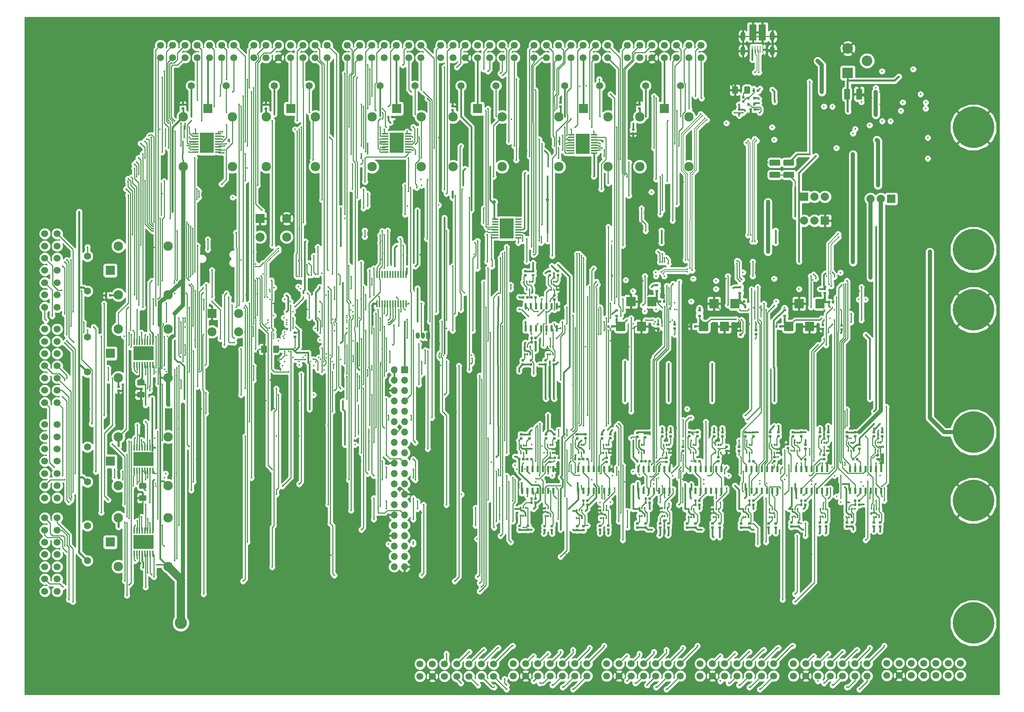
<source format=gbr>
G04 #@! TF.GenerationSoftware,KiCad,Pcbnew,(5.0.0)*
G04 #@! TF.CreationDate,2019-03-12T22:38:42-07:00*
G04 #@! TF.ProjectId,SchematicAutomation,536368656D617469634175746F6D6174,rev?*
G04 #@! TF.SameCoordinates,Original*
G04 #@! TF.FileFunction,Copper,L4,Bot,Signal*
G04 #@! TF.FilePolarity,Positive*
%FSLAX45Y45*%
G04 Gerber Fmt 4.5, Leading zero omitted, Abs format (unit mm)*
G04 Created by KiCad (PCBNEW (5.0.0)) date 03/12/19 22:38:42*
%MOMM*%
%LPD*%
G01*
G04 APERTURE LIST*
G04 #@! TA.AperFunction,ComponentPad*
%ADD10R,1.000000X1.500000*%
G04 #@! TD*
G04 #@! TA.AperFunction,ComponentPad*
%ADD11O,1.000000X1.500000*%
G04 #@! TD*
G04 #@! TA.AperFunction,ComponentPad*
%ADD12R,1.700000X1.700000*%
G04 #@! TD*
G04 #@! TA.AperFunction,ComponentPad*
%ADD13O,1.700000X1.700000*%
G04 #@! TD*
G04 #@! TA.AperFunction,Conductor*
%ADD14C,0.150000*%
G04 #@! TD*
G04 #@! TA.AperFunction,SMDPad,CuDef*
%ADD15C,1.425000*%
G04 #@! TD*
G04 #@! TA.AperFunction,SMDPad,CuDef*
%ADD16C,0.590000*%
G04 #@! TD*
G04 #@! TA.AperFunction,ComponentPad*
%ADD17C,2.300000*%
G04 #@! TD*
G04 #@! TA.AperFunction,ComponentPad*
%ADD18R,2.300000X2.300000*%
G04 #@! TD*
G04 #@! TA.AperFunction,SMDPad,CuDef*
%ADD19C,2.250000*%
G04 #@! TD*
G04 #@! TA.AperFunction,SMDPad,CuDef*
%ADD20R,0.450000X1.750000*%
G04 #@! TD*
G04 #@! TA.AperFunction,SMDPad,CuDef*
%ADD21R,0.600000X0.800000*%
G04 #@! TD*
G04 #@! TA.AperFunction,ComponentPad*
%ADD22R,2.200000X2.200000*%
G04 #@! TD*
G04 #@! TA.AperFunction,ComponentPad*
%ADD23C,2.200000*%
G04 #@! TD*
G04 #@! TA.AperFunction,ComponentPad*
%ADD24R,2.000000X2.000000*%
G04 #@! TD*
G04 #@! TA.AperFunction,ComponentPad*
%ADD25C,2.000000*%
G04 #@! TD*
G04 #@! TA.AperFunction,SMDPad,CuDef*
%ADD26R,1.800000X3.900000*%
G04 #@! TD*
G04 #@! TA.AperFunction,ComponentPad*
%ADD27O,1.200000X2.300000*%
G04 #@! TD*
G04 #@! TA.AperFunction,SMDPad,CuDef*
%ADD28R,0.250000X1.700000*%
G04 #@! TD*
G04 #@! TA.AperFunction,SMDPad,CuDef*
%ADD29R,0.550000X1.500000*%
G04 #@! TD*
G04 #@! TA.AperFunction,SMDPad,CuDef*
%ADD30R,0.420000X0.600000*%
G04 #@! TD*
G04 #@! TA.AperFunction,ComponentPad*
%ADD31C,10.160000*%
G04 #@! TD*
G04 #@! TA.AperFunction,ComponentPad*
%ADD32C,1.700000*%
G04 #@! TD*
G04 #@! TA.AperFunction,ComponentPad*
%ADD33C,2.600000*%
G04 #@! TD*
G04 #@! TA.AperFunction,ComponentPad*
%ADD34R,2.600000X2.600000*%
G04 #@! TD*
G04 #@! TA.AperFunction,SMDPad,CuDef*
%ADD35R,0.800000X0.600000*%
G04 #@! TD*
G04 #@! TA.AperFunction,ComponentPad*
%ADD36C,1.733000*%
G04 #@! TD*
G04 #@! TA.AperFunction,ComponentPad*
%ADD37C,0.380000*%
G04 #@! TD*
G04 #@! TA.AperFunction,Conductor*
%ADD38R,5.000000X3.400000*%
G04 #@! TD*
G04 #@! TA.AperFunction,SMDPad,CuDef*
%ADD39R,0.300000X1.600000*%
G04 #@! TD*
G04 #@! TA.AperFunction,SMDPad,CuDef*
%ADD40R,2.310000X2.460000*%
G04 #@! TD*
G04 #@! TA.AperFunction,Conductor*
%ADD41R,3.400000X5.000000*%
G04 #@! TD*
G04 #@! TA.AperFunction,SMDPad,CuDef*
%ADD42R,1.600000X0.300000*%
G04 #@! TD*
G04 #@! TA.AperFunction,SMDPad,CuDef*
%ADD43R,2.460000X2.310000*%
G04 #@! TD*
G04 #@! TA.AperFunction,ViaPad*
%ADD44C,0.450000*%
G04 #@! TD*
G04 #@! TA.AperFunction,ViaPad*
%ADD45C,0.800000*%
G04 #@! TD*
G04 #@! TA.AperFunction,ViaPad*
%ADD46C,0.600000*%
G04 #@! TD*
G04 #@! TA.AperFunction,ViaPad*
%ADD47C,3.000000*%
G04 #@! TD*
G04 #@! TA.AperFunction,Conductor*
%ADD48C,0.250000*%
G04 #@! TD*
G04 #@! TA.AperFunction,Conductor*
%ADD49C,0.400000*%
G04 #@! TD*
G04 #@! TA.AperFunction,Conductor*
%ADD50C,0.500000*%
G04 #@! TD*
G04 #@! TA.AperFunction,Conductor*
%ADD51C,1.000000*%
G04 #@! TD*
G04 #@! TA.AperFunction,Conductor*
%ADD52C,0.300000*%
G04 #@! TD*
G04 #@! TA.AperFunction,Conductor*
%ADD53C,2.000000*%
G04 #@! TD*
G04 #@! TA.AperFunction,Conductor*
%ADD54C,0.200000*%
G04 #@! TD*
G04 #@! TA.AperFunction,Conductor*
%ADD55C,0.254000*%
G04 #@! TD*
G04 APERTURE END LIST*
D10*
G04 #@! TO.P,U17,1*
G04 #@! TO.N,GND*
X13728700Y-9372600D03*
D11*
G04 #@! TO.P,U17,3*
G04 #@! TO.N,Net-(U17-Pad3)*
X13474700Y-9372600D03*
G04 #@! TO.P,U17,2*
G04 #@! TO.N,Net-(U17-Pad2)*
X13601700Y-9372600D03*
G04 #@! TD*
D12*
G04 #@! TO.P,J23,1*
G04 #@! TO.N,+3V3*
X13148241Y-10204189D03*
D13*
G04 #@! TO.P,J23,2*
G04 #@! TO.N,+5V*
X12894241Y-10204189D03*
G04 #@! TO.P,J23,3*
G04 #@! TO.N,MUX21*
X13148241Y-10458189D03*
G04 #@! TO.P,J23,4*
G04 #@! TO.N,+5V*
X12894241Y-10458189D03*
G04 #@! TO.P,J23,5*
G04 #@! TO.N,MUX16*
X13148241Y-10712189D03*
G04 #@! TO.P,J23,6*
G04 #@! TO.N,GND*
X12894241Y-10712189D03*
G04 #@! TO.P,J23,7*
G04 #@! TO.N,MUX18*
X13148241Y-10966189D03*
G04 #@! TO.P,J23,8*
G04 #@! TO.N,/ATMEGA2560/RX*
X12894241Y-10966189D03*
G04 #@! TO.P,J23,9*
G04 #@! TO.N,GND*
X13148241Y-11220189D03*
G04 #@! TO.P,J23,10*
G04 #@! TO.N,/ATMEGA2560/TX*
X12894241Y-11220189D03*
G04 #@! TO.P,J23,11*
G04 #@! TO.N,MUXD*
X13148241Y-11474189D03*
G04 #@! TO.P,J23,12*
G04 #@! TO.N,MUXE*
X12894241Y-11474189D03*
G04 #@! TO.P,J23,13*
G04 #@! TO.N,MUXA1*
X13148241Y-11728189D03*
G04 #@! TO.P,J23,14*
G04 #@! TO.N,GND*
X12894241Y-11728189D03*
G04 #@! TO.P,J23,15*
G04 #@! TO.N,9_REL*
X13148241Y-11982189D03*
G04 #@! TO.P,J23,16*
G04 #@! TO.N,8_REL*
X12894241Y-11982189D03*
G04 #@! TO.P,J23,17*
G04 #@! TO.N,+3V3*
X13148241Y-12236189D03*
G04 #@! TO.P,J23,18*
G04 #@! TO.N,7_REL*
X12894241Y-12236189D03*
G04 #@! TO.P,J23,19*
G04 #@! TO.N,4_REL*
X13148241Y-12490189D03*
G04 #@! TO.P,J23,20*
G04 #@! TO.N,GND*
X12894241Y-12490189D03*
G04 #@! TO.P,J23,21*
G04 #@! TO.N,3_REL*
X13148241Y-12744189D03*
G04 #@! TO.P,J23,22*
G04 #@! TO.N,6_REL*
X12894241Y-12744189D03*
G04 #@! TO.P,J23,23*
G04 #@! TO.N,5_REL*
X13148241Y-12998189D03*
G04 #@! TO.P,J23,24*
G04 #@! TO.N,2_REL*
X12894241Y-12998189D03*
G04 #@! TO.P,J23,25*
G04 #@! TO.N,GND*
X13148241Y-13252189D03*
G04 #@! TO.P,J23,26*
G04 #@! TO.N,1_REL*
X12894241Y-13252189D03*
G04 #@! TO.P,J23,27*
G04 #@! TO.N,MUX17*
X13148241Y-13506189D03*
G04 #@! TO.P,J23,28*
G04 #@! TO.N,MUX19*
X12894241Y-13506189D03*
G04 #@! TO.P,J23,29*
G04 #@! TO.N,MUX20*
X13148241Y-13760189D03*
G04 #@! TO.P,J23,30*
G04 #@! TO.N,GND*
X12894241Y-13760189D03*
G04 #@! TO.P,J23,31*
G04 #@! TO.N,MUX22*
X13148241Y-14014189D03*
G04 #@! TO.P,J23,32*
G04 #@! TO.N,TX_CONT*
X12894241Y-14014189D03*
G04 #@! TO.P,J23,33*
G04 #@! TO.N,CTS_CONT*
X13148241Y-14268189D03*
G04 #@! TO.P,J23,34*
G04 #@! TO.N,GND*
X12894241Y-14268189D03*
G04 #@! TO.P,J23,35*
G04 #@! TO.N,Net-(J23-Pad35)*
X13148241Y-14522189D03*
G04 #@! TO.P,J23,36*
G04 #@! TO.N,MUXC*
X12894241Y-14522189D03*
G04 #@! TO.P,J23,37*
G04 #@! TO.N,RS232INV*
X13148241Y-14776189D03*
G04 #@! TO.P,J23,38*
G04 #@! TO.N,Net-(J23-Pad38)*
X12894241Y-14776189D03*
G04 #@! TO.P,J23,39*
G04 #@! TO.N,GND*
X13148241Y-15030189D03*
G04 #@! TO.P,J23,40*
G04 #@! TO.N,10_REL*
X12894241Y-15030189D03*
G04 #@! TD*
D14*
G04 #@! TO.N,+12V*
G04 #@! TO.C,C21*
G36*
X24029950Y-3322020D02*
X24032377Y-3322380D01*
X24034757Y-3322976D01*
X24037067Y-3323803D01*
X24039285Y-3324852D01*
X24041389Y-3326113D01*
X24043360Y-3327575D01*
X24045178Y-3329222D01*
X24046825Y-3331040D01*
X24048287Y-3333011D01*
X24049548Y-3335115D01*
X24050597Y-3337333D01*
X24051423Y-3339643D01*
X24052020Y-3342023D01*
X24052380Y-3344450D01*
X24052500Y-3346900D01*
X24052500Y-3561900D01*
X24052380Y-3564350D01*
X24052020Y-3566777D01*
X24051423Y-3569157D01*
X24050597Y-3571467D01*
X24049548Y-3573685D01*
X24048287Y-3575789D01*
X24046825Y-3577760D01*
X24045178Y-3579578D01*
X24043360Y-3581225D01*
X24041389Y-3582687D01*
X24039285Y-3583948D01*
X24037067Y-3584997D01*
X24034757Y-3585823D01*
X24032377Y-3586420D01*
X24029950Y-3586780D01*
X24027500Y-3586900D01*
X23935000Y-3586900D01*
X23932550Y-3586780D01*
X23930123Y-3586420D01*
X23927743Y-3585823D01*
X23925433Y-3584997D01*
X23923215Y-3583948D01*
X23921111Y-3582687D01*
X23919140Y-3581225D01*
X23917322Y-3579578D01*
X23915675Y-3577760D01*
X23914213Y-3575789D01*
X23912952Y-3573685D01*
X23911903Y-3571467D01*
X23911076Y-3569157D01*
X23910480Y-3566777D01*
X23910120Y-3564350D01*
X23910000Y-3561900D01*
X23910000Y-3346900D01*
X23910120Y-3344450D01*
X23910480Y-3342023D01*
X23911076Y-3339643D01*
X23911903Y-3337333D01*
X23912952Y-3335115D01*
X23914213Y-3333011D01*
X23915675Y-3331040D01*
X23917322Y-3329222D01*
X23919140Y-3327575D01*
X23921111Y-3326113D01*
X23923215Y-3324852D01*
X23925433Y-3323803D01*
X23927743Y-3322976D01*
X23930123Y-3322380D01*
X23932550Y-3322020D01*
X23935000Y-3321900D01*
X24027500Y-3321900D01*
X24029950Y-3322020D01*
X24029950Y-3322020D01*
G37*
D15*
G04 #@! TD*
G04 #@! TO.P,C21,1*
G04 #@! TO.N,+12V*
X23981250Y-3454400D03*
D14*
G04 #@! TO.N,GND*
G04 #@! TO.C,C21*
G36*
X24327450Y-3322020D02*
X24329877Y-3322380D01*
X24332257Y-3322976D01*
X24334567Y-3323803D01*
X24336785Y-3324852D01*
X24338889Y-3326113D01*
X24340860Y-3327575D01*
X24342678Y-3329222D01*
X24344325Y-3331040D01*
X24345787Y-3333011D01*
X24347048Y-3335115D01*
X24348097Y-3337333D01*
X24348923Y-3339643D01*
X24349520Y-3342023D01*
X24349880Y-3344450D01*
X24350000Y-3346900D01*
X24350000Y-3561900D01*
X24349880Y-3564350D01*
X24349520Y-3566777D01*
X24348923Y-3569157D01*
X24348097Y-3571467D01*
X24347048Y-3573685D01*
X24345787Y-3575789D01*
X24344325Y-3577760D01*
X24342678Y-3579578D01*
X24340860Y-3581225D01*
X24338889Y-3582687D01*
X24336785Y-3583948D01*
X24334567Y-3584997D01*
X24332257Y-3585823D01*
X24329877Y-3586420D01*
X24327450Y-3586780D01*
X24325000Y-3586900D01*
X24232500Y-3586900D01*
X24230050Y-3586780D01*
X24227623Y-3586420D01*
X24225243Y-3585823D01*
X24222933Y-3584997D01*
X24220715Y-3583948D01*
X24218611Y-3582687D01*
X24216640Y-3581225D01*
X24214822Y-3579578D01*
X24213175Y-3577760D01*
X24211713Y-3575789D01*
X24210452Y-3573685D01*
X24209403Y-3571467D01*
X24208576Y-3569157D01*
X24207980Y-3566777D01*
X24207620Y-3564350D01*
X24207500Y-3561900D01*
X24207500Y-3346900D01*
X24207620Y-3344450D01*
X24207980Y-3342023D01*
X24208576Y-3339643D01*
X24209403Y-3337333D01*
X24210452Y-3335115D01*
X24211713Y-3333011D01*
X24213175Y-3331040D01*
X24214822Y-3329222D01*
X24216640Y-3327575D01*
X24218611Y-3326113D01*
X24220715Y-3324852D01*
X24222933Y-3323803D01*
X24225243Y-3322976D01*
X24227623Y-3322380D01*
X24230050Y-3322020D01*
X24232500Y-3321900D01*
X24325000Y-3321900D01*
X24327450Y-3322020D01*
X24327450Y-3322020D01*
G37*
D15*
G04 #@! TD*
G04 #@! TO.P,C21,2*
G04 #@! TO.N,GND*
X24278750Y-3454400D03*
D14*
G04 #@! TO.N,/MUXing-2/VMux*
G04 #@! TO.C,R181*
G36*
X22322561Y-5357170D02*
X22324988Y-5357530D01*
X22327368Y-5358127D01*
X22329678Y-5358953D01*
X22331895Y-5360002D01*
X22334000Y-5361263D01*
X22335970Y-5362725D01*
X22337788Y-5364372D01*
X22339436Y-5366190D01*
X22340897Y-5368161D01*
X22342158Y-5370265D01*
X22343207Y-5372483D01*
X22344034Y-5374793D01*
X22344630Y-5377173D01*
X22344990Y-5379600D01*
X22345110Y-5382050D01*
X22345110Y-5474550D01*
X22344990Y-5477000D01*
X22344630Y-5479427D01*
X22344034Y-5481807D01*
X22343207Y-5484117D01*
X22342158Y-5486335D01*
X22340897Y-5488439D01*
X22339436Y-5490410D01*
X22337788Y-5492228D01*
X22335970Y-5493875D01*
X22334000Y-5495337D01*
X22331895Y-5496598D01*
X22329678Y-5497647D01*
X22327368Y-5498474D01*
X22324988Y-5499070D01*
X22322561Y-5499430D01*
X22320110Y-5499550D01*
X22105110Y-5499550D01*
X22102660Y-5499430D01*
X22100233Y-5499070D01*
X22097853Y-5498474D01*
X22095543Y-5497647D01*
X22093326Y-5496598D01*
X22091221Y-5495337D01*
X22089251Y-5493875D01*
X22087433Y-5492228D01*
X22085785Y-5490410D01*
X22084324Y-5488439D01*
X22083062Y-5486335D01*
X22082013Y-5484117D01*
X22081187Y-5481807D01*
X22080591Y-5479427D01*
X22080231Y-5477000D01*
X22080110Y-5474550D01*
X22080110Y-5382050D01*
X22080231Y-5379600D01*
X22080591Y-5377173D01*
X22081187Y-5374793D01*
X22082013Y-5372483D01*
X22083062Y-5370265D01*
X22084324Y-5368161D01*
X22085785Y-5366190D01*
X22087433Y-5364372D01*
X22089251Y-5362725D01*
X22091221Y-5361263D01*
X22093326Y-5360002D01*
X22095543Y-5358953D01*
X22097853Y-5358127D01*
X22100233Y-5357530D01*
X22102660Y-5357170D01*
X22105110Y-5357050D01*
X22320110Y-5357050D01*
X22322561Y-5357170D01*
X22322561Y-5357170D01*
G37*
D15*
G04 #@! TD*
G04 #@! TO.P,R181,2*
G04 #@! TO.N,/MUXing-2/VMux*
X22212610Y-5428300D03*
D14*
G04 #@! TO.N,Net-(R181-Pad1)*
G04 #@! TO.C,R181*
G36*
X22322561Y-5059670D02*
X22324988Y-5060030D01*
X22327368Y-5060627D01*
X22329678Y-5061453D01*
X22331895Y-5062502D01*
X22334000Y-5063763D01*
X22335970Y-5065225D01*
X22337788Y-5066872D01*
X22339436Y-5068690D01*
X22340897Y-5070661D01*
X22342158Y-5072765D01*
X22343207Y-5074983D01*
X22344034Y-5077293D01*
X22344630Y-5079673D01*
X22344990Y-5082100D01*
X22345110Y-5084550D01*
X22345110Y-5177050D01*
X22344990Y-5179500D01*
X22344630Y-5181927D01*
X22344034Y-5184307D01*
X22343207Y-5186617D01*
X22342158Y-5188835D01*
X22340897Y-5190939D01*
X22339436Y-5192910D01*
X22337788Y-5194728D01*
X22335970Y-5196375D01*
X22334000Y-5197837D01*
X22331895Y-5199098D01*
X22329678Y-5200147D01*
X22327368Y-5200974D01*
X22324988Y-5201570D01*
X22322561Y-5201930D01*
X22320110Y-5202050D01*
X22105110Y-5202050D01*
X22102660Y-5201930D01*
X22100233Y-5201570D01*
X22097853Y-5200974D01*
X22095543Y-5200147D01*
X22093326Y-5199098D01*
X22091221Y-5197837D01*
X22089251Y-5196375D01*
X22087433Y-5194728D01*
X22085785Y-5192910D01*
X22084324Y-5190939D01*
X22083062Y-5188835D01*
X22082013Y-5186617D01*
X22081187Y-5184307D01*
X22080591Y-5181927D01*
X22080231Y-5179500D01*
X22080110Y-5177050D01*
X22080110Y-5084550D01*
X22080231Y-5082100D01*
X22080591Y-5079673D01*
X22081187Y-5077293D01*
X22082013Y-5074983D01*
X22083062Y-5072765D01*
X22084324Y-5070661D01*
X22085785Y-5068690D01*
X22087433Y-5066872D01*
X22089251Y-5065225D01*
X22091221Y-5063763D01*
X22093326Y-5062502D01*
X22095543Y-5061453D01*
X22097853Y-5060627D01*
X22100233Y-5060030D01*
X22102660Y-5059670D01*
X22105110Y-5059550D01*
X22320110Y-5059550D01*
X22322561Y-5059670D01*
X22322561Y-5059670D01*
G37*
D15*
G04 #@! TD*
G04 #@! TO.P,R181,1*
G04 #@! TO.N,Net-(R181-Pad1)*
X22212610Y-5130800D03*
D14*
G04 #@! TO.N,+12V*
G04 #@! TO.C,R182*
G36*
X22665150Y-5059670D02*
X22667577Y-5060030D01*
X22669957Y-5060627D01*
X22672267Y-5061453D01*
X22674485Y-5062502D01*
X22676589Y-5063763D01*
X22678560Y-5065225D01*
X22680378Y-5066872D01*
X22682025Y-5068690D01*
X22683487Y-5070661D01*
X22684748Y-5072765D01*
X22685797Y-5074983D01*
X22686623Y-5077293D01*
X22687220Y-5079673D01*
X22687580Y-5082100D01*
X22687700Y-5084550D01*
X22687700Y-5177050D01*
X22687580Y-5179500D01*
X22687220Y-5181927D01*
X22686623Y-5184307D01*
X22685797Y-5186617D01*
X22684748Y-5188835D01*
X22683487Y-5190939D01*
X22682025Y-5192910D01*
X22680378Y-5194728D01*
X22678560Y-5196375D01*
X22676589Y-5197837D01*
X22674485Y-5199098D01*
X22672267Y-5200147D01*
X22669957Y-5200974D01*
X22667577Y-5201570D01*
X22665150Y-5201930D01*
X22662700Y-5202050D01*
X22447700Y-5202050D01*
X22445250Y-5201930D01*
X22442823Y-5201570D01*
X22440443Y-5200974D01*
X22438133Y-5200147D01*
X22435915Y-5199098D01*
X22433811Y-5197837D01*
X22431840Y-5196375D01*
X22430022Y-5194728D01*
X22428375Y-5192910D01*
X22426913Y-5190939D01*
X22425652Y-5188835D01*
X22424603Y-5186617D01*
X22423776Y-5184307D01*
X22423180Y-5181927D01*
X22422820Y-5179500D01*
X22422700Y-5177050D01*
X22422700Y-5084550D01*
X22422820Y-5082100D01*
X22423180Y-5079673D01*
X22423776Y-5077293D01*
X22424603Y-5074983D01*
X22425652Y-5072765D01*
X22426913Y-5070661D01*
X22428375Y-5068690D01*
X22430022Y-5066872D01*
X22431840Y-5065225D01*
X22433811Y-5063763D01*
X22435915Y-5062502D01*
X22438133Y-5061453D01*
X22440443Y-5060627D01*
X22442823Y-5060030D01*
X22445250Y-5059670D01*
X22447700Y-5059550D01*
X22662700Y-5059550D01*
X22665150Y-5059670D01*
X22665150Y-5059670D01*
G37*
D15*
G04 #@! TD*
G04 #@! TO.P,R182,1*
G04 #@! TO.N,+12V*
X22555200Y-5130800D03*
D14*
G04 #@! TO.N,/MUXing-2/VMux*
G04 #@! TO.C,R182*
G36*
X22665150Y-5357170D02*
X22667577Y-5357530D01*
X22669957Y-5358127D01*
X22672267Y-5358953D01*
X22674485Y-5360002D01*
X22676589Y-5361263D01*
X22678560Y-5362725D01*
X22680378Y-5364372D01*
X22682025Y-5366190D01*
X22683487Y-5368161D01*
X22684748Y-5370265D01*
X22685797Y-5372483D01*
X22686623Y-5374793D01*
X22687220Y-5377173D01*
X22687580Y-5379600D01*
X22687700Y-5382050D01*
X22687700Y-5474550D01*
X22687580Y-5477000D01*
X22687220Y-5479427D01*
X22686623Y-5481807D01*
X22685797Y-5484117D01*
X22684748Y-5486335D01*
X22683487Y-5488439D01*
X22682025Y-5490410D01*
X22680378Y-5492228D01*
X22678560Y-5493875D01*
X22676589Y-5495337D01*
X22674485Y-5496598D01*
X22672267Y-5497647D01*
X22669957Y-5498474D01*
X22667577Y-5499070D01*
X22665150Y-5499430D01*
X22662700Y-5499550D01*
X22447700Y-5499550D01*
X22445250Y-5499430D01*
X22442823Y-5499070D01*
X22440443Y-5498474D01*
X22438133Y-5497647D01*
X22435915Y-5496598D01*
X22433811Y-5495337D01*
X22431840Y-5493875D01*
X22430022Y-5492228D01*
X22428375Y-5490410D01*
X22426913Y-5488439D01*
X22425652Y-5486335D01*
X22424603Y-5484117D01*
X22423776Y-5481807D01*
X22423180Y-5479427D01*
X22422820Y-5477000D01*
X22422700Y-5474550D01*
X22422700Y-5382050D01*
X22422820Y-5379600D01*
X22423180Y-5377173D01*
X22423776Y-5374793D01*
X22424603Y-5372483D01*
X22425652Y-5370265D01*
X22426913Y-5368161D01*
X22428375Y-5366190D01*
X22430022Y-5364372D01*
X22431840Y-5362725D01*
X22433811Y-5361263D01*
X22435915Y-5360002D01*
X22438133Y-5358953D01*
X22440443Y-5358127D01*
X22442823Y-5357530D01*
X22445250Y-5357170D01*
X22447700Y-5357050D01*
X22662700Y-5357050D01*
X22665150Y-5357170D01*
X22665150Y-5357170D01*
G37*
D15*
G04 #@! TD*
G04 #@! TO.P,R182,2*
G04 #@! TO.N,/MUXing-2/VMux*
X22555200Y-5428300D03*
D14*
G04 #@! TO.N,+5V*
G04 #@! TO.C,C67*
G36*
X16985896Y-3727471D02*
X16987328Y-3727683D01*
X16988732Y-3728035D01*
X16990095Y-3728523D01*
X16991403Y-3729142D01*
X16992645Y-3729886D01*
X16993807Y-3730748D01*
X16994880Y-3731720D01*
X16995852Y-3732793D01*
X16996714Y-3733955D01*
X16997458Y-3735197D01*
X16998077Y-3736505D01*
X16998565Y-3737868D01*
X16998917Y-3739272D01*
X16999129Y-3740704D01*
X16999200Y-3742150D01*
X16999200Y-3771650D01*
X16999129Y-3773096D01*
X16998917Y-3774528D01*
X16998565Y-3775932D01*
X16998077Y-3777295D01*
X16997458Y-3778603D01*
X16996714Y-3779845D01*
X16995852Y-3781007D01*
X16994880Y-3782080D01*
X16993807Y-3783052D01*
X16992645Y-3783914D01*
X16991403Y-3784658D01*
X16990095Y-3785277D01*
X16988732Y-3785765D01*
X16987328Y-3786117D01*
X16985896Y-3786329D01*
X16984450Y-3786400D01*
X16949950Y-3786400D01*
X16948504Y-3786329D01*
X16947072Y-3786117D01*
X16945668Y-3785765D01*
X16944305Y-3785277D01*
X16942997Y-3784658D01*
X16941755Y-3783914D01*
X16940593Y-3783052D01*
X16939520Y-3782080D01*
X16938548Y-3781007D01*
X16937686Y-3779845D01*
X16936942Y-3778603D01*
X16936323Y-3777295D01*
X16935835Y-3775932D01*
X16935483Y-3774528D01*
X16935271Y-3773096D01*
X16935200Y-3771650D01*
X16935200Y-3742150D01*
X16935271Y-3740704D01*
X16935483Y-3739272D01*
X16935835Y-3737868D01*
X16936323Y-3736505D01*
X16936942Y-3735197D01*
X16937686Y-3733955D01*
X16938548Y-3732793D01*
X16939520Y-3731720D01*
X16940593Y-3730748D01*
X16941755Y-3729886D01*
X16942997Y-3729142D01*
X16944305Y-3728523D01*
X16945668Y-3728035D01*
X16947072Y-3727683D01*
X16948504Y-3727471D01*
X16949950Y-3727400D01*
X16984450Y-3727400D01*
X16985896Y-3727471D01*
X16985896Y-3727471D01*
G37*
D16*
G04 #@! TD*
G04 #@! TO.P,C67,1*
G04 #@! TO.N,+5V*
X16967200Y-3756900D03*
D14*
G04 #@! TO.N,GND*
G04 #@! TO.C,C67*
G36*
X16985896Y-3630471D02*
X16987328Y-3630683D01*
X16988732Y-3631035D01*
X16990095Y-3631523D01*
X16991403Y-3632142D01*
X16992645Y-3632886D01*
X16993807Y-3633748D01*
X16994880Y-3634720D01*
X16995852Y-3635793D01*
X16996714Y-3636955D01*
X16997458Y-3638197D01*
X16998077Y-3639505D01*
X16998565Y-3640868D01*
X16998917Y-3642272D01*
X16999129Y-3643704D01*
X16999200Y-3645150D01*
X16999200Y-3674650D01*
X16999129Y-3676096D01*
X16998917Y-3677528D01*
X16998565Y-3678932D01*
X16998077Y-3680295D01*
X16997458Y-3681603D01*
X16996714Y-3682845D01*
X16995852Y-3684007D01*
X16994880Y-3685080D01*
X16993807Y-3686052D01*
X16992645Y-3686914D01*
X16991403Y-3687658D01*
X16990095Y-3688277D01*
X16988732Y-3688765D01*
X16987328Y-3689117D01*
X16985896Y-3689329D01*
X16984450Y-3689400D01*
X16949950Y-3689400D01*
X16948504Y-3689329D01*
X16947072Y-3689117D01*
X16945668Y-3688765D01*
X16944305Y-3688277D01*
X16942997Y-3687658D01*
X16941755Y-3686914D01*
X16940593Y-3686052D01*
X16939520Y-3685080D01*
X16938548Y-3684007D01*
X16937686Y-3682845D01*
X16936942Y-3681603D01*
X16936323Y-3680295D01*
X16935835Y-3678932D01*
X16935483Y-3677528D01*
X16935271Y-3676096D01*
X16935200Y-3674650D01*
X16935200Y-3645150D01*
X16935271Y-3643704D01*
X16935483Y-3642272D01*
X16935835Y-3640868D01*
X16936323Y-3639505D01*
X16936942Y-3638197D01*
X16937686Y-3636955D01*
X16938548Y-3635793D01*
X16939520Y-3634720D01*
X16940593Y-3633748D01*
X16941755Y-3632886D01*
X16942997Y-3632142D01*
X16944305Y-3631523D01*
X16945668Y-3631035D01*
X16947072Y-3630683D01*
X16948504Y-3630471D01*
X16949950Y-3630400D01*
X16984450Y-3630400D01*
X16985896Y-3630471D01*
X16985896Y-3630471D01*
G37*
D16*
G04 #@! TD*
G04 #@! TO.P,C67,2*
G04 #@! TO.N,GND*
X16967200Y-3659900D03*
D14*
G04 #@! TO.N,GND*
G04 #@! TO.C,C68*
G36*
X18916296Y-3678971D02*
X18917728Y-3679183D01*
X18919132Y-3679535D01*
X18920495Y-3680023D01*
X18921803Y-3680642D01*
X18923045Y-3681386D01*
X18924207Y-3682248D01*
X18925280Y-3683220D01*
X18926252Y-3684293D01*
X18927114Y-3685455D01*
X18927858Y-3686697D01*
X18928477Y-3688005D01*
X18928965Y-3689368D01*
X18929317Y-3690772D01*
X18929529Y-3692204D01*
X18929600Y-3693650D01*
X18929600Y-3723150D01*
X18929529Y-3724596D01*
X18929317Y-3726028D01*
X18928965Y-3727432D01*
X18928477Y-3728795D01*
X18927858Y-3730103D01*
X18927114Y-3731345D01*
X18926252Y-3732507D01*
X18925280Y-3733580D01*
X18924207Y-3734552D01*
X18923045Y-3735414D01*
X18921803Y-3736158D01*
X18920495Y-3736777D01*
X18919132Y-3737265D01*
X18917728Y-3737617D01*
X18916296Y-3737829D01*
X18914850Y-3737900D01*
X18880350Y-3737900D01*
X18878904Y-3737829D01*
X18877472Y-3737617D01*
X18876068Y-3737265D01*
X18874705Y-3736777D01*
X18873397Y-3736158D01*
X18872155Y-3735414D01*
X18870993Y-3734552D01*
X18869920Y-3733580D01*
X18868948Y-3732507D01*
X18868086Y-3731345D01*
X18867342Y-3730103D01*
X18866723Y-3728795D01*
X18866235Y-3727432D01*
X18865883Y-3726028D01*
X18865671Y-3724596D01*
X18865600Y-3723150D01*
X18865600Y-3693650D01*
X18865671Y-3692204D01*
X18865883Y-3690772D01*
X18866235Y-3689368D01*
X18866723Y-3688005D01*
X18867342Y-3686697D01*
X18868086Y-3685455D01*
X18868948Y-3684293D01*
X18869920Y-3683220D01*
X18870993Y-3682248D01*
X18872155Y-3681386D01*
X18873397Y-3680642D01*
X18874705Y-3680023D01*
X18876068Y-3679535D01*
X18877472Y-3679183D01*
X18878904Y-3678971D01*
X18880350Y-3678900D01*
X18914850Y-3678900D01*
X18916296Y-3678971D01*
X18916296Y-3678971D01*
G37*
D16*
G04 #@! TD*
G04 #@! TO.P,C68,2*
G04 #@! TO.N,GND*
X18897600Y-3708400D03*
D14*
G04 #@! TO.N,+5V*
G04 #@! TO.C,C68*
G36*
X18916296Y-3775971D02*
X18917728Y-3776183D01*
X18919132Y-3776535D01*
X18920495Y-3777023D01*
X18921803Y-3777642D01*
X18923045Y-3778386D01*
X18924207Y-3779248D01*
X18925280Y-3780220D01*
X18926252Y-3781293D01*
X18927114Y-3782455D01*
X18927858Y-3783697D01*
X18928477Y-3785005D01*
X18928965Y-3786368D01*
X18929317Y-3787772D01*
X18929529Y-3789204D01*
X18929600Y-3790650D01*
X18929600Y-3820150D01*
X18929529Y-3821596D01*
X18929317Y-3823028D01*
X18928965Y-3824432D01*
X18928477Y-3825795D01*
X18927858Y-3827103D01*
X18927114Y-3828345D01*
X18926252Y-3829507D01*
X18925280Y-3830580D01*
X18924207Y-3831552D01*
X18923045Y-3832414D01*
X18921803Y-3833158D01*
X18920495Y-3833777D01*
X18919132Y-3834265D01*
X18917728Y-3834617D01*
X18916296Y-3834829D01*
X18914850Y-3834900D01*
X18880350Y-3834900D01*
X18878904Y-3834829D01*
X18877472Y-3834617D01*
X18876068Y-3834265D01*
X18874705Y-3833777D01*
X18873397Y-3833158D01*
X18872155Y-3832414D01*
X18870993Y-3831552D01*
X18869920Y-3830580D01*
X18868948Y-3829507D01*
X18868086Y-3828345D01*
X18867342Y-3827103D01*
X18866723Y-3825795D01*
X18866235Y-3824432D01*
X18865883Y-3823028D01*
X18865671Y-3821596D01*
X18865600Y-3820150D01*
X18865600Y-3790650D01*
X18865671Y-3789204D01*
X18865883Y-3787772D01*
X18866235Y-3786368D01*
X18866723Y-3785005D01*
X18867342Y-3783697D01*
X18868086Y-3782455D01*
X18868948Y-3781293D01*
X18869920Y-3780220D01*
X18870993Y-3779248D01*
X18872155Y-3778386D01*
X18873397Y-3777642D01*
X18874705Y-3777023D01*
X18876068Y-3776535D01*
X18877472Y-3776183D01*
X18878904Y-3775971D01*
X18880350Y-3775900D01*
X18914850Y-3775900D01*
X18916296Y-3775971D01*
X18916296Y-3775971D01*
G37*
D16*
G04 #@! TD*
G04 #@! TO.P,C68,1*
G04 #@! TO.N,+5V*
X18897600Y-3805400D03*
D14*
G04 #@! TO.N,+5V*
G04 #@! TO.C,C69*
G36*
X5957496Y-8350071D02*
X5958928Y-8350283D01*
X5960332Y-8350635D01*
X5961695Y-8351123D01*
X5963003Y-8351742D01*
X5964245Y-8352486D01*
X5965407Y-8353348D01*
X5966480Y-8354320D01*
X5967452Y-8355393D01*
X5968314Y-8356555D01*
X5969058Y-8357797D01*
X5969677Y-8359105D01*
X5970165Y-8360468D01*
X5970517Y-8361872D01*
X5970729Y-8363304D01*
X5970800Y-8364750D01*
X5970800Y-8399250D01*
X5970729Y-8400696D01*
X5970517Y-8402128D01*
X5970165Y-8403532D01*
X5969677Y-8404895D01*
X5969058Y-8406203D01*
X5968314Y-8407445D01*
X5967452Y-8408607D01*
X5966480Y-8409680D01*
X5965407Y-8410652D01*
X5964245Y-8411514D01*
X5963003Y-8412258D01*
X5961695Y-8412877D01*
X5960332Y-8413365D01*
X5958928Y-8413717D01*
X5957496Y-8413929D01*
X5956050Y-8414000D01*
X5926550Y-8414000D01*
X5925104Y-8413929D01*
X5923672Y-8413717D01*
X5922268Y-8413365D01*
X5920905Y-8412877D01*
X5919597Y-8412258D01*
X5918355Y-8411514D01*
X5917193Y-8410652D01*
X5916120Y-8409680D01*
X5915148Y-8408607D01*
X5914286Y-8407445D01*
X5913542Y-8406203D01*
X5912923Y-8404895D01*
X5912435Y-8403532D01*
X5912083Y-8402128D01*
X5911871Y-8400696D01*
X5911800Y-8399250D01*
X5911800Y-8364750D01*
X5911871Y-8363304D01*
X5912083Y-8361872D01*
X5912435Y-8360468D01*
X5912923Y-8359105D01*
X5913542Y-8357797D01*
X5914286Y-8356555D01*
X5915148Y-8355393D01*
X5916120Y-8354320D01*
X5917193Y-8353348D01*
X5918355Y-8352486D01*
X5919597Y-8351742D01*
X5920905Y-8351123D01*
X5922268Y-8350635D01*
X5923672Y-8350283D01*
X5925104Y-8350071D01*
X5926550Y-8350000D01*
X5956050Y-8350000D01*
X5957496Y-8350071D01*
X5957496Y-8350071D01*
G37*
D16*
G04 #@! TD*
G04 #@! TO.P,C69,1*
G04 #@! TO.N,+5V*
X5941300Y-8382000D03*
D14*
G04 #@! TO.N,GND*
G04 #@! TO.C,C69*
G36*
X5860496Y-8350071D02*
X5861928Y-8350283D01*
X5863332Y-8350635D01*
X5864695Y-8351123D01*
X5866003Y-8351742D01*
X5867245Y-8352486D01*
X5868407Y-8353348D01*
X5869480Y-8354320D01*
X5870452Y-8355393D01*
X5871314Y-8356555D01*
X5872058Y-8357797D01*
X5872677Y-8359105D01*
X5873165Y-8360468D01*
X5873517Y-8361872D01*
X5873729Y-8363304D01*
X5873800Y-8364750D01*
X5873800Y-8399250D01*
X5873729Y-8400696D01*
X5873517Y-8402128D01*
X5873165Y-8403532D01*
X5872677Y-8404895D01*
X5872058Y-8406203D01*
X5871314Y-8407445D01*
X5870452Y-8408607D01*
X5869480Y-8409680D01*
X5868407Y-8410652D01*
X5867245Y-8411514D01*
X5866003Y-8412258D01*
X5864695Y-8412877D01*
X5863332Y-8413365D01*
X5861928Y-8413717D01*
X5860496Y-8413929D01*
X5859050Y-8414000D01*
X5829550Y-8414000D01*
X5828104Y-8413929D01*
X5826672Y-8413717D01*
X5825268Y-8413365D01*
X5823905Y-8412877D01*
X5822597Y-8412258D01*
X5821355Y-8411514D01*
X5820193Y-8410652D01*
X5819120Y-8409680D01*
X5818148Y-8408607D01*
X5817286Y-8407445D01*
X5816542Y-8406203D01*
X5815923Y-8404895D01*
X5815435Y-8403532D01*
X5815083Y-8402128D01*
X5814871Y-8400696D01*
X5814800Y-8399250D01*
X5814800Y-8364750D01*
X5814871Y-8363304D01*
X5815083Y-8361872D01*
X5815435Y-8360468D01*
X5815923Y-8359105D01*
X5816542Y-8357797D01*
X5817286Y-8356555D01*
X5818148Y-8355393D01*
X5819120Y-8354320D01*
X5820193Y-8353348D01*
X5821355Y-8352486D01*
X5822597Y-8351742D01*
X5823905Y-8351123D01*
X5825268Y-8350635D01*
X5826672Y-8350283D01*
X5828104Y-8350071D01*
X5829550Y-8350000D01*
X5859050Y-8350000D01*
X5860496Y-8350071D01*
X5860496Y-8350071D01*
G37*
D16*
G04 #@! TD*
G04 #@! TO.P,C69,2*
G04 #@! TO.N,GND*
X5844300Y-8382000D03*
D14*
G04 #@! TO.N,GND*
G04 #@! TO.C,C70*
G36*
X6165496Y-10687071D02*
X6166928Y-10687283D01*
X6168332Y-10687635D01*
X6169695Y-10688123D01*
X6171003Y-10688742D01*
X6172245Y-10689486D01*
X6173407Y-10690348D01*
X6174480Y-10691320D01*
X6175452Y-10692393D01*
X6176314Y-10693555D01*
X6177058Y-10694797D01*
X6177677Y-10696105D01*
X6178165Y-10697468D01*
X6178517Y-10698872D01*
X6178729Y-10700304D01*
X6178800Y-10701750D01*
X6178800Y-10731250D01*
X6178729Y-10732696D01*
X6178517Y-10734128D01*
X6178165Y-10735532D01*
X6177677Y-10736895D01*
X6177058Y-10738203D01*
X6176314Y-10739445D01*
X6175452Y-10740607D01*
X6174480Y-10741680D01*
X6173407Y-10742652D01*
X6172245Y-10743514D01*
X6171003Y-10744258D01*
X6169695Y-10744877D01*
X6168332Y-10745365D01*
X6166928Y-10745717D01*
X6165496Y-10745929D01*
X6164050Y-10746000D01*
X6129550Y-10746000D01*
X6128104Y-10745929D01*
X6126672Y-10745717D01*
X6125268Y-10745365D01*
X6123905Y-10744877D01*
X6122597Y-10744258D01*
X6121355Y-10743514D01*
X6120193Y-10742652D01*
X6119120Y-10741680D01*
X6118148Y-10740607D01*
X6117286Y-10739445D01*
X6116542Y-10738203D01*
X6115923Y-10736895D01*
X6115435Y-10735532D01*
X6115083Y-10734128D01*
X6114871Y-10732696D01*
X6114800Y-10731250D01*
X6114800Y-10701750D01*
X6114871Y-10700304D01*
X6115083Y-10698872D01*
X6115435Y-10697468D01*
X6115923Y-10696105D01*
X6116542Y-10694797D01*
X6117286Y-10693555D01*
X6118148Y-10692393D01*
X6119120Y-10691320D01*
X6120193Y-10690348D01*
X6121355Y-10689486D01*
X6122597Y-10688742D01*
X6123905Y-10688123D01*
X6125268Y-10687635D01*
X6126672Y-10687283D01*
X6128104Y-10687071D01*
X6129550Y-10687000D01*
X6164050Y-10687000D01*
X6165496Y-10687071D01*
X6165496Y-10687071D01*
G37*
D16*
G04 #@! TD*
G04 #@! TO.P,C70,2*
G04 #@! TO.N,GND*
X6146800Y-10716500D03*
D14*
G04 #@! TO.N,+5V*
G04 #@! TO.C,C70*
G36*
X6165496Y-10590071D02*
X6166928Y-10590283D01*
X6168332Y-10590635D01*
X6169695Y-10591123D01*
X6171003Y-10591742D01*
X6172245Y-10592486D01*
X6173407Y-10593348D01*
X6174480Y-10594320D01*
X6175452Y-10595393D01*
X6176314Y-10596555D01*
X6177058Y-10597797D01*
X6177677Y-10599105D01*
X6178165Y-10600468D01*
X6178517Y-10601872D01*
X6178729Y-10603304D01*
X6178800Y-10604750D01*
X6178800Y-10634250D01*
X6178729Y-10635696D01*
X6178517Y-10637128D01*
X6178165Y-10638532D01*
X6177677Y-10639895D01*
X6177058Y-10641203D01*
X6176314Y-10642445D01*
X6175452Y-10643607D01*
X6174480Y-10644680D01*
X6173407Y-10645652D01*
X6172245Y-10646514D01*
X6171003Y-10647258D01*
X6169695Y-10647877D01*
X6168332Y-10648365D01*
X6166928Y-10648717D01*
X6165496Y-10648929D01*
X6164050Y-10649000D01*
X6129550Y-10649000D01*
X6128104Y-10648929D01*
X6126672Y-10648717D01*
X6125268Y-10648365D01*
X6123905Y-10647877D01*
X6122597Y-10647258D01*
X6121355Y-10646514D01*
X6120193Y-10645652D01*
X6119120Y-10644680D01*
X6118148Y-10643607D01*
X6117286Y-10642445D01*
X6116542Y-10641203D01*
X6115923Y-10639895D01*
X6115435Y-10638532D01*
X6115083Y-10637128D01*
X6114871Y-10635696D01*
X6114800Y-10634250D01*
X6114800Y-10604750D01*
X6114871Y-10603304D01*
X6115083Y-10601872D01*
X6115435Y-10600468D01*
X6115923Y-10599105D01*
X6116542Y-10597797D01*
X6117286Y-10596555D01*
X6118148Y-10595393D01*
X6119120Y-10594320D01*
X6120193Y-10593348D01*
X6121355Y-10592486D01*
X6122597Y-10591742D01*
X6123905Y-10591123D01*
X6125268Y-10590635D01*
X6126672Y-10590283D01*
X6128104Y-10590071D01*
X6129550Y-10590000D01*
X6164050Y-10590000D01*
X6165496Y-10590071D01*
X6165496Y-10590071D01*
G37*
D16*
G04 #@! TD*
G04 #@! TO.P,C70,1*
G04 #@! TO.N,+5V*
X6146800Y-10619500D03*
D14*
G04 #@! TO.N,GND*
G04 #@! TO.C,C72*
G36*
X18763896Y-4390171D02*
X18765328Y-4390383D01*
X18766732Y-4390735D01*
X18768095Y-4391223D01*
X18769403Y-4391842D01*
X18770645Y-4392586D01*
X18771807Y-4393448D01*
X18772880Y-4394420D01*
X18773852Y-4395493D01*
X18774714Y-4396655D01*
X18775458Y-4397897D01*
X18776077Y-4399205D01*
X18776565Y-4400568D01*
X18776917Y-4401972D01*
X18777129Y-4403404D01*
X18777200Y-4404850D01*
X18777200Y-4434350D01*
X18777129Y-4435796D01*
X18776917Y-4437228D01*
X18776565Y-4438632D01*
X18776077Y-4439995D01*
X18775458Y-4441303D01*
X18774714Y-4442545D01*
X18773852Y-4443707D01*
X18772880Y-4444780D01*
X18771807Y-4445752D01*
X18770645Y-4446614D01*
X18769403Y-4447358D01*
X18768095Y-4447977D01*
X18766732Y-4448465D01*
X18765328Y-4448817D01*
X18763896Y-4449029D01*
X18762450Y-4449100D01*
X18727950Y-4449100D01*
X18726504Y-4449029D01*
X18725072Y-4448817D01*
X18723668Y-4448465D01*
X18722305Y-4447977D01*
X18720997Y-4447358D01*
X18719755Y-4446614D01*
X18718593Y-4445752D01*
X18717520Y-4444780D01*
X18716548Y-4443707D01*
X18715686Y-4442545D01*
X18714942Y-4441303D01*
X18714323Y-4439995D01*
X18713835Y-4438632D01*
X18713483Y-4437228D01*
X18713271Y-4435796D01*
X18713200Y-4434350D01*
X18713200Y-4404850D01*
X18713271Y-4403404D01*
X18713483Y-4401972D01*
X18713835Y-4400568D01*
X18714323Y-4399205D01*
X18714942Y-4397897D01*
X18715686Y-4396655D01*
X18716548Y-4395493D01*
X18717520Y-4394420D01*
X18718593Y-4393448D01*
X18719755Y-4392586D01*
X18720997Y-4391842D01*
X18722305Y-4391223D01*
X18723668Y-4390735D01*
X18725072Y-4390383D01*
X18726504Y-4390171D01*
X18727950Y-4390100D01*
X18762450Y-4390100D01*
X18763896Y-4390171D01*
X18763896Y-4390171D01*
G37*
D16*
G04 #@! TD*
G04 #@! TO.P,C72,2*
G04 #@! TO.N,GND*
X18745200Y-4419600D03*
D14*
G04 #@! TO.N,+5V*
G04 #@! TO.C,C72*
G36*
X18763896Y-4293171D02*
X18765328Y-4293383D01*
X18766732Y-4293735D01*
X18768095Y-4294223D01*
X18769403Y-4294842D01*
X18770645Y-4295586D01*
X18771807Y-4296448D01*
X18772880Y-4297420D01*
X18773852Y-4298493D01*
X18774714Y-4299655D01*
X18775458Y-4300897D01*
X18776077Y-4302205D01*
X18776565Y-4303568D01*
X18776917Y-4304972D01*
X18777129Y-4306404D01*
X18777200Y-4307850D01*
X18777200Y-4337350D01*
X18777129Y-4338796D01*
X18776917Y-4340228D01*
X18776565Y-4341632D01*
X18776077Y-4342995D01*
X18775458Y-4344303D01*
X18774714Y-4345545D01*
X18773852Y-4346707D01*
X18772880Y-4347780D01*
X18771807Y-4348752D01*
X18770645Y-4349614D01*
X18769403Y-4350358D01*
X18768095Y-4350977D01*
X18766732Y-4351465D01*
X18765328Y-4351817D01*
X18763896Y-4352029D01*
X18762450Y-4352100D01*
X18727950Y-4352100D01*
X18726504Y-4352029D01*
X18725072Y-4351817D01*
X18723668Y-4351465D01*
X18722305Y-4350977D01*
X18720997Y-4350358D01*
X18719755Y-4349614D01*
X18718593Y-4348752D01*
X18717520Y-4347780D01*
X18716548Y-4346707D01*
X18715686Y-4345545D01*
X18714942Y-4344303D01*
X18714323Y-4342995D01*
X18713835Y-4341632D01*
X18713483Y-4340228D01*
X18713271Y-4338796D01*
X18713200Y-4337350D01*
X18713200Y-4307850D01*
X18713271Y-4306404D01*
X18713483Y-4304972D01*
X18713835Y-4303568D01*
X18714323Y-4302205D01*
X18714942Y-4300897D01*
X18715686Y-4299655D01*
X18716548Y-4298493D01*
X18717520Y-4297420D01*
X18718593Y-4296448D01*
X18719755Y-4295586D01*
X18720997Y-4294842D01*
X18722305Y-4294223D01*
X18723668Y-4293735D01*
X18725072Y-4293383D01*
X18726504Y-4293171D01*
X18727950Y-4293100D01*
X18762450Y-4293100D01*
X18763896Y-4293171D01*
X18763896Y-4293171D01*
G37*
D16*
G04 #@! TD*
G04 #@! TO.P,C72,1*
G04 #@! TO.N,+5V*
X18745200Y-4322600D03*
D14*
G04 #@! TO.N,GND*
G04 #@! TO.C,C74*
G36*
X9772296Y-3681271D02*
X9773728Y-3681483D01*
X9775132Y-3681835D01*
X9776495Y-3682323D01*
X9777803Y-3682942D01*
X9779045Y-3683686D01*
X9780207Y-3684548D01*
X9781280Y-3685520D01*
X9782252Y-3686593D01*
X9783114Y-3687755D01*
X9783858Y-3688997D01*
X9784477Y-3690305D01*
X9784965Y-3691668D01*
X9785317Y-3693072D01*
X9785529Y-3694504D01*
X9785600Y-3695950D01*
X9785600Y-3725450D01*
X9785529Y-3726896D01*
X9785317Y-3728328D01*
X9784965Y-3729732D01*
X9784477Y-3731095D01*
X9783858Y-3732403D01*
X9783114Y-3733645D01*
X9782252Y-3734807D01*
X9781280Y-3735880D01*
X9780207Y-3736852D01*
X9779045Y-3737714D01*
X9777803Y-3738458D01*
X9776495Y-3739077D01*
X9775132Y-3739565D01*
X9773728Y-3739917D01*
X9772296Y-3740129D01*
X9770850Y-3740200D01*
X9736350Y-3740200D01*
X9734904Y-3740129D01*
X9733472Y-3739917D01*
X9732068Y-3739565D01*
X9730705Y-3739077D01*
X9729397Y-3738458D01*
X9728155Y-3737714D01*
X9726993Y-3736852D01*
X9725920Y-3735880D01*
X9724948Y-3734807D01*
X9724086Y-3733645D01*
X9723342Y-3732403D01*
X9722723Y-3731095D01*
X9722235Y-3729732D01*
X9721883Y-3728328D01*
X9721671Y-3726896D01*
X9721600Y-3725450D01*
X9721600Y-3695950D01*
X9721671Y-3694504D01*
X9721883Y-3693072D01*
X9722235Y-3691668D01*
X9722723Y-3690305D01*
X9723342Y-3688997D01*
X9724086Y-3687755D01*
X9724948Y-3686593D01*
X9725920Y-3685520D01*
X9726993Y-3684548D01*
X9728155Y-3683686D01*
X9729397Y-3682942D01*
X9730705Y-3682323D01*
X9732068Y-3681835D01*
X9733472Y-3681483D01*
X9734904Y-3681271D01*
X9736350Y-3681200D01*
X9770850Y-3681200D01*
X9772296Y-3681271D01*
X9772296Y-3681271D01*
G37*
D16*
G04 #@! TD*
G04 #@! TO.P,C74,2*
G04 #@! TO.N,GND*
X9753600Y-3710700D03*
D14*
G04 #@! TO.N,+5V*
G04 #@! TO.C,C74*
G36*
X9772296Y-3778271D02*
X9773728Y-3778483D01*
X9775132Y-3778835D01*
X9776495Y-3779323D01*
X9777803Y-3779942D01*
X9779045Y-3780686D01*
X9780207Y-3781548D01*
X9781280Y-3782520D01*
X9782252Y-3783593D01*
X9783114Y-3784755D01*
X9783858Y-3785997D01*
X9784477Y-3787305D01*
X9784965Y-3788668D01*
X9785317Y-3790072D01*
X9785529Y-3791504D01*
X9785600Y-3792950D01*
X9785600Y-3822450D01*
X9785529Y-3823896D01*
X9785317Y-3825328D01*
X9784965Y-3826732D01*
X9784477Y-3828095D01*
X9783858Y-3829403D01*
X9783114Y-3830645D01*
X9782252Y-3831807D01*
X9781280Y-3832880D01*
X9780207Y-3833852D01*
X9779045Y-3834714D01*
X9777803Y-3835458D01*
X9776495Y-3836077D01*
X9775132Y-3836565D01*
X9773728Y-3836917D01*
X9772296Y-3837129D01*
X9770850Y-3837200D01*
X9736350Y-3837200D01*
X9734904Y-3837129D01*
X9733472Y-3836917D01*
X9732068Y-3836565D01*
X9730705Y-3836077D01*
X9729397Y-3835458D01*
X9728155Y-3834714D01*
X9726993Y-3833852D01*
X9725920Y-3832880D01*
X9724948Y-3831807D01*
X9724086Y-3830645D01*
X9723342Y-3829403D01*
X9722723Y-3828095D01*
X9722235Y-3826732D01*
X9721883Y-3825328D01*
X9721671Y-3823896D01*
X9721600Y-3822450D01*
X9721600Y-3792950D01*
X9721671Y-3791504D01*
X9721883Y-3790072D01*
X9722235Y-3788668D01*
X9722723Y-3787305D01*
X9723342Y-3785997D01*
X9724086Y-3784755D01*
X9724948Y-3783593D01*
X9725920Y-3782520D01*
X9726993Y-3781548D01*
X9728155Y-3780686D01*
X9729397Y-3779942D01*
X9730705Y-3779323D01*
X9732068Y-3778835D01*
X9733472Y-3778483D01*
X9734904Y-3778271D01*
X9736350Y-3778200D01*
X9770850Y-3778200D01*
X9772296Y-3778271D01*
X9772296Y-3778271D01*
G37*
D16*
G04 #@! TD*
G04 #@! TO.P,C74,1*
G04 #@! TO.N,+5V*
X9753600Y-3807700D03*
D14*
G04 #@! TO.N,+5V*
G04 #@! TO.C,C76*
G36*
X12769296Y-3981271D02*
X12770728Y-3981483D01*
X12772132Y-3981835D01*
X12773495Y-3982323D01*
X12774803Y-3982942D01*
X12776045Y-3983686D01*
X12777207Y-3984548D01*
X12778280Y-3985520D01*
X12779252Y-3986593D01*
X12780114Y-3987755D01*
X12780858Y-3988997D01*
X12781477Y-3990305D01*
X12781965Y-3991668D01*
X12782317Y-3993072D01*
X12782529Y-3994504D01*
X12782600Y-3995950D01*
X12782600Y-4030450D01*
X12782529Y-4031896D01*
X12782317Y-4033328D01*
X12781965Y-4034732D01*
X12781477Y-4036095D01*
X12780858Y-4037403D01*
X12780114Y-4038645D01*
X12779252Y-4039807D01*
X12778280Y-4040880D01*
X12777207Y-4041852D01*
X12776045Y-4042714D01*
X12774803Y-4043458D01*
X12773495Y-4044077D01*
X12772132Y-4044565D01*
X12770728Y-4044917D01*
X12769296Y-4045129D01*
X12767850Y-4045200D01*
X12738350Y-4045200D01*
X12736904Y-4045129D01*
X12735472Y-4044917D01*
X12734068Y-4044565D01*
X12732705Y-4044077D01*
X12731397Y-4043458D01*
X12730155Y-4042714D01*
X12728993Y-4041852D01*
X12727920Y-4040880D01*
X12726948Y-4039807D01*
X12726086Y-4038645D01*
X12725342Y-4037403D01*
X12724723Y-4036095D01*
X12724235Y-4034732D01*
X12723883Y-4033328D01*
X12723671Y-4031896D01*
X12723600Y-4030450D01*
X12723600Y-3995950D01*
X12723671Y-3994504D01*
X12723883Y-3993072D01*
X12724235Y-3991668D01*
X12724723Y-3990305D01*
X12725342Y-3988997D01*
X12726086Y-3987755D01*
X12726948Y-3986593D01*
X12727920Y-3985520D01*
X12728993Y-3984548D01*
X12730155Y-3983686D01*
X12731397Y-3982942D01*
X12732705Y-3982323D01*
X12734068Y-3981835D01*
X12735472Y-3981483D01*
X12736904Y-3981271D01*
X12738350Y-3981200D01*
X12767850Y-3981200D01*
X12769296Y-3981271D01*
X12769296Y-3981271D01*
G37*
D16*
G04 #@! TD*
G04 #@! TO.P,C76,1*
G04 #@! TO.N,+5V*
X12753100Y-4013200D03*
D14*
G04 #@! TO.N,GND*
G04 #@! TO.C,C76*
G36*
X12866296Y-3981271D02*
X12867728Y-3981483D01*
X12869132Y-3981835D01*
X12870495Y-3982323D01*
X12871803Y-3982942D01*
X12873045Y-3983686D01*
X12874207Y-3984548D01*
X12875280Y-3985520D01*
X12876252Y-3986593D01*
X12877114Y-3987755D01*
X12877858Y-3988997D01*
X12878477Y-3990305D01*
X12878965Y-3991668D01*
X12879317Y-3993072D01*
X12879529Y-3994504D01*
X12879600Y-3995950D01*
X12879600Y-4030450D01*
X12879529Y-4031896D01*
X12879317Y-4033328D01*
X12878965Y-4034732D01*
X12878477Y-4036095D01*
X12877858Y-4037403D01*
X12877114Y-4038645D01*
X12876252Y-4039807D01*
X12875280Y-4040880D01*
X12874207Y-4041852D01*
X12873045Y-4042714D01*
X12871803Y-4043458D01*
X12870495Y-4044077D01*
X12869132Y-4044565D01*
X12867728Y-4044917D01*
X12866296Y-4045129D01*
X12864850Y-4045200D01*
X12835350Y-4045200D01*
X12833904Y-4045129D01*
X12832472Y-4044917D01*
X12831068Y-4044565D01*
X12829705Y-4044077D01*
X12828397Y-4043458D01*
X12827155Y-4042714D01*
X12825993Y-4041852D01*
X12824920Y-4040880D01*
X12823948Y-4039807D01*
X12823086Y-4038645D01*
X12822342Y-4037403D01*
X12821723Y-4036095D01*
X12821235Y-4034732D01*
X12820883Y-4033328D01*
X12820671Y-4031896D01*
X12820600Y-4030450D01*
X12820600Y-3995950D01*
X12820671Y-3994504D01*
X12820883Y-3993072D01*
X12821235Y-3991668D01*
X12821723Y-3990305D01*
X12822342Y-3988997D01*
X12823086Y-3987755D01*
X12823948Y-3986593D01*
X12824920Y-3985520D01*
X12825993Y-3984548D01*
X12827155Y-3983686D01*
X12828397Y-3982942D01*
X12829705Y-3982323D01*
X12831068Y-3981835D01*
X12832472Y-3981483D01*
X12833904Y-3981271D01*
X12835350Y-3981200D01*
X12864850Y-3981200D01*
X12866296Y-3981271D01*
X12866296Y-3981271D01*
G37*
D16*
G04 #@! TD*
G04 #@! TO.P,C76,2*
G04 #@! TO.N,GND*
X12850100Y-4013200D03*
D14*
G04 #@! TO.N,GND*
G04 #@! TO.C,C78*
G36*
X14343705Y-3720847D02*
X14345137Y-3721059D01*
X14346541Y-3721411D01*
X14347904Y-3721899D01*
X14349212Y-3722518D01*
X14350454Y-3723262D01*
X14351616Y-3724124D01*
X14352689Y-3725096D01*
X14353661Y-3726169D01*
X14354523Y-3727331D01*
X14355267Y-3728573D01*
X14355886Y-3729881D01*
X14356374Y-3731244D01*
X14356726Y-3732648D01*
X14356938Y-3734080D01*
X14357009Y-3735526D01*
X14357009Y-3765026D01*
X14356938Y-3766472D01*
X14356726Y-3767904D01*
X14356374Y-3769308D01*
X14355886Y-3770671D01*
X14355267Y-3771979D01*
X14354523Y-3773221D01*
X14353661Y-3774383D01*
X14352689Y-3775456D01*
X14351616Y-3776428D01*
X14350454Y-3777290D01*
X14349212Y-3778034D01*
X14347904Y-3778653D01*
X14346541Y-3779141D01*
X14345137Y-3779493D01*
X14343705Y-3779705D01*
X14342259Y-3779776D01*
X14307759Y-3779776D01*
X14306313Y-3779705D01*
X14304882Y-3779493D01*
X14303477Y-3779141D01*
X14302115Y-3778653D01*
X14300806Y-3778034D01*
X14299564Y-3777290D01*
X14298402Y-3776428D01*
X14297329Y-3775456D01*
X14296357Y-3774383D01*
X14295495Y-3773221D01*
X14294751Y-3771979D01*
X14294132Y-3770671D01*
X14293644Y-3769308D01*
X14293293Y-3767904D01*
X14293080Y-3766472D01*
X14293009Y-3765026D01*
X14293009Y-3735526D01*
X14293080Y-3734080D01*
X14293293Y-3732648D01*
X14293644Y-3731244D01*
X14294132Y-3729881D01*
X14294751Y-3728573D01*
X14295495Y-3727331D01*
X14296357Y-3726169D01*
X14297329Y-3725096D01*
X14298402Y-3724124D01*
X14299564Y-3723262D01*
X14300806Y-3722518D01*
X14302115Y-3721899D01*
X14303477Y-3721411D01*
X14304882Y-3721059D01*
X14306313Y-3720847D01*
X14307759Y-3720776D01*
X14342259Y-3720776D01*
X14343705Y-3720847D01*
X14343705Y-3720847D01*
G37*
D16*
G04 #@! TD*
G04 #@! TO.P,C78,2*
G04 #@! TO.N,GND*
X14325009Y-3750276D03*
D14*
G04 #@! TO.N,+5V*
G04 #@! TO.C,C78*
G36*
X14343705Y-3817847D02*
X14345137Y-3818059D01*
X14346541Y-3818411D01*
X14347904Y-3818899D01*
X14349212Y-3819518D01*
X14350454Y-3820262D01*
X14351616Y-3821124D01*
X14352689Y-3822096D01*
X14353661Y-3823169D01*
X14354523Y-3824331D01*
X14355267Y-3825573D01*
X14355886Y-3826881D01*
X14356374Y-3828244D01*
X14356726Y-3829648D01*
X14356938Y-3831080D01*
X14357009Y-3832526D01*
X14357009Y-3862026D01*
X14356938Y-3863472D01*
X14356726Y-3864904D01*
X14356374Y-3866308D01*
X14355886Y-3867671D01*
X14355267Y-3868979D01*
X14354523Y-3870221D01*
X14353661Y-3871383D01*
X14352689Y-3872456D01*
X14351616Y-3873428D01*
X14350454Y-3874290D01*
X14349212Y-3875034D01*
X14347904Y-3875653D01*
X14346541Y-3876141D01*
X14345137Y-3876493D01*
X14343705Y-3876705D01*
X14342259Y-3876776D01*
X14307759Y-3876776D01*
X14306313Y-3876705D01*
X14304882Y-3876493D01*
X14303477Y-3876141D01*
X14302115Y-3875653D01*
X14300806Y-3875034D01*
X14299564Y-3874290D01*
X14298402Y-3873428D01*
X14297329Y-3872456D01*
X14296357Y-3871383D01*
X14295495Y-3870221D01*
X14294751Y-3868979D01*
X14294132Y-3867671D01*
X14293644Y-3866308D01*
X14293293Y-3864904D01*
X14293080Y-3863472D01*
X14293009Y-3862026D01*
X14293009Y-3832526D01*
X14293080Y-3831080D01*
X14293293Y-3829648D01*
X14293644Y-3828244D01*
X14294132Y-3826881D01*
X14294751Y-3825573D01*
X14295495Y-3824331D01*
X14296357Y-3823169D01*
X14297329Y-3822096D01*
X14298402Y-3821124D01*
X14299564Y-3820262D01*
X14300806Y-3819518D01*
X14302115Y-3818899D01*
X14303477Y-3818411D01*
X14304882Y-3818059D01*
X14306313Y-3817847D01*
X14307759Y-3817776D01*
X14342259Y-3817776D01*
X14343705Y-3817847D01*
X14343705Y-3817847D01*
G37*
D16*
G04 #@! TD*
G04 #@! TO.P,C78,1*
G04 #@! TO.N,+5V*
X14325009Y-3847276D03*
D14*
G04 #@! TO.N,GND*
G04 #@! TO.C,C80*
G36*
X7740296Y-3678971D02*
X7741728Y-3679183D01*
X7743132Y-3679535D01*
X7744495Y-3680023D01*
X7745803Y-3680642D01*
X7747045Y-3681386D01*
X7748207Y-3682248D01*
X7749280Y-3683220D01*
X7750252Y-3684293D01*
X7751114Y-3685455D01*
X7751858Y-3686697D01*
X7752477Y-3688005D01*
X7752965Y-3689368D01*
X7753317Y-3690772D01*
X7753529Y-3692204D01*
X7753600Y-3693650D01*
X7753600Y-3723150D01*
X7753529Y-3724596D01*
X7753317Y-3726028D01*
X7752965Y-3727432D01*
X7752477Y-3728795D01*
X7751858Y-3730103D01*
X7751114Y-3731345D01*
X7750252Y-3732507D01*
X7749280Y-3733580D01*
X7748207Y-3734552D01*
X7747045Y-3735414D01*
X7745803Y-3736158D01*
X7744495Y-3736777D01*
X7743132Y-3737265D01*
X7741728Y-3737617D01*
X7740296Y-3737829D01*
X7738850Y-3737900D01*
X7704350Y-3737900D01*
X7702904Y-3737829D01*
X7701472Y-3737617D01*
X7700068Y-3737265D01*
X7698705Y-3736777D01*
X7697397Y-3736158D01*
X7696155Y-3735414D01*
X7694993Y-3734552D01*
X7693920Y-3733580D01*
X7692948Y-3732507D01*
X7692086Y-3731345D01*
X7691342Y-3730103D01*
X7690723Y-3728795D01*
X7690235Y-3727432D01*
X7689883Y-3726028D01*
X7689671Y-3724596D01*
X7689600Y-3723150D01*
X7689600Y-3693650D01*
X7689671Y-3692204D01*
X7689883Y-3690772D01*
X7690235Y-3689368D01*
X7690723Y-3688005D01*
X7691342Y-3686697D01*
X7692086Y-3685455D01*
X7692948Y-3684293D01*
X7693920Y-3683220D01*
X7694993Y-3682248D01*
X7696155Y-3681386D01*
X7697397Y-3680642D01*
X7698705Y-3680023D01*
X7700068Y-3679535D01*
X7701472Y-3679183D01*
X7702904Y-3678971D01*
X7704350Y-3678900D01*
X7738850Y-3678900D01*
X7740296Y-3678971D01*
X7740296Y-3678971D01*
G37*
D16*
G04 #@! TD*
G04 #@! TO.P,C80,2*
G04 #@! TO.N,GND*
X7721600Y-3708400D03*
D14*
G04 #@! TO.N,+5V*
G04 #@! TO.C,C80*
G36*
X7740296Y-3775971D02*
X7741728Y-3776183D01*
X7743132Y-3776535D01*
X7744495Y-3777023D01*
X7745803Y-3777642D01*
X7747045Y-3778386D01*
X7748207Y-3779248D01*
X7749280Y-3780220D01*
X7750252Y-3781293D01*
X7751114Y-3782455D01*
X7751858Y-3783697D01*
X7752477Y-3785005D01*
X7752965Y-3786368D01*
X7753317Y-3787772D01*
X7753529Y-3789204D01*
X7753600Y-3790650D01*
X7753600Y-3820150D01*
X7753529Y-3821596D01*
X7753317Y-3823028D01*
X7752965Y-3824432D01*
X7752477Y-3825795D01*
X7751858Y-3827103D01*
X7751114Y-3828345D01*
X7750252Y-3829507D01*
X7749280Y-3830580D01*
X7748207Y-3831552D01*
X7747045Y-3832414D01*
X7745803Y-3833158D01*
X7744495Y-3833777D01*
X7743132Y-3834265D01*
X7741728Y-3834617D01*
X7740296Y-3834829D01*
X7738850Y-3834900D01*
X7704350Y-3834900D01*
X7702904Y-3834829D01*
X7701472Y-3834617D01*
X7700068Y-3834265D01*
X7698705Y-3833777D01*
X7697397Y-3833158D01*
X7696155Y-3832414D01*
X7694993Y-3831552D01*
X7693920Y-3830580D01*
X7692948Y-3829507D01*
X7692086Y-3828345D01*
X7691342Y-3827103D01*
X7690723Y-3825795D01*
X7690235Y-3824432D01*
X7689883Y-3823028D01*
X7689671Y-3821596D01*
X7689600Y-3820150D01*
X7689600Y-3790650D01*
X7689671Y-3789204D01*
X7689883Y-3787772D01*
X7690235Y-3786368D01*
X7690723Y-3785005D01*
X7691342Y-3783697D01*
X7692086Y-3782455D01*
X7692948Y-3781293D01*
X7693920Y-3780220D01*
X7694993Y-3779248D01*
X7696155Y-3778386D01*
X7697397Y-3777642D01*
X7698705Y-3777023D01*
X7700068Y-3776535D01*
X7701472Y-3776183D01*
X7702904Y-3775971D01*
X7704350Y-3775900D01*
X7738850Y-3775900D01*
X7740296Y-3775971D01*
X7740296Y-3775971D01*
G37*
D16*
G04 #@! TD*
G04 #@! TO.P,C80,1*
G04 #@! TO.N,+5V*
X7721600Y-3805400D03*
D14*
G04 #@! TO.N,+3V3*
G04 #@! TO.C,C44*
G36*
X10052650Y-9615420D02*
X10055077Y-9615780D01*
X10057457Y-9616377D01*
X10059767Y-9617203D01*
X10061985Y-9618252D01*
X10064089Y-9619513D01*
X10066060Y-9620975D01*
X10067878Y-9622622D01*
X10069525Y-9624440D01*
X10070987Y-9626411D01*
X10072248Y-9628515D01*
X10073297Y-9630733D01*
X10074124Y-9633043D01*
X10074720Y-9635423D01*
X10075080Y-9637850D01*
X10075200Y-9640300D01*
X10075200Y-9765300D01*
X10075080Y-9767750D01*
X10074720Y-9770177D01*
X10074124Y-9772557D01*
X10073297Y-9774867D01*
X10072248Y-9777085D01*
X10070987Y-9779189D01*
X10069525Y-9781160D01*
X10067878Y-9782978D01*
X10066060Y-9784625D01*
X10064089Y-9786087D01*
X10061985Y-9787348D01*
X10059767Y-9788397D01*
X10057457Y-9789224D01*
X10055077Y-9789820D01*
X10052650Y-9790180D01*
X10050200Y-9790300D01*
X9957700Y-9790300D01*
X9955250Y-9790180D01*
X9952823Y-9789820D01*
X9950443Y-9789224D01*
X9948133Y-9788397D01*
X9945915Y-9787348D01*
X9943811Y-9786087D01*
X9941840Y-9784625D01*
X9940022Y-9782978D01*
X9938375Y-9781160D01*
X9936913Y-9779189D01*
X9935652Y-9777085D01*
X9934603Y-9774867D01*
X9933777Y-9772557D01*
X9933180Y-9770177D01*
X9932820Y-9767750D01*
X9932700Y-9765300D01*
X9932700Y-9640300D01*
X9932820Y-9637850D01*
X9933180Y-9635423D01*
X9933777Y-9633043D01*
X9934603Y-9630733D01*
X9935652Y-9628515D01*
X9936913Y-9626411D01*
X9938375Y-9624440D01*
X9940022Y-9622622D01*
X9941840Y-9620975D01*
X9943811Y-9619513D01*
X9945915Y-9618252D01*
X9948133Y-9617203D01*
X9950443Y-9616377D01*
X9952823Y-9615780D01*
X9955250Y-9615420D01*
X9957700Y-9615300D01*
X10050200Y-9615300D01*
X10052650Y-9615420D01*
X10052650Y-9615420D01*
G37*
D15*
G04 #@! TD*
G04 #@! TO.P,C44,2*
G04 #@! TO.N,+3V3*
X10003950Y-9702800D03*
D14*
G04 #@! TO.N,GND*
G04 #@! TO.C,C44*
G36*
X9755150Y-9615420D02*
X9757577Y-9615780D01*
X9759957Y-9616377D01*
X9762267Y-9617203D01*
X9764485Y-9618252D01*
X9766589Y-9619513D01*
X9768560Y-9620975D01*
X9770378Y-9622622D01*
X9772025Y-9624440D01*
X9773487Y-9626411D01*
X9774748Y-9628515D01*
X9775797Y-9630733D01*
X9776624Y-9633043D01*
X9777220Y-9635423D01*
X9777580Y-9637850D01*
X9777700Y-9640300D01*
X9777700Y-9765300D01*
X9777580Y-9767750D01*
X9777220Y-9770177D01*
X9776624Y-9772557D01*
X9775797Y-9774867D01*
X9774748Y-9777085D01*
X9773487Y-9779189D01*
X9772025Y-9781160D01*
X9770378Y-9782978D01*
X9768560Y-9784625D01*
X9766589Y-9786087D01*
X9764485Y-9787348D01*
X9762267Y-9788397D01*
X9759957Y-9789224D01*
X9757577Y-9789820D01*
X9755150Y-9790180D01*
X9752700Y-9790300D01*
X9660200Y-9790300D01*
X9657750Y-9790180D01*
X9655323Y-9789820D01*
X9652943Y-9789224D01*
X9650633Y-9788397D01*
X9648415Y-9787348D01*
X9646311Y-9786087D01*
X9644340Y-9784625D01*
X9642522Y-9782978D01*
X9640875Y-9781160D01*
X9639413Y-9779189D01*
X9638152Y-9777085D01*
X9637103Y-9774867D01*
X9636277Y-9772557D01*
X9635680Y-9770177D01*
X9635320Y-9767750D01*
X9635200Y-9765300D01*
X9635200Y-9640300D01*
X9635320Y-9637850D01*
X9635680Y-9635423D01*
X9636277Y-9633043D01*
X9637103Y-9630733D01*
X9638152Y-9628515D01*
X9639413Y-9626411D01*
X9640875Y-9624440D01*
X9642522Y-9622622D01*
X9644340Y-9620975D01*
X9646311Y-9619513D01*
X9648415Y-9618252D01*
X9650633Y-9617203D01*
X9652943Y-9616377D01*
X9655323Y-9615780D01*
X9657750Y-9615420D01*
X9660200Y-9615300D01*
X9752700Y-9615300D01*
X9755150Y-9615420D01*
X9755150Y-9615420D01*
G37*
D15*
G04 #@! TD*
G04 #@! TO.P,C44,1*
G04 #@! TO.N,GND*
X9706450Y-9702800D03*
D14*
G04 #@! TO.N,GND*
G04 #@! TO.C,C54*
G36*
X21286750Y-3265420D02*
X21289177Y-3265780D01*
X21291557Y-3266376D01*
X21293867Y-3267203D01*
X21296085Y-3268252D01*
X21298189Y-3269513D01*
X21300160Y-3270975D01*
X21301978Y-3272622D01*
X21303625Y-3274440D01*
X21305087Y-3276411D01*
X21306348Y-3278515D01*
X21307397Y-3280733D01*
X21308224Y-3283043D01*
X21308820Y-3285423D01*
X21309180Y-3287850D01*
X21309300Y-3290300D01*
X21309300Y-3415300D01*
X21309180Y-3417750D01*
X21308820Y-3420177D01*
X21308224Y-3422557D01*
X21307397Y-3424867D01*
X21306348Y-3427085D01*
X21305087Y-3429189D01*
X21303625Y-3431160D01*
X21301978Y-3432978D01*
X21300160Y-3434625D01*
X21298189Y-3436087D01*
X21296085Y-3437348D01*
X21293867Y-3438397D01*
X21291557Y-3439223D01*
X21289177Y-3439820D01*
X21286750Y-3440180D01*
X21284300Y-3440300D01*
X21191800Y-3440300D01*
X21189350Y-3440180D01*
X21186923Y-3439820D01*
X21184543Y-3439223D01*
X21182233Y-3438397D01*
X21180015Y-3437348D01*
X21177911Y-3436087D01*
X21175940Y-3434625D01*
X21174122Y-3432978D01*
X21172475Y-3431160D01*
X21171013Y-3429189D01*
X21169752Y-3427085D01*
X21168703Y-3424867D01*
X21167877Y-3422557D01*
X21167280Y-3420177D01*
X21166920Y-3417750D01*
X21166800Y-3415300D01*
X21166800Y-3290300D01*
X21166920Y-3287850D01*
X21167280Y-3285423D01*
X21167877Y-3283043D01*
X21168703Y-3280733D01*
X21169752Y-3278515D01*
X21171013Y-3276411D01*
X21172475Y-3274440D01*
X21174122Y-3272622D01*
X21175940Y-3270975D01*
X21177911Y-3269513D01*
X21180015Y-3268252D01*
X21182233Y-3267203D01*
X21184543Y-3266376D01*
X21186923Y-3265780D01*
X21189350Y-3265420D01*
X21191800Y-3265300D01*
X21284300Y-3265300D01*
X21286750Y-3265420D01*
X21286750Y-3265420D01*
G37*
D15*
G04 #@! TD*
G04 #@! TO.P,C54,1*
G04 #@! TO.N,GND*
X21238050Y-3352800D03*
D14*
G04 #@! TO.N,Net-(C54-Pad2)*
G04 #@! TO.C,C54*
G36*
X21584250Y-3265420D02*
X21586677Y-3265780D01*
X21589057Y-3266376D01*
X21591367Y-3267203D01*
X21593585Y-3268252D01*
X21595689Y-3269513D01*
X21597660Y-3270975D01*
X21599478Y-3272622D01*
X21601125Y-3274440D01*
X21602587Y-3276411D01*
X21603848Y-3278515D01*
X21604897Y-3280733D01*
X21605724Y-3283043D01*
X21606320Y-3285423D01*
X21606680Y-3287850D01*
X21606800Y-3290300D01*
X21606800Y-3415300D01*
X21606680Y-3417750D01*
X21606320Y-3420177D01*
X21605724Y-3422557D01*
X21604897Y-3424867D01*
X21603848Y-3427085D01*
X21602587Y-3429189D01*
X21601125Y-3431160D01*
X21599478Y-3432978D01*
X21597660Y-3434625D01*
X21595689Y-3436087D01*
X21593585Y-3437348D01*
X21591367Y-3438397D01*
X21589057Y-3439223D01*
X21586677Y-3439820D01*
X21584250Y-3440180D01*
X21581800Y-3440300D01*
X21489300Y-3440300D01*
X21486850Y-3440180D01*
X21484423Y-3439820D01*
X21482043Y-3439223D01*
X21479733Y-3438397D01*
X21477515Y-3437348D01*
X21475411Y-3436087D01*
X21473440Y-3434625D01*
X21471622Y-3432978D01*
X21469975Y-3431160D01*
X21468513Y-3429189D01*
X21467252Y-3427085D01*
X21466203Y-3424867D01*
X21465377Y-3422557D01*
X21464780Y-3420177D01*
X21464420Y-3417750D01*
X21464300Y-3415300D01*
X21464300Y-3290300D01*
X21464420Y-3287850D01*
X21464780Y-3285423D01*
X21465377Y-3283043D01*
X21466203Y-3280733D01*
X21467252Y-3278515D01*
X21468513Y-3276411D01*
X21469975Y-3274440D01*
X21471622Y-3272622D01*
X21473440Y-3270975D01*
X21475411Y-3269513D01*
X21477515Y-3268252D01*
X21479733Y-3267203D01*
X21482043Y-3266376D01*
X21484423Y-3265780D01*
X21486850Y-3265420D01*
X21489300Y-3265300D01*
X21581800Y-3265300D01*
X21584250Y-3265420D01*
X21584250Y-3265420D01*
G37*
D15*
G04 #@! TD*
G04 #@! TO.P,C54,2*
G04 #@! TO.N,Net-(C54-Pad2)*
X21535550Y-3352800D03*
D14*
G04 #@! TO.N,VDC*
G04 #@! TO.C,C19*
G36*
X6802550Y-12979070D02*
X6804977Y-12979430D01*
X6807357Y-12980026D01*
X6809667Y-12980853D01*
X6811885Y-12981902D01*
X6813989Y-12983163D01*
X6815960Y-12984625D01*
X6817778Y-12986272D01*
X6819425Y-12988090D01*
X6820887Y-12990061D01*
X6822148Y-12992165D01*
X6823197Y-12994383D01*
X6824023Y-12996693D01*
X6824620Y-12999073D01*
X6824980Y-13001500D01*
X6825100Y-13003950D01*
X6825100Y-13096450D01*
X6824980Y-13098900D01*
X6824620Y-13101327D01*
X6824023Y-13103707D01*
X6823197Y-13106017D01*
X6822148Y-13108235D01*
X6820887Y-13110339D01*
X6819425Y-13112310D01*
X6817778Y-13114128D01*
X6815960Y-13115775D01*
X6813989Y-13117237D01*
X6811885Y-13118498D01*
X6809667Y-13119547D01*
X6807357Y-13120373D01*
X6804977Y-13120970D01*
X6802550Y-13121330D01*
X6800100Y-13121450D01*
X6675100Y-13121450D01*
X6672650Y-13121330D01*
X6670223Y-13120970D01*
X6667843Y-13120373D01*
X6665533Y-13119547D01*
X6663315Y-13118498D01*
X6661211Y-13117237D01*
X6659240Y-13115775D01*
X6657422Y-13114128D01*
X6655775Y-13112310D01*
X6654313Y-13110339D01*
X6653052Y-13108235D01*
X6652003Y-13106017D01*
X6651176Y-13103707D01*
X6650580Y-13101327D01*
X6650220Y-13098900D01*
X6650100Y-13096450D01*
X6650100Y-13003950D01*
X6650220Y-13001500D01*
X6650580Y-12999073D01*
X6651176Y-12996693D01*
X6652003Y-12994383D01*
X6653052Y-12992165D01*
X6654313Y-12990061D01*
X6655775Y-12988090D01*
X6657422Y-12986272D01*
X6659240Y-12984625D01*
X6661211Y-12983163D01*
X6663315Y-12981902D01*
X6665533Y-12980853D01*
X6667843Y-12980026D01*
X6670223Y-12979430D01*
X6672650Y-12979070D01*
X6675100Y-12978950D01*
X6800100Y-12978950D01*
X6802550Y-12979070D01*
X6802550Y-12979070D01*
G37*
D15*
G04 #@! TD*
G04 #@! TO.P,C19,1*
G04 #@! TO.N,VDC*
X6737600Y-13050200D03*
D14*
G04 #@! TO.N,GND*
G04 #@! TO.C,C19*
G36*
X6802550Y-13276570D02*
X6804977Y-13276930D01*
X6807357Y-13277526D01*
X6809667Y-13278353D01*
X6811885Y-13279402D01*
X6813989Y-13280663D01*
X6815960Y-13282125D01*
X6817778Y-13283772D01*
X6819425Y-13285590D01*
X6820887Y-13287561D01*
X6822148Y-13289665D01*
X6823197Y-13291883D01*
X6824023Y-13294193D01*
X6824620Y-13296573D01*
X6824980Y-13299000D01*
X6825100Y-13301450D01*
X6825100Y-13393950D01*
X6824980Y-13396400D01*
X6824620Y-13398827D01*
X6824023Y-13401207D01*
X6823197Y-13403517D01*
X6822148Y-13405735D01*
X6820887Y-13407839D01*
X6819425Y-13409810D01*
X6817778Y-13411628D01*
X6815960Y-13413275D01*
X6813989Y-13414737D01*
X6811885Y-13415998D01*
X6809667Y-13417047D01*
X6807357Y-13417873D01*
X6804977Y-13418470D01*
X6802550Y-13418830D01*
X6800100Y-13418950D01*
X6675100Y-13418950D01*
X6672650Y-13418830D01*
X6670223Y-13418470D01*
X6667843Y-13417873D01*
X6665533Y-13417047D01*
X6663315Y-13415998D01*
X6661211Y-13414737D01*
X6659240Y-13413275D01*
X6657422Y-13411628D01*
X6655775Y-13409810D01*
X6654313Y-13407839D01*
X6653052Y-13405735D01*
X6652003Y-13403517D01*
X6651176Y-13401207D01*
X6650580Y-13398827D01*
X6650220Y-13396400D01*
X6650100Y-13393950D01*
X6650100Y-13301450D01*
X6650220Y-13299000D01*
X6650580Y-13296573D01*
X6651176Y-13294193D01*
X6652003Y-13291883D01*
X6653052Y-13289665D01*
X6654313Y-13287561D01*
X6655775Y-13285590D01*
X6657422Y-13283772D01*
X6659240Y-13282125D01*
X6661211Y-13280663D01*
X6663315Y-13279402D01*
X6665533Y-13278353D01*
X6667843Y-13277526D01*
X6670223Y-13276930D01*
X6672650Y-13276570D01*
X6675100Y-13276450D01*
X6800100Y-13276450D01*
X6802550Y-13276570D01*
X6802550Y-13276570D01*
G37*
D15*
G04 #@! TD*
G04 #@! TO.P,C19,2*
G04 #@! TO.N,GND*
X6737600Y-13347700D03*
D14*
G04 #@! TO.N,GND*
G04 #@! TO.C,C23*
G36*
X6757850Y-10745620D02*
X6760277Y-10745980D01*
X6762657Y-10746577D01*
X6764967Y-10747403D01*
X6767185Y-10748452D01*
X6769289Y-10749713D01*
X6771260Y-10751175D01*
X6773078Y-10752822D01*
X6774725Y-10754640D01*
X6776187Y-10756611D01*
X6777448Y-10758715D01*
X6778497Y-10760933D01*
X6779323Y-10763243D01*
X6779920Y-10765623D01*
X6780280Y-10768050D01*
X6780400Y-10770500D01*
X6780400Y-10863000D01*
X6780280Y-10865450D01*
X6779920Y-10867877D01*
X6779323Y-10870257D01*
X6778497Y-10872567D01*
X6777448Y-10874785D01*
X6776187Y-10876889D01*
X6774725Y-10878860D01*
X6773078Y-10880678D01*
X6771260Y-10882325D01*
X6769289Y-10883787D01*
X6767185Y-10885048D01*
X6764967Y-10886097D01*
X6762657Y-10886924D01*
X6760277Y-10887520D01*
X6757850Y-10887880D01*
X6755400Y-10888000D01*
X6630400Y-10888000D01*
X6627950Y-10887880D01*
X6625523Y-10887520D01*
X6623143Y-10886924D01*
X6620833Y-10886097D01*
X6618615Y-10885048D01*
X6616511Y-10883787D01*
X6614540Y-10882325D01*
X6612722Y-10880678D01*
X6611075Y-10878860D01*
X6609613Y-10876889D01*
X6608352Y-10874785D01*
X6607303Y-10872567D01*
X6606476Y-10870257D01*
X6605880Y-10867877D01*
X6605520Y-10865450D01*
X6605400Y-10863000D01*
X6605400Y-10770500D01*
X6605520Y-10768050D01*
X6605880Y-10765623D01*
X6606476Y-10763243D01*
X6607303Y-10760933D01*
X6608352Y-10758715D01*
X6609613Y-10756611D01*
X6611075Y-10754640D01*
X6612722Y-10752822D01*
X6614540Y-10751175D01*
X6616511Y-10749713D01*
X6618615Y-10748452D01*
X6620833Y-10747403D01*
X6623143Y-10746577D01*
X6625523Y-10745980D01*
X6627950Y-10745620D01*
X6630400Y-10745500D01*
X6755400Y-10745500D01*
X6757850Y-10745620D01*
X6757850Y-10745620D01*
G37*
D15*
G04 #@! TD*
G04 #@! TO.P,C23,2*
G04 #@! TO.N,GND*
X6692900Y-10816750D03*
D14*
G04 #@! TO.N,VDC*
G04 #@! TO.C,C23*
G36*
X6757850Y-10448120D02*
X6760277Y-10448480D01*
X6762657Y-10449077D01*
X6764967Y-10449903D01*
X6767185Y-10450952D01*
X6769289Y-10452213D01*
X6771260Y-10453675D01*
X6773078Y-10455322D01*
X6774725Y-10457140D01*
X6776187Y-10459111D01*
X6777448Y-10461215D01*
X6778497Y-10463433D01*
X6779323Y-10465743D01*
X6779920Y-10468123D01*
X6780280Y-10470550D01*
X6780400Y-10473000D01*
X6780400Y-10565500D01*
X6780280Y-10567950D01*
X6779920Y-10570377D01*
X6779323Y-10572757D01*
X6778497Y-10575067D01*
X6777448Y-10577285D01*
X6776187Y-10579389D01*
X6774725Y-10581360D01*
X6773078Y-10583178D01*
X6771260Y-10584825D01*
X6769289Y-10586287D01*
X6767185Y-10587548D01*
X6764967Y-10588597D01*
X6762657Y-10589424D01*
X6760277Y-10590020D01*
X6757850Y-10590380D01*
X6755400Y-10590500D01*
X6630400Y-10590500D01*
X6627950Y-10590380D01*
X6625523Y-10590020D01*
X6623143Y-10589424D01*
X6620833Y-10588597D01*
X6618615Y-10587548D01*
X6616511Y-10586287D01*
X6614540Y-10584825D01*
X6612722Y-10583178D01*
X6611075Y-10581360D01*
X6609613Y-10579389D01*
X6608352Y-10577285D01*
X6607303Y-10575067D01*
X6606476Y-10572757D01*
X6605880Y-10570377D01*
X6605520Y-10567950D01*
X6605400Y-10565500D01*
X6605400Y-10473000D01*
X6605520Y-10470550D01*
X6605880Y-10468123D01*
X6606476Y-10465743D01*
X6607303Y-10463433D01*
X6608352Y-10461215D01*
X6609613Y-10459111D01*
X6611075Y-10457140D01*
X6612722Y-10455322D01*
X6614540Y-10453675D01*
X6616511Y-10452213D01*
X6618615Y-10450952D01*
X6620833Y-10449903D01*
X6623143Y-10449077D01*
X6625523Y-10448480D01*
X6627950Y-10448120D01*
X6630400Y-10448000D01*
X6755400Y-10448000D01*
X6757850Y-10448120D01*
X6757850Y-10448120D01*
G37*
D15*
G04 #@! TD*
G04 #@! TO.P,C23,1*
G04 #@! TO.N,VDC*
X6692900Y-10519250D03*
D17*
G04 #@! TO.P,RLY10,4*
G04 #@! TO.N,Net-(RLY10-Pad4)*
X18126000Y-5230000D03*
G04 #@! TO.P,RLY10,3*
G04 #@! TO.N,VDC*
X16926000Y-5230000D03*
G04 #@! TO.P,RLY10,5*
G04 #@! TO.N,Net-(Q2-Pad12)*
X18126000Y-4010000D03*
G04 #@! TO.P,RLY10,2*
G04 #@! TO.N,+5V*
X16926000Y-4010000D03*
D18*
G04 #@! TO.P,RLY10,1*
G04 #@! TO.N,5_GarminPWR*
X17526000Y-3810000D03*
G04 #@! TD*
D14*
G04 #@! TO.N,GND*
G04 #@! TO.C,C33*
G36*
X19039351Y-9026620D02*
X19041777Y-9026980D01*
X19044157Y-9027577D01*
X19046467Y-9028403D01*
X19048685Y-9029452D01*
X19050789Y-9030713D01*
X19052760Y-9032175D01*
X19054578Y-9033822D01*
X19056225Y-9035640D01*
X19057687Y-9037611D01*
X19058948Y-9039715D01*
X19059997Y-9041933D01*
X19060824Y-9044243D01*
X19061420Y-9046623D01*
X19061780Y-9049050D01*
X19061900Y-9051500D01*
X19061900Y-9236500D01*
X19061780Y-9238951D01*
X19061420Y-9241377D01*
X19060824Y-9243757D01*
X19059997Y-9246067D01*
X19058948Y-9248285D01*
X19057687Y-9250389D01*
X19056225Y-9252360D01*
X19054578Y-9254178D01*
X19052760Y-9255825D01*
X19050789Y-9257287D01*
X19048685Y-9258548D01*
X19046467Y-9259597D01*
X19044157Y-9260424D01*
X19041777Y-9261020D01*
X19039351Y-9261380D01*
X19036900Y-9261500D01*
X18861900Y-9261500D01*
X18859450Y-9261380D01*
X18857023Y-9261020D01*
X18854643Y-9260424D01*
X18852333Y-9259597D01*
X18850115Y-9258548D01*
X18848011Y-9257287D01*
X18846040Y-9255825D01*
X18844222Y-9254178D01*
X18842575Y-9252360D01*
X18841113Y-9250389D01*
X18839852Y-9248285D01*
X18838803Y-9246067D01*
X18837977Y-9243757D01*
X18837380Y-9241377D01*
X18837020Y-9238951D01*
X18836900Y-9236500D01*
X18836900Y-9051500D01*
X18837020Y-9049050D01*
X18837380Y-9046623D01*
X18837977Y-9044243D01*
X18838803Y-9041933D01*
X18839852Y-9039715D01*
X18841113Y-9037611D01*
X18842575Y-9035640D01*
X18844222Y-9033822D01*
X18846040Y-9032175D01*
X18848011Y-9030713D01*
X18850115Y-9029452D01*
X18852333Y-9028403D01*
X18854643Y-9027577D01*
X18857023Y-9026980D01*
X18859450Y-9026620D01*
X18861900Y-9026500D01*
X19036900Y-9026500D01*
X19039351Y-9026620D01*
X19039351Y-9026620D01*
G37*
D19*
G04 #@! TD*
G04 #@! TO.P,C33,1*
G04 #@! TO.N,GND*
X18949400Y-9144000D03*
D14*
G04 #@! TO.N,Net-(C33-Pad2)*
G04 #@! TO.C,C33*
G36*
X18529351Y-9026620D02*
X18531777Y-9026980D01*
X18534157Y-9027577D01*
X18536467Y-9028403D01*
X18538685Y-9029452D01*
X18540789Y-9030713D01*
X18542760Y-9032175D01*
X18544578Y-9033822D01*
X18546225Y-9035640D01*
X18547687Y-9037611D01*
X18548948Y-9039715D01*
X18549997Y-9041933D01*
X18550824Y-9044243D01*
X18551420Y-9046623D01*
X18551780Y-9049050D01*
X18551900Y-9051500D01*
X18551900Y-9236500D01*
X18551780Y-9238951D01*
X18551420Y-9241377D01*
X18550824Y-9243757D01*
X18549997Y-9246067D01*
X18548948Y-9248285D01*
X18547687Y-9250389D01*
X18546225Y-9252360D01*
X18544578Y-9254178D01*
X18542760Y-9255825D01*
X18540789Y-9257287D01*
X18538685Y-9258548D01*
X18536467Y-9259597D01*
X18534157Y-9260424D01*
X18531777Y-9261020D01*
X18529351Y-9261380D01*
X18526900Y-9261500D01*
X18351900Y-9261500D01*
X18349450Y-9261380D01*
X18347023Y-9261020D01*
X18344643Y-9260424D01*
X18342333Y-9259597D01*
X18340115Y-9258548D01*
X18338011Y-9257287D01*
X18336040Y-9255825D01*
X18334222Y-9254178D01*
X18332575Y-9252360D01*
X18331113Y-9250389D01*
X18329852Y-9248285D01*
X18328803Y-9246067D01*
X18327977Y-9243757D01*
X18327380Y-9241377D01*
X18327020Y-9238951D01*
X18326900Y-9236500D01*
X18326900Y-9051500D01*
X18327020Y-9049050D01*
X18327380Y-9046623D01*
X18327977Y-9044243D01*
X18328803Y-9041933D01*
X18329852Y-9039715D01*
X18331113Y-9037611D01*
X18332575Y-9035640D01*
X18334222Y-9033822D01*
X18336040Y-9032175D01*
X18338011Y-9030713D01*
X18340115Y-9029452D01*
X18342333Y-9028403D01*
X18344643Y-9027577D01*
X18347023Y-9026980D01*
X18349450Y-9026620D01*
X18351900Y-9026500D01*
X18526900Y-9026500D01*
X18529351Y-9026620D01*
X18529351Y-9026620D01*
G37*
D19*
G04 #@! TD*
G04 #@! TO.P,C33,2*
G04 #@! TO.N,Net-(C33-Pad2)*
X18439400Y-9144000D03*
D14*
G04 #@! TO.N,GND*
G04 #@! TO.C,C35*
G36*
X23154150Y-9026620D02*
X23156577Y-9026980D01*
X23158957Y-9027577D01*
X23161267Y-9028403D01*
X23163485Y-9029452D01*
X23165589Y-9030713D01*
X23167560Y-9032175D01*
X23169378Y-9033822D01*
X23171025Y-9035640D01*
X23172487Y-9037611D01*
X23173748Y-9039715D01*
X23174797Y-9041933D01*
X23175623Y-9044243D01*
X23176220Y-9046623D01*
X23176580Y-9049050D01*
X23176700Y-9051500D01*
X23176700Y-9236500D01*
X23176580Y-9238951D01*
X23176220Y-9241377D01*
X23175623Y-9243757D01*
X23174797Y-9246067D01*
X23173748Y-9248285D01*
X23172487Y-9250389D01*
X23171025Y-9252360D01*
X23169378Y-9254178D01*
X23167560Y-9255825D01*
X23165589Y-9257287D01*
X23163485Y-9258548D01*
X23161267Y-9259597D01*
X23158957Y-9260424D01*
X23156577Y-9261020D01*
X23154150Y-9261380D01*
X23151700Y-9261500D01*
X22976700Y-9261500D01*
X22974249Y-9261380D01*
X22971823Y-9261020D01*
X22969443Y-9260424D01*
X22967133Y-9259597D01*
X22964915Y-9258548D01*
X22962811Y-9257287D01*
X22960840Y-9255825D01*
X22959022Y-9254178D01*
X22957375Y-9252360D01*
X22955913Y-9250389D01*
X22954652Y-9248285D01*
X22953603Y-9246067D01*
X22952776Y-9243757D01*
X22952180Y-9241377D01*
X22951820Y-9238951D01*
X22951700Y-9236500D01*
X22951700Y-9051500D01*
X22951820Y-9049050D01*
X22952180Y-9046623D01*
X22952776Y-9044243D01*
X22953603Y-9041933D01*
X22954652Y-9039715D01*
X22955913Y-9037611D01*
X22957375Y-9035640D01*
X22959022Y-9033822D01*
X22960840Y-9032175D01*
X22962811Y-9030713D01*
X22964915Y-9029452D01*
X22967133Y-9028403D01*
X22969443Y-9027577D01*
X22971823Y-9026980D01*
X22974249Y-9026620D01*
X22976700Y-9026500D01*
X23151700Y-9026500D01*
X23154150Y-9026620D01*
X23154150Y-9026620D01*
G37*
D19*
G04 #@! TD*
G04 #@! TO.P,C35,1*
G04 #@! TO.N,GND*
X23064200Y-9144000D03*
D14*
G04 #@! TO.N,Net-(C35-Pad2)*
G04 #@! TO.C,C35*
G36*
X22644150Y-9026620D02*
X22646577Y-9026980D01*
X22648957Y-9027577D01*
X22651267Y-9028403D01*
X22653485Y-9029452D01*
X22655589Y-9030713D01*
X22657560Y-9032175D01*
X22659378Y-9033822D01*
X22661025Y-9035640D01*
X22662487Y-9037611D01*
X22663748Y-9039715D01*
X22664797Y-9041933D01*
X22665623Y-9044243D01*
X22666220Y-9046623D01*
X22666580Y-9049050D01*
X22666700Y-9051500D01*
X22666700Y-9236500D01*
X22666580Y-9238951D01*
X22666220Y-9241377D01*
X22665623Y-9243757D01*
X22664797Y-9246067D01*
X22663748Y-9248285D01*
X22662487Y-9250389D01*
X22661025Y-9252360D01*
X22659378Y-9254178D01*
X22657560Y-9255825D01*
X22655589Y-9257287D01*
X22653485Y-9258548D01*
X22651267Y-9259597D01*
X22648957Y-9260424D01*
X22646577Y-9261020D01*
X22644150Y-9261380D01*
X22641700Y-9261500D01*
X22466700Y-9261500D01*
X22464249Y-9261380D01*
X22461823Y-9261020D01*
X22459443Y-9260424D01*
X22457133Y-9259597D01*
X22454915Y-9258548D01*
X22452811Y-9257287D01*
X22450840Y-9255825D01*
X22449022Y-9254178D01*
X22447375Y-9252360D01*
X22445913Y-9250389D01*
X22444652Y-9248285D01*
X22443603Y-9246067D01*
X22442776Y-9243757D01*
X22442180Y-9241377D01*
X22441820Y-9238951D01*
X22441700Y-9236500D01*
X22441700Y-9051500D01*
X22441820Y-9049050D01*
X22442180Y-9046623D01*
X22442776Y-9044243D01*
X22443603Y-9041933D01*
X22444652Y-9039715D01*
X22445913Y-9037611D01*
X22447375Y-9035640D01*
X22449022Y-9033822D01*
X22450840Y-9032175D01*
X22452811Y-9030713D01*
X22454915Y-9029452D01*
X22457133Y-9028403D01*
X22459443Y-9027577D01*
X22461823Y-9026980D01*
X22464249Y-9026620D01*
X22466700Y-9026500D01*
X22641700Y-9026500D01*
X22644150Y-9026620D01*
X22644150Y-9026620D01*
G37*
D19*
G04 #@! TD*
G04 #@! TO.P,C35,2*
G04 #@! TO.N,Net-(C35-Pad2)*
X22554200Y-9144000D03*
D14*
G04 #@! TO.N,Net-(C39-Pad2)*
G04 #@! TO.C,C40*
G36*
X23408150Y-8467820D02*
X23410577Y-8468180D01*
X23412957Y-8468777D01*
X23415267Y-8469603D01*
X23417485Y-8470652D01*
X23419589Y-8471913D01*
X23421560Y-8473375D01*
X23423378Y-8475022D01*
X23425025Y-8476840D01*
X23426487Y-8478811D01*
X23427748Y-8480915D01*
X23428797Y-8483133D01*
X23429623Y-8485443D01*
X23430220Y-8487823D01*
X23430580Y-8490250D01*
X23430700Y-8492700D01*
X23430700Y-8677700D01*
X23430580Y-8680151D01*
X23430220Y-8682577D01*
X23429623Y-8684957D01*
X23428797Y-8687267D01*
X23427748Y-8689485D01*
X23426487Y-8691589D01*
X23425025Y-8693560D01*
X23423378Y-8695378D01*
X23421560Y-8697025D01*
X23419589Y-8698487D01*
X23417485Y-8699748D01*
X23415267Y-8700797D01*
X23412957Y-8701624D01*
X23410577Y-8702220D01*
X23408150Y-8702580D01*
X23405700Y-8702700D01*
X23230700Y-8702700D01*
X23228249Y-8702580D01*
X23225823Y-8702220D01*
X23223443Y-8701624D01*
X23221133Y-8700797D01*
X23218915Y-8699748D01*
X23216811Y-8698487D01*
X23214840Y-8697025D01*
X23213022Y-8695378D01*
X23211375Y-8693560D01*
X23209913Y-8691589D01*
X23208652Y-8689485D01*
X23207603Y-8687267D01*
X23206776Y-8684957D01*
X23206180Y-8682577D01*
X23205820Y-8680151D01*
X23205700Y-8677700D01*
X23205700Y-8492700D01*
X23205820Y-8490250D01*
X23206180Y-8487823D01*
X23206776Y-8485443D01*
X23207603Y-8483133D01*
X23208652Y-8480915D01*
X23209913Y-8478811D01*
X23211375Y-8476840D01*
X23213022Y-8475022D01*
X23214840Y-8473375D01*
X23216811Y-8471913D01*
X23218915Y-8470652D01*
X23221133Y-8469603D01*
X23223443Y-8468777D01*
X23225823Y-8468180D01*
X23228249Y-8467820D01*
X23230700Y-8467700D01*
X23405700Y-8467700D01*
X23408150Y-8467820D01*
X23408150Y-8467820D01*
G37*
D19*
G04 #@! TD*
G04 #@! TO.P,C40,2*
G04 #@! TO.N,Net-(C39-Pad2)*
X23318200Y-8585200D03*
D14*
G04 #@! TO.N,GND*
G04 #@! TO.C,C40*
G36*
X22898150Y-8467820D02*
X22900577Y-8468180D01*
X22902957Y-8468777D01*
X22905267Y-8469603D01*
X22907485Y-8470652D01*
X22909589Y-8471913D01*
X22911560Y-8473375D01*
X22913378Y-8475022D01*
X22915025Y-8476840D01*
X22916487Y-8478811D01*
X22917748Y-8480915D01*
X22918797Y-8483133D01*
X22919623Y-8485443D01*
X22920220Y-8487823D01*
X22920580Y-8490250D01*
X22920700Y-8492700D01*
X22920700Y-8677700D01*
X22920580Y-8680151D01*
X22920220Y-8682577D01*
X22919623Y-8684957D01*
X22918797Y-8687267D01*
X22917748Y-8689485D01*
X22916487Y-8691589D01*
X22915025Y-8693560D01*
X22913378Y-8695378D01*
X22911560Y-8697025D01*
X22909589Y-8698487D01*
X22907485Y-8699748D01*
X22905267Y-8700797D01*
X22902957Y-8701624D01*
X22900577Y-8702220D01*
X22898150Y-8702580D01*
X22895700Y-8702700D01*
X22720700Y-8702700D01*
X22718249Y-8702580D01*
X22715823Y-8702220D01*
X22713443Y-8701624D01*
X22711133Y-8700797D01*
X22708915Y-8699748D01*
X22706811Y-8698487D01*
X22704840Y-8697025D01*
X22703022Y-8695378D01*
X22701375Y-8693560D01*
X22699913Y-8691589D01*
X22698652Y-8689485D01*
X22697603Y-8687267D01*
X22696776Y-8684957D01*
X22696180Y-8682577D01*
X22695820Y-8680151D01*
X22695700Y-8677700D01*
X22695700Y-8492700D01*
X22695820Y-8490250D01*
X22696180Y-8487823D01*
X22696776Y-8485443D01*
X22697603Y-8483133D01*
X22698652Y-8480915D01*
X22699913Y-8478811D01*
X22701375Y-8476840D01*
X22703022Y-8475022D01*
X22704840Y-8473375D01*
X22706811Y-8471913D01*
X22708915Y-8470652D01*
X22711133Y-8469603D01*
X22713443Y-8468777D01*
X22715823Y-8468180D01*
X22718249Y-8467820D01*
X22720700Y-8467700D01*
X22895700Y-8467700D01*
X22898150Y-8467820D01*
X22898150Y-8467820D01*
G37*
D19*
G04 #@! TD*
G04 #@! TO.P,C40,1*
G04 #@! TO.N,GND*
X22808200Y-8585200D03*
D14*
G04 #@! TO.N,GND*
G04 #@! TO.C,C41*
G36*
X21071351Y-9026620D02*
X21073777Y-9026980D01*
X21076157Y-9027577D01*
X21078467Y-9028403D01*
X21080685Y-9029452D01*
X21082789Y-9030713D01*
X21084760Y-9032175D01*
X21086578Y-9033822D01*
X21088225Y-9035640D01*
X21089687Y-9037611D01*
X21090948Y-9039715D01*
X21091997Y-9041933D01*
X21092824Y-9044243D01*
X21093420Y-9046623D01*
X21093780Y-9049050D01*
X21093900Y-9051500D01*
X21093900Y-9236500D01*
X21093780Y-9238951D01*
X21093420Y-9241377D01*
X21092824Y-9243757D01*
X21091997Y-9246067D01*
X21090948Y-9248285D01*
X21089687Y-9250389D01*
X21088225Y-9252360D01*
X21086578Y-9254178D01*
X21084760Y-9255825D01*
X21082789Y-9257287D01*
X21080685Y-9258548D01*
X21078467Y-9259597D01*
X21076157Y-9260424D01*
X21073777Y-9261020D01*
X21071351Y-9261380D01*
X21068900Y-9261500D01*
X20893900Y-9261500D01*
X20891450Y-9261380D01*
X20889023Y-9261020D01*
X20886643Y-9260424D01*
X20884333Y-9259597D01*
X20882115Y-9258548D01*
X20880011Y-9257287D01*
X20878040Y-9255825D01*
X20876222Y-9254178D01*
X20874575Y-9252360D01*
X20873113Y-9250389D01*
X20871852Y-9248285D01*
X20870803Y-9246067D01*
X20869977Y-9243757D01*
X20869380Y-9241377D01*
X20869020Y-9238951D01*
X20868900Y-9236500D01*
X20868900Y-9051500D01*
X20869020Y-9049050D01*
X20869380Y-9046623D01*
X20869977Y-9044243D01*
X20870803Y-9041933D01*
X20871852Y-9039715D01*
X20873113Y-9037611D01*
X20874575Y-9035640D01*
X20876222Y-9033822D01*
X20878040Y-9032175D01*
X20880011Y-9030713D01*
X20882115Y-9029452D01*
X20884333Y-9028403D01*
X20886643Y-9027577D01*
X20889023Y-9026980D01*
X20891450Y-9026620D01*
X20893900Y-9026500D01*
X21068900Y-9026500D01*
X21071351Y-9026620D01*
X21071351Y-9026620D01*
G37*
D19*
G04 #@! TD*
G04 #@! TO.P,C41,1*
G04 #@! TO.N,GND*
X20981400Y-9144000D03*
D14*
G04 #@! TO.N,Net-(C36-Pad2)*
G04 #@! TO.C,C41*
G36*
X20561351Y-9026620D02*
X20563777Y-9026980D01*
X20566157Y-9027577D01*
X20568467Y-9028403D01*
X20570685Y-9029452D01*
X20572789Y-9030713D01*
X20574760Y-9032175D01*
X20576578Y-9033822D01*
X20578225Y-9035640D01*
X20579687Y-9037611D01*
X20580948Y-9039715D01*
X20581997Y-9041933D01*
X20582824Y-9044243D01*
X20583420Y-9046623D01*
X20583780Y-9049050D01*
X20583900Y-9051500D01*
X20583900Y-9236500D01*
X20583780Y-9238951D01*
X20583420Y-9241377D01*
X20582824Y-9243757D01*
X20581997Y-9246067D01*
X20580948Y-9248285D01*
X20579687Y-9250389D01*
X20578225Y-9252360D01*
X20576578Y-9254178D01*
X20574760Y-9255825D01*
X20572789Y-9257287D01*
X20570685Y-9258548D01*
X20568467Y-9259597D01*
X20566157Y-9260424D01*
X20563777Y-9261020D01*
X20561351Y-9261380D01*
X20558900Y-9261500D01*
X20383900Y-9261500D01*
X20381450Y-9261380D01*
X20379023Y-9261020D01*
X20376643Y-9260424D01*
X20374333Y-9259597D01*
X20372115Y-9258548D01*
X20370011Y-9257287D01*
X20368040Y-9255825D01*
X20366222Y-9254178D01*
X20364575Y-9252360D01*
X20363113Y-9250389D01*
X20361852Y-9248285D01*
X20360803Y-9246067D01*
X20359977Y-9243757D01*
X20359380Y-9241377D01*
X20359020Y-9238951D01*
X20358900Y-9236500D01*
X20358900Y-9051500D01*
X20359020Y-9049050D01*
X20359380Y-9046623D01*
X20359977Y-9044243D01*
X20360803Y-9041933D01*
X20361852Y-9039715D01*
X20363113Y-9037611D01*
X20364575Y-9035640D01*
X20366222Y-9033822D01*
X20368040Y-9032175D01*
X20370011Y-9030713D01*
X20372115Y-9029452D01*
X20374333Y-9028403D01*
X20376643Y-9027577D01*
X20379023Y-9026980D01*
X20381450Y-9026620D01*
X20383900Y-9026500D01*
X20558900Y-9026500D01*
X20561351Y-9026620D01*
X20561351Y-9026620D01*
G37*
D19*
G04 #@! TD*
G04 #@! TO.P,C41,2*
G04 #@! TO.N,Net-(C36-Pad2)*
X20471400Y-9144000D03*
D14*
G04 #@! TO.N,Net-(C32-Pad2)*
G04 #@! TO.C,C32*
G36*
X21325351Y-8467820D02*
X21327777Y-8468180D01*
X21330157Y-8468777D01*
X21332467Y-8469603D01*
X21334685Y-8470652D01*
X21336789Y-8471913D01*
X21338760Y-8473375D01*
X21340578Y-8475022D01*
X21342225Y-8476840D01*
X21343687Y-8478811D01*
X21344948Y-8480915D01*
X21345997Y-8483133D01*
X21346824Y-8485443D01*
X21347420Y-8487823D01*
X21347780Y-8490250D01*
X21347900Y-8492700D01*
X21347900Y-8677700D01*
X21347780Y-8680151D01*
X21347420Y-8682577D01*
X21346824Y-8684957D01*
X21345997Y-8687267D01*
X21344948Y-8689485D01*
X21343687Y-8691589D01*
X21342225Y-8693560D01*
X21340578Y-8695378D01*
X21338760Y-8697025D01*
X21336789Y-8698487D01*
X21334685Y-8699748D01*
X21332467Y-8700797D01*
X21330157Y-8701624D01*
X21327777Y-8702220D01*
X21325351Y-8702580D01*
X21322900Y-8702700D01*
X21147900Y-8702700D01*
X21145450Y-8702580D01*
X21143023Y-8702220D01*
X21140643Y-8701624D01*
X21138333Y-8700797D01*
X21136115Y-8699748D01*
X21134011Y-8698487D01*
X21132040Y-8697025D01*
X21130222Y-8695378D01*
X21128575Y-8693560D01*
X21127113Y-8691589D01*
X21125852Y-8689485D01*
X21124803Y-8687267D01*
X21123977Y-8684957D01*
X21123380Y-8682577D01*
X21123020Y-8680151D01*
X21122900Y-8677700D01*
X21122900Y-8492700D01*
X21123020Y-8490250D01*
X21123380Y-8487823D01*
X21123977Y-8485443D01*
X21124803Y-8483133D01*
X21125852Y-8480915D01*
X21127113Y-8478811D01*
X21128575Y-8476840D01*
X21130222Y-8475022D01*
X21132040Y-8473375D01*
X21134011Y-8471913D01*
X21136115Y-8470652D01*
X21138333Y-8469603D01*
X21140643Y-8468777D01*
X21143023Y-8468180D01*
X21145450Y-8467820D01*
X21147900Y-8467700D01*
X21322900Y-8467700D01*
X21325351Y-8467820D01*
X21325351Y-8467820D01*
G37*
D19*
G04 #@! TD*
G04 #@! TO.P,C32,2*
G04 #@! TO.N,Net-(C32-Pad2)*
X21235400Y-8585200D03*
D14*
G04 #@! TO.N,GND*
G04 #@! TO.C,C32*
G36*
X20815351Y-8467820D02*
X20817777Y-8468180D01*
X20820157Y-8468777D01*
X20822467Y-8469603D01*
X20824685Y-8470652D01*
X20826789Y-8471913D01*
X20828760Y-8473375D01*
X20830578Y-8475022D01*
X20832225Y-8476840D01*
X20833687Y-8478811D01*
X20834948Y-8480915D01*
X20835997Y-8483133D01*
X20836824Y-8485443D01*
X20837420Y-8487823D01*
X20837780Y-8490250D01*
X20837900Y-8492700D01*
X20837900Y-8677700D01*
X20837780Y-8680151D01*
X20837420Y-8682577D01*
X20836824Y-8684957D01*
X20835997Y-8687267D01*
X20834948Y-8689485D01*
X20833687Y-8691589D01*
X20832225Y-8693560D01*
X20830578Y-8695378D01*
X20828760Y-8697025D01*
X20826789Y-8698487D01*
X20824685Y-8699748D01*
X20822467Y-8700797D01*
X20820157Y-8701624D01*
X20817777Y-8702220D01*
X20815351Y-8702580D01*
X20812900Y-8702700D01*
X20637900Y-8702700D01*
X20635450Y-8702580D01*
X20633023Y-8702220D01*
X20630643Y-8701624D01*
X20628333Y-8700797D01*
X20626115Y-8699748D01*
X20624011Y-8698487D01*
X20622040Y-8697025D01*
X20620222Y-8695378D01*
X20618575Y-8693560D01*
X20617113Y-8691589D01*
X20615852Y-8689485D01*
X20614803Y-8687267D01*
X20613977Y-8684957D01*
X20613380Y-8682577D01*
X20613020Y-8680151D01*
X20612900Y-8677700D01*
X20612900Y-8492700D01*
X20613020Y-8490250D01*
X20613380Y-8487823D01*
X20613977Y-8485443D01*
X20614803Y-8483133D01*
X20615852Y-8480915D01*
X20617113Y-8478811D01*
X20618575Y-8476840D01*
X20620222Y-8475022D01*
X20622040Y-8473375D01*
X20624011Y-8471913D01*
X20626115Y-8470652D01*
X20628333Y-8469603D01*
X20630643Y-8468777D01*
X20633023Y-8468180D01*
X20635450Y-8467820D01*
X20637900Y-8467700D01*
X20812900Y-8467700D01*
X20815351Y-8467820D01*
X20815351Y-8467820D01*
G37*
D19*
G04 #@! TD*
G04 #@! TO.P,C32,1*
G04 #@! TO.N,GND*
X20725400Y-8585200D03*
D14*
G04 #@! TO.N,GND*
G04 #@! TO.C,C34*
G36*
X18783351Y-8417020D02*
X18785777Y-8417380D01*
X18788157Y-8417977D01*
X18790467Y-8418803D01*
X18792685Y-8419852D01*
X18794789Y-8421113D01*
X18796760Y-8422575D01*
X18798578Y-8424222D01*
X18800225Y-8426040D01*
X18801687Y-8428011D01*
X18802948Y-8430115D01*
X18803997Y-8432333D01*
X18804824Y-8434643D01*
X18805420Y-8437023D01*
X18805780Y-8439450D01*
X18805900Y-8441900D01*
X18805900Y-8626900D01*
X18805780Y-8629351D01*
X18805420Y-8631777D01*
X18804824Y-8634157D01*
X18803997Y-8636467D01*
X18802948Y-8638685D01*
X18801687Y-8640789D01*
X18800225Y-8642760D01*
X18798578Y-8644578D01*
X18796760Y-8646225D01*
X18794789Y-8647687D01*
X18792685Y-8648948D01*
X18790467Y-8649997D01*
X18788157Y-8650824D01*
X18785777Y-8651420D01*
X18783351Y-8651780D01*
X18780900Y-8651900D01*
X18605900Y-8651900D01*
X18603450Y-8651780D01*
X18601023Y-8651420D01*
X18598643Y-8650824D01*
X18596333Y-8649997D01*
X18594115Y-8648948D01*
X18592011Y-8647687D01*
X18590040Y-8646225D01*
X18588222Y-8644578D01*
X18586575Y-8642760D01*
X18585113Y-8640789D01*
X18583852Y-8638685D01*
X18582803Y-8636467D01*
X18581977Y-8634157D01*
X18581380Y-8631777D01*
X18581020Y-8629351D01*
X18580900Y-8626900D01*
X18580900Y-8441900D01*
X18581020Y-8439450D01*
X18581380Y-8437023D01*
X18581977Y-8434643D01*
X18582803Y-8432333D01*
X18583852Y-8430115D01*
X18585113Y-8428011D01*
X18586575Y-8426040D01*
X18588222Y-8424222D01*
X18590040Y-8422575D01*
X18592011Y-8421113D01*
X18594115Y-8419852D01*
X18596333Y-8418803D01*
X18598643Y-8417977D01*
X18601023Y-8417380D01*
X18603450Y-8417020D01*
X18605900Y-8416900D01*
X18780900Y-8416900D01*
X18783351Y-8417020D01*
X18783351Y-8417020D01*
G37*
D19*
G04 #@! TD*
G04 #@! TO.P,C34,1*
G04 #@! TO.N,GND*
X18693400Y-8534400D03*
D14*
G04 #@! TO.N,Net-(C34-Pad2)*
G04 #@! TO.C,C34*
G36*
X19293351Y-8417020D02*
X19295777Y-8417380D01*
X19298157Y-8417977D01*
X19300467Y-8418803D01*
X19302685Y-8419852D01*
X19304789Y-8421113D01*
X19306760Y-8422575D01*
X19308578Y-8424222D01*
X19310225Y-8426040D01*
X19311687Y-8428011D01*
X19312948Y-8430115D01*
X19313997Y-8432333D01*
X19314824Y-8434643D01*
X19315420Y-8437023D01*
X19315780Y-8439450D01*
X19315900Y-8441900D01*
X19315900Y-8626900D01*
X19315780Y-8629351D01*
X19315420Y-8631777D01*
X19314824Y-8634157D01*
X19313997Y-8636467D01*
X19312948Y-8638685D01*
X19311687Y-8640789D01*
X19310225Y-8642760D01*
X19308578Y-8644578D01*
X19306760Y-8646225D01*
X19304789Y-8647687D01*
X19302685Y-8648948D01*
X19300467Y-8649997D01*
X19298157Y-8650824D01*
X19295777Y-8651420D01*
X19293351Y-8651780D01*
X19290900Y-8651900D01*
X19115900Y-8651900D01*
X19113450Y-8651780D01*
X19111023Y-8651420D01*
X19108643Y-8650824D01*
X19106333Y-8649997D01*
X19104115Y-8648948D01*
X19102011Y-8647687D01*
X19100040Y-8646225D01*
X19098222Y-8644578D01*
X19096575Y-8642760D01*
X19095113Y-8640789D01*
X19093852Y-8638685D01*
X19092803Y-8636467D01*
X19091977Y-8634157D01*
X19091380Y-8631777D01*
X19091020Y-8629351D01*
X19090900Y-8626900D01*
X19090900Y-8441900D01*
X19091020Y-8439450D01*
X19091380Y-8437023D01*
X19091977Y-8434643D01*
X19092803Y-8432333D01*
X19093852Y-8430115D01*
X19095113Y-8428011D01*
X19096575Y-8426040D01*
X19098222Y-8424222D01*
X19100040Y-8422575D01*
X19102011Y-8421113D01*
X19104115Y-8419852D01*
X19106333Y-8418803D01*
X19108643Y-8417977D01*
X19111023Y-8417380D01*
X19113450Y-8417020D01*
X19115900Y-8416900D01*
X19290900Y-8416900D01*
X19293351Y-8417020D01*
X19293351Y-8417020D01*
G37*
D19*
G04 #@! TD*
G04 #@! TO.P,C34,2*
G04 #@! TO.N,Net-(C34-Pad2)*
X19203400Y-8534400D03*
D17*
G04 #@! TO.P,RLY5,4*
G04 #@! TO.N,Net-(RLY5-Pad4)*
X20107200Y-5230000D03*
G04 #@! TO.P,RLY5,3*
G04 #@! TO.N,VDC*
X18907200Y-5230000D03*
G04 #@! TO.P,RLY5,5*
G04 #@! TO.N,Net-(Q1-Pad12)*
X20107200Y-4010000D03*
G04 #@! TO.P,RLY5,2*
G04 #@! TO.N,+5V*
X18907200Y-4010000D03*
D18*
G04 #@! TO.P,RLY5,1*
G04 #@! TO.N,5_Vin*
X19507200Y-3810000D03*
G04 #@! TD*
D14*
G04 #@! TO.N,/USBInterface/D0+*
G04 #@! TO.C,R86*
G36*
X21813506Y-3338512D02*
X21814938Y-3338724D01*
X21816342Y-3339076D01*
X21817705Y-3339564D01*
X21819013Y-3340183D01*
X21820255Y-3340927D01*
X21821418Y-3341789D01*
X21822490Y-3342761D01*
X21823462Y-3343834D01*
X21824325Y-3344996D01*
X21825069Y-3346238D01*
X21825688Y-3347546D01*
X21826175Y-3348909D01*
X21826527Y-3350313D01*
X21826739Y-3351745D01*
X21826810Y-3353191D01*
X21826810Y-3387691D01*
X21826739Y-3389137D01*
X21826527Y-3390569D01*
X21826175Y-3391973D01*
X21825688Y-3393336D01*
X21825069Y-3394644D01*
X21824325Y-3395886D01*
X21823462Y-3397048D01*
X21822490Y-3398121D01*
X21821418Y-3399093D01*
X21820255Y-3399955D01*
X21819013Y-3400699D01*
X21817705Y-3401318D01*
X21816342Y-3401806D01*
X21814938Y-3402158D01*
X21813506Y-3402370D01*
X21812060Y-3402441D01*
X21782560Y-3402441D01*
X21781115Y-3402370D01*
X21779683Y-3402158D01*
X21778279Y-3401806D01*
X21776916Y-3401318D01*
X21775607Y-3400699D01*
X21774366Y-3399955D01*
X21773203Y-3399093D01*
X21772131Y-3398121D01*
X21771158Y-3397048D01*
X21770296Y-3395886D01*
X21769552Y-3394644D01*
X21768933Y-3393336D01*
X21768445Y-3391973D01*
X21768094Y-3390569D01*
X21767881Y-3389137D01*
X21767810Y-3387691D01*
X21767810Y-3353191D01*
X21767881Y-3351745D01*
X21768094Y-3350313D01*
X21768445Y-3348909D01*
X21768933Y-3347546D01*
X21769552Y-3346238D01*
X21770296Y-3344996D01*
X21771158Y-3343834D01*
X21772131Y-3342761D01*
X21773203Y-3341789D01*
X21774366Y-3340927D01*
X21775607Y-3340183D01*
X21776916Y-3339564D01*
X21778279Y-3339076D01*
X21779683Y-3338724D01*
X21781115Y-3338512D01*
X21782560Y-3338441D01*
X21812060Y-3338441D01*
X21813506Y-3338512D01*
X21813506Y-3338512D01*
G37*
D16*
G04 #@! TD*
G04 #@! TO.P,R86,1*
G04 #@! TO.N,/USBInterface/D0+*
X21797310Y-3370441D03*
D14*
G04 #@! TO.N,Net-(IC1-Pad3)*
G04 #@! TO.C,R86*
G36*
X21716506Y-3338512D02*
X21717938Y-3338724D01*
X21719342Y-3339076D01*
X21720705Y-3339564D01*
X21722013Y-3340183D01*
X21723255Y-3340927D01*
X21724418Y-3341789D01*
X21725490Y-3342761D01*
X21726462Y-3343834D01*
X21727325Y-3344996D01*
X21728069Y-3346238D01*
X21728688Y-3347546D01*
X21729175Y-3348909D01*
X21729527Y-3350313D01*
X21729739Y-3351745D01*
X21729810Y-3353191D01*
X21729810Y-3387691D01*
X21729739Y-3389137D01*
X21729527Y-3390569D01*
X21729175Y-3391973D01*
X21728688Y-3393336D01*
X21728069Y-3394644D01*
X21727325Y-3395886D01*
X21726462Y-3397048D01*
X21725490Y-3398121D01*
X21724418Y-3399093D01*
X21723255Y-3399955D01*
X21722013Y-3400699D01*
X21720705Y-3401318D01*
X21719342Y-3401806D01*
X21717938Y-3402158D01*
X21716506Y-3402370D01*
X21715060Y-3402441D01*
X21685560Y-3402441D01*
X21684115Y-3402370D01*
X21682683Y-3402158D01*
X21681279Y-3401806D01*
X21679916Y-3401318D01*
X21678607Y-3400699D01*
X21677366Y-3399955D01*
X21676203Y-3399093D01*
X21675131Y-3398121D01*
X21674158Y-3397048D01*
X21673296Y-3395886D01*
X21672552Y-3394644D01*
X21671933Y-3393336D01*
X21671445Y-3391973D01*
X21671094Y-3390569D01*
X21670881Y-3389137D01*
X21670810Y-3387691D01*
X21670810Y-3353191D01*
X21670881Y-3351745D01*
X21671094Y-3350313D01*
X21671445Y-3348909D01*
X21671933Y-3347546D01*
X21672552Y-3346238D01*
X21673296Y-3344996D01*
X21674158Y-3343834D01*
X21675131Y-3342761D01*
X21676203Y-3341789D01*
X21677366Y-3340927D01*
X21678607Y-3340183D01*
X21679916Y-3339564D01*
X21681279Y-3339076D01*
X21682683Y-3338724D01*
X21684115Y-3338512D01*
X21685560Y-3338441D01*
X21715060Y-3338441D01*
X21716506Y-3338512D01*
X21716506Y-3338512D01*
G37*
D16*
G04 #@! TD*
G04 #@! TO.P,R86,2*
G04 #@! TO.N,Net-(IC1-Pad3)*
X21700310Y-3370441D03*
D14*
G04 #@! TO.N,GND*
G04 #@! TO.C,C42*
G36*
X18154096Y-9112071D02*
X18155528Y-9112283D01*
X18156932Y-9112635D01*
X18158295Y-9113123D01*
X18159603Y-9113742D01*
X18160845Y-9114486D01*
X18162007Y-9115348D01*
X18163080Y-9116320D01*
X18164052Y-9117393D01*
X18164914Y-9118555D01*
X18165658Y-9119797D01*
X18166277Y-9121105D01*
X18166765Y-9122468D01*
X18167117Y-9123872D01*
X18167329Y-9125304D01*
X18167400Y-9126750D01*
X18167400Y-9161250D01*
X18167329Y-9162696D01*
X18167117Y-9164128D01*
X18166765Y-9165532D01*
X18166277Y-9166895D01*
X18165658Y-9168203D01*
X18164914Y-9169445D01*
X18164052Y-9170607D01*
X18163080Y-9171680D01*
X18162007Y-9172652D01*
X18160845Y-9173514D01*
X18159603Y-9174258D01*
X18158295Y-9174877D01*
X18156932Y-9175365D01*
X18155528Y-9175717D01*
X18154096Y-9175929D01*
X18152650Y-9176000D01*
X18123150Y-9176000D01*
X18121704Y-9175929D01*
X18120272Y-9175717D01*
X18118868Y-9175365D01*
X18117505Y-9174877D01*
X18116197Y-9174258D01*
X18114955Y-9173514D01*
X18113793Y-9172652D01*
X18112720Y-9171680D01*
X18111748Y-9170607D01*
X18110886Y-9169445D01*
X18110142Y-9168203D01*
X18109523Y-9166895D01*
X18109035Y-9165532D01*
X18108683Y-9164128D01*
X18108471Y-9162696D01*
X18108400Y-9161250D01*
X18108400Y-9126750D01*
X18108471Y-9125304D01*
X18108683Y-9123872D01*
X18109035Y-9122468D01*
X18109523Y-9121105D01*
X18110142Y-9119797D01*
X18110886Y-9118555D01*
X18111748Y-9117393D01*
X18112720Y-9116320D01*
X18113793Y-9115348D01*
X18114955Y-9114486D01*
X18116197Y-9113742D01*
X18117505Y-9113123D01*
X18118868Y-9112635D01*
X18120272Y-9112283D01*
X18121704Y-9112071D01*
X18123150Y-9112000D01*
X18152650Y-9112000D01*
X18154096Y-9112071D01*
X18154096Y-9112071D01*
G37*
D16*
G04 #@! TD*
G04 #@! TO.P,C42,1*
G04 #@! TO.N,GND*
X18137900Y-9144000D03*
D14*
G04 #@! TO.N,Net-(C33-Pad2)*
G04 #@! TO.C,C42*
G36*
X18251096Y-9112071D02*
X18252528Y-9112283D01*
X18253932Y-9112635D01*
X18255295Y-9113123D01*
X18256603Y-9113742D01*
X18257845Y-9114486D01*
X18259007Y-9115348D01*
X18260080Y-9116320D01*
X18261052Y-9117393D01*
X18261914Y-9118555D01*
X18262658Y-9119797D01*
X18263277Y-9121105D01*
X18263765Y-9122468D01*
X18264117Y-9123872D01*
X18264329Y-9125304D01*
X18264400Y-9126750D01*
X18264400Y-9161250D01*
X18264329Y-9162696D01*
X18264117Y-9164128D01*
X18263765Y-9165532D01*
X18263277Y-9166895D01*
X18262658Y-9168203D01*
X18261914Y-9169445D01*
X18261052Y-9170607D01*
X18260080Y-9171680D01*
X18259007Y-9172652D01*
X18257845Y-9173514D01*
X18256603Y-9174258D01*
X18255295Y-9174877D01*
X18253932Y-9175365D01*
X18252528Y-9175717D01*
X18251096Y-9175929D01*
X18249650Y-9176000D01*
X18220150Y-9176000D01*
X18218704Y-9175929D01*
X18217272Y-9175717D01*
X18215868Y-9175365D01*
X18214505Y-9174877D01*
X18213197Y-9174258D01*
X18211955Y-9173514D01*
X18210793Y-9172652D01*
X18209720Y-9171680D01*
X18208748Y-9170607D01*
X18207886Y-9169445D01*
X18207142Y-9168203D01*
X18206523Y-9166895D01*
X18206035Y-9165532D01*
X18205683Y-9164128D01*
X18205471Y-9162696D01*
X18205400Y-9161250D01*
X18205400Y-9126750D01*
X18205471Y-9125304D01*
X18205683Y-9123872D01*
X18206035Y-9122468D01*
X18206523Y-9121105D01*
X18207142Y-9119797D01*
X18207886Y-9118555D01*
X18208748Y-9117393D01*
X18209720Y-9116320D01*
X18210793Y-9115348D01*
X18211955Y-9114486D01*
X18213197Y-9113742D01*
X18214505Y-9113123D01*
X18215868Y-9112635D01*
X18217272Y-9112283D01*
X18218704Y-9112071D01*
X18220150Y-9112000D01*
X18249650Y-9112000D01*
X18251096Y-9112071D01*
X18251096Y-9112071D01*
G37*
D16*
G04 #@! TD*
G04 #@! TO.P,C42,2*
G04 #@! TO.N,Net-(C33-Pad2)*
X18234900Y-9144000D03*
D14*
G04 #@! TO.N,Net-(C39-Pad2)*
G04 #@! TO.C,C39*
G36*
X23558996Y-8515171D02*
X23560428Y-8515383D01*
X23561832Y-8515735D01*
X23563195Y-8516223D01*
X23564503Y-8516842D01*
X23565745Y-8517586D01*
X23566907Y-8518448D01*
X23567980Y-8519420D01*
X23568952Y-8520493D01*
X23569814Y-8521655D01*
X23570558Y-8522897D01*
X23571177Y-8524205D01*
X23571665Y-8525568D01*
X23572017Y-8526972D01*
X23572229Y-8528404D01*
X23572300Y-8529850D01*
X23572300Y-8564350D01*
X23572229Y-8565796D01*
X23572017Y-8567228D01*
X23571665Y-8568632D01*
X23571177Y-8569995D01*
X23570558Y-8571303D01*
X23569814Y-8572545D01*
X23568952Y-8573707D01*
X23567980Y-8574780D01*
X23566907Y-8575752D01*
X23565745Y-8576614D01*
X23564503Y-8577358D01*
X23563195Y-8577977D01*
X23561832Y-8578465D01*
X23560428Y-8578817D01*
X23558996Y-8579029D01*
X23557550Y-8579100D01*
X23528050Y-8579100D01*
X23526604Y-8579029D01*
X23525172Y-8578817D01*
X23523768Y-8578465D01*
X23522405Y-8577977D01*
X23521097Y-8577358D01*
X23519855Y-8576614D01*
X23518693Y-8575752D01*
X23517620Y-8574780D01*
X23516648Y-8573707D01*
X23515786Y-8572545D01*
X23515042Y-8571303D01*
X23514423Y-8569995D01*
X23513935Y-8568632D01*
X23513583Y-8567228D01*
X23513371Y-8565796D01*
X23513300Y-8564350D01*
X23513300Y-8529850D01*
X23513371Y-8528404D01*
X23513583Y-8526972D01*
X23513935Y-8525568D01*
X23514423Y-8524205D01*
X23515042Y-8522897D01*
X23515786Y-8521655D01*
X23516648Y-8520493D01*
X23517620Y-8519420D01*
X23518693Y-8518448D01*
X23519855Y-8517586D01*
X23521097Y-8516842D01*
X23522405Y-8516223D01*
X23523768Y-8515735D01*
X23525172Y-8515383D01*
X23526604Y-8515171D01*
X23528050Y-8515100D01*
X23557550Y-8515100D01*
X23558996Y-8515171D01*
X23558996Y-8515171D01*
G37*
D16*
G04 #@! TD*
G04 #@! TO.P,C39,2*
G04 #@! TO.N,Net-(C39-Pad2)*
X23542800Y-8547100D03*
D14*
G04 #@! TO.N,GND*
G04 #@! TO.C,C39*
G36*
X23655996Y-8515171D02*
X23657428Y-8515383D01*
X23658832Y-8515735D01*
X23660195Y-8516223D01*
X23661503Y-8516842D01*
X23662745Y-8517586D01*
X23663907Y-8518448D01*
X23664980Y-8519420D01*
X23665952Y-8520493D01*
X23666814Y-8521655D01*
X23667558Y-8522897D01*
X23668177Y-8524205D01*
X23668665Y-8525568D01*
X23669017Y-8526972D01*
X23669229Y-8528404D01*
X23669300Y-8529850D01*
X23669300Y-8564350D01*
X23669229Y-8565796D01*
X23669017Y-8567228D01*
X23668665Y-8568632D01*
X23668177Y-8569995D01*
X23667558Y-8571303D01*
X23666814Y-8572545D01*
X23665952Y-8573707D01*
X23664980Y-8574780D01*
X23663907Y-8575752D01*
X23662745Y-8576614D01*
X23661503Y-8577358D01*
X23660195Y-8577977D01*
X23658832Y-8578465D01*
X23657428Y-8578817D01*
X23655996Y-8579029D01*
X23654550Y-8579100D01*
X23625050Y-8579100D01*
X23623604Y-8579029D01*
X23622172Y-8578817D01*
X23620768Y-8578465D01*
X23619405Y-8577977D01*
X23618097Y-8577358D01*
X23616855Y-8576614D01*
X23615693Y-8575752D01*
X23614620Y-8574780D01*
X23613648Y-8573707D01*
X23612786Y-8572545D01*
X23612042Y-8571303D01*
X23611423Y-8569995D01*
X23610935Y-8568632D01*
X23610583Y-8567228D01*
X23610371Y-8565796D01*
X23610300Y-8564350D01*
X23610300Y-8529850D01*
X23610371Y-8528404D01*
X23610583Y-8526972D01*
X23610935Y-8525568D01*
X23611423Y-8524205D01*
X23612042Y-8522897D01*
X23612786Y-8521655D01*
X23613648Y-8520493D01*
X23614620Y-8519420D01*
X23615693Y-8518448D01*
X23616855Y-8517586D01*
X23618097Y-8516842D01*
X23619405Y-8516223D01*
X23620768Y-8515735D01*
X23622172Y-8515383D01*
X23623604Y-8515171D01*
X23625050Y-8515100D01*
X23654550Y-8515100D01*
X23655996Y-8515171D01*
X23655996Y-8515171D01*
G37*
D16*
G04 #@! TD*
G04 #@! TO.P,C39,1*
G04 #@! TO.N,GND*
X23639800Y-8547100D03*
D14*
G04 #@! TO.N,GND*
G04 #@! TO.C,C38*
G36*
X21575496Y-8502471D02*
X21576928Y-8502683D01*
X21578332Y-8503035D01*
X21579695Y-8503523D01*
X21581003Y-8504142D01*
X21582245Y-8504886D01*
X21583407Y-8505748D01*
X21584480Y-8506720D01*
X21585452Y-8507793D01*
X21586314Y-8508955D01*
X21587058Y-8510197D01*
X21587677Y-8511505D01*
X21588165Y-8512868D01*
X21588517Y-8514272D01*
X21588729Y-8515704D01*
X21588800Y-8517150D01*
X21588800Y-8551650D01*
X21588729Y-8553096D01*
X21588517Y-8554528D01*
X21588165Y-8555932D01*
X21587677Y-8557295D01*
X21587058Y-8558603D01*
X21586314Y-8559845D01*
X21585452Y-8561007D01*
X21584480Y-8562080D01*
X21583407Y-8563052D01*
X21582245Y-8563914D01*
X21581003Y-8564658D01*
X21579695Y-8565277D01*
X21578332Y-8565765D01*
X21576928Y-8566117D01*
X21575496Y-8566329D01*
X21574050Y-8566400D01*
X21544550Y-8566400D01*
X21543104Y-8566329D01*
X21541672Y-8566117D01*
X21540268Y-8565765D01*
X21538905Y-8565277D01*
X21537597Y-8564658D01*
X21536355Y-8563914D01*
X21535193Y-8563052D01*
X21534120Y-8562080D01*
X21533148Y-8561007D01*
X21532286Y-8559845D01*
X21531542Y-8558603D01*
X21530923Y-8557295D01*
X21530435Y-8555932D01*
X21530083Y-8554528D01*
X21529871Y-8553096D01*
X21529800Y-8551650D01*
X21529800Y-8517150D01*
X21529871Y-8515704D01*
X21530083Y-8514272D01*
X21530435Y-8512868D01*
X21530923Y-8511505D01*
X21531542Y-8510197D01*
X21532286Y-8508955D01*
X21533148Y-8507793D01*
X21534120Y-8506720D01*
X21535193Y-8505748D01*
X21536355Y-8504886D01*
X21537597Y-8504142D01*
X21538905Y-8503523D01*
X21540268Y-8503035D01*
X21541672Y-8502683D01*
X21543104Y-8502471D01*
X21544550Y-8502400D01*
X21574050Y-8502400D01*
X21575496Y-8502471D01*
X21575496Y-8502471D01*
G37*
D16*
G04 #@! TD*
G04 #@! TO.P,C38,1*
G04 #@! TO.N,GND*
X21559300Y-8534400D03*
D14*
G04 #@! TO.N,Net-(C32-Pad2)*
G04 #@! TO.C,C38*
G36*
X21478496Y-8502471D02*
X21479928Y-8502683D01*
X21481332Y-8503035D01*
X21482695Y-8503523D01*
X21484003Y-8504142D01*
X21485245Y-8504886D01*
X21486407Y-8505748D01*
X21487480Y-8506720D01*
X21488452Y-8507793D01*
X21489314Y-8508955D01*
X21490058Y-8510197D01*
X21490677Y-8511505D01*
X21491165Y-8512868D01*
X21491517Y-8514272D01*
X21491729Y-8515704D01*
X21491800Y-8517150D01*
X21491800Y-8551650D01*
X21491729Y-8553096D01*
X21491517Y-8554528D01*
X21491165Y-8555932D01*
X21490677Y-8557295D01*
X21490058Y-8558603D01*
X21489314Y-8559845D01*
X21488452Y-8561007D01*
X21487480Y-8562080D01*
X21486407Y-8563052D01*
X21485245Y-8563914D01*
X21484003Y-8564658D01*
X21482695Y-8565277D01*
X21481332Y-8565765D01*
X21479928Y-8566117D01*
X21478496Y-8566329D01*
X21477050Y-8566400D01*
X21447550Y-8566400D01*
X21446104Y-8566329D01*
X21444672Y-8566117D01*
X21443268Y-8565765D01*
X21441905Y-8565277D01*
X21440597Y-8564658D01*
X21439355Y-8563914D01*
X21438193Y-8563052D01*
X21437120Y-8562080D01*
X21436148Y-8561007D01*
X21435286Y-8559845D01*
X21434542Y-8558603D01*
X21433923Y-8557295D01*
X21433435Y-8555932D01*
X21433083Y-8554528D01*
X21432871Y-8553096D01*
X21432800Y-8551650D01*
X21432800Y-8517150D01*
X21432871Y-8515704D01*
X21433083Y-8514272D01*
X21433435Y-8512868D01*
X21433923Y-8511505D01*
X21434542Y-8510197D01*
X21435286Y-8508955D01*
X21436148Y-8507793D01*
X21437120Y-8506720D01*
X21438193Y-8505748D01*
X21439355Y-8504886D01*
X21440597Y-8504142D01*
X21441905Y-8503523D01*
X21443268Y-8503035D01*
X21444672Y-8502683D01*
X21446104Y-8502471D01*
X21447550Y-8502400D01*
X21477050Y-8502400D01*
X21478496Y-8502471D01*
X21478496Y-8502471D01*
G37*
D16*
G04 #@! TD*
G04 #@! TO.P,C38,2*
G04 #@! TO.N,Net-(C32-Pad2)*
X21462300Y-8534400D03*
D14*
G04 #@! TO.N,Net-(C35-Pad2)*
G04 #@! TO.C,C37*
G36*
X22365896Y-9112071D02*
X22367328Y-9112283D01*
X22368732Y-9112635D01*
X22370095Y-9113123D01*
X22371403Y-9113742D01*
X22372645Y-9114486D01*
X22373807Y-9115348D01*
X22374880Y-9116320D01*
X22375852Y-9117393D01*
X22376714Y-9118555D01*
X22377458Y-9119797D01*
X22378077Y-9121105D01*
X22378565Y-9122468D01*
X22378917Y-9123872D01*
X22379129Y-9125304D01*
X22379200Y-9126750D01*
X22379200Y-9161250D01*
X22379129Y-9162696D01*
X22378917Y-9164128D01*
X22378565Y-9165532D01*
X22378077Y-9166895D01*
X22377458Y-9168203D01*
X22376714Y-9169445D01*
X22375852Y-9170607D01*
X22374880Y-9171680D01*
X22373807Y-9172652D01*
X22372645Y-9173514D01*
X22371403Y-9174258D01*
X22370095Y-9174877D01*
X22368732Y-9175365D01*
X22367328Y-9175717D01*
X22365896Y-9175929D01*
X22364450Y-9176000D01*
X22334950Y-9176000D01*
X22333504Y-9175929D01*
X22332072Y-9175717D01*
X22330668Y-9175365D01*
X22329305Y-9174877D01*
X22327997Y-9174258D01*
X22326755Y-9173514D01*
X22325593Y-9172652D01*
X22324520Y-9171680D01*
X22323548Y-9170607D01*
X22322686Y-9169445D01*
X22321942Y-9168203D01*
X22321323Y-9166895D01*
X22320835Y-9165532D01*
X22320483Y-9164128D01*
X22320271Y-9162696D01*
X22320200Y-9161250D01*
X22320200Y-9126750D01*
X22320271Y-9125304D01*
X22320483Y-9123872D01*
X22320835Y-9122468D01*
X22321323Y-9121105D01*
X22321942Y-9119797D01*
X22322686Y-9118555D01*
X22323548Y-9117393D01*
X22324520Y-9116320D01*
X22325593Y-9115348D01*
X22326755Y-9114486D01*
X22327997Y-9113742D01*
X22329305Y-9113123D01*
X22330668Y-9112635D01*
X22332072Y-9112283D01*
X22333504Y-9112071D01*
X22334950Y-9112000D01*
X22364450Y-9112000D01*
X22365896Y-9112071D01*
X22365896Y-9112071D01*
G37*
D16*
G04 #@! TD*
G04 #@! TO.P,C37,2*
G04 #@! TO.N,Net-(C35-Pad2)*
X22349700Y-9144000D03*
D14*
G04 #@! TO.N,GND*
G04 #@! TO.C,C37*
G36*
X22268896Y-9112071D02*
X22270328Y-9112283D01*
X22271732Y-9112635D01*
X22273095Y-9113123D01*
X22274403Y-9113742D01*
X22275645Y-9114486D01*
X22276807Y-9115348D01*
X22277880Y-9116320D01*
X22278852Y-9117393D01*
X22279714Y-9118555D01*
X22280458Y-9119797D01*
X22281077Y-9121105D01*
X22281565Y-9122468D01*
X22281917Y-9123872D01*
X22282129Y-9125304D01*
X22282200Y-9126750D01*
X22282200Y-9161250D01*
X22282129Y-9162696D01*
X22281917Y-9164128D01*
X22281565Y-9165532D01*
X22281077Y-9166895D01*
X22280458Y-9168203D01*
X22279714Y-9169445D01*
X22278852Y-9170607D01*
X22277880Y-9171680D01*
X22276807Y-9172652D01*
X22275645Y-9173514D01*
X22274403Y-9174258D01*
X22273095Y-9174877D01*
X22271732Y-9175365D01*
X22270328Y-9175717D01*
X22268896Y-9175929D01*
X22267450Y-9176000D01*
X22237950Y-9176000D01*
X22236504Y-9175929D01*
X22235072Y-9175717D01*
X22233668Y-9175365D01*
X22232305Y-9174877D01*
X22230997Y-9174258D01*
X22229755Y-9173514D01*
X22228593Y-9172652D01*
X22227520Y-9171680D01*
X22226548Y-9170607D01*
X22225686Y-9169445D01*
X22224942Y-9168203D01*
X22224323Y-9166895D01*
X22223835Y-9165532D01*
X22223483Y-9164128D01*
X22223271Y-9162696D01*
X22223200Y-9161250D01*
X22223200Y-9126750D01*
X22223271Y-9125304D01*
X22223483Y-9123872D01*
X22223835Y-9122468D01*
X22224323Y-9121105D01*
X22224942Y-9119797D01*
X22225686Y-9118555D01*
X22226548Y-9117393D01*
X22227520Y-9116320D01*
X22228593Y-9115348D01*
X22229755Y-9114486D01*
X22230997Y-9113742D01*
X22232305Y-9113123D01*
X22233668Y-9112635D01*
X22235072Y-9112283D01*
X22236504Y-9112071D01*
X22237950Y-9112000D01*
X22267450Y-9112000D01*
X22268896Y-9112071D01*
X22268896Y-9112071D01*
G37*
D16*
G04 #@! TD*
G04 #@! TO.P,C37,1*
G04 #@! TO.N,GND*
X22252700Y-9144000D03*
D14*
G04 #@! TO.N,GND*
G04 #@! TO.C,C36*
G36*
X20186096Y-9112071D02*
X20187528Y-9112283D01*
X20188932Y-9112635D01*
X20190295Y-9113123D01*
X20191603Y-9113742D01*
X20192845Y-9114486D01*
X20194007Y-9115348D01*
X20195080Y-9116320D01*
X20196052Y-9117393D01*
X20196914Y-9118555D01*
X20197658Y-9119797D01*
X20198277Y-9121105D01*
X20198765Y-9122468D01*
X20199117Y-9123872D01*
X20199329Y-9125304D01*
X20199400Y-9126750D01*
X20199400Y-9161250D01*
X20199329Y-9162696D01*
X20199117Y-9164128D01*
X20198765Y-9165532D01*
X20198277Y-9166895D01*
X20197658Y-9168203D01*
X20196914Y-9169445D01*
X20196052Y-9170607D01*
X20195080Y-9171680D01*
X20194007Y-9172652D01*
X20192845Y-9173514D01*
X20191603Y-9174258D01*
X20190295Y-9174877D01*
X20188932Y-9175365D01*
X20187528Y-9175717D01*
X20186096Y-9175929D01*
X20184650Y-9176000D01*
X20155150Y-9176000D01*
X20153704Y-9175929D01*
X20152272Y-9175717D01*
X20150868Y-9175365D01*
X20149505Y-9174877D01*
X20148197Y-9174258D01*
X20146955Y-9173514D01*
X20145793Y-9172652D01*
X20144720Y-9171680D01*
X20143748Y-9170607D01*
X20142886Y-9169445D01*
X20142142Y-9168203D01*
X20141523Y-9166895D01*
X20141035Y-9165532D01*
X20140683Y-9164128D01*
X20140471Y-9162696D01*
X20140400Y-9161250D01*
X20140400Y-9126750D01*
X20140471Y-9125304D01*
X20140683Y-9123872D01*
X20141035Y-9122468D01*
X20141523Y-9121105D01*
X20142142Y-9119797D01*
X20142886Y-9118555D01*
X20143748Y-9117393D01*
X20144720Y-9116320D01*
X20145793Y-9115348D01*
X20146955Y-9114486D01*
X20148197Y-9113742D01*
X20149505Y-9113123D01*
X20150868Y-9112635D01*
X20152272Y-9112283D01*
X20153704Y-9112071D01*
X20155150Y-9112000D01*
X20184650Y-9112000D01*
X20186096Y-9112071D01*
X20186096Y-9112071D01*
G37*
D16*
G04 #@! TD*
G04 #@! TO.P,C36,1*
G04 #@! TO.N,GND*
X20169900Y-9144000D03*
D14*
G04 #@! TO.N,Net-(C36-Pad2)*
G04 #@! TO.C,C36*
G36*
X20283096Y-9112071D02*
X20284528Y-9112283D01*
X20285932Y-9112635D01*
X20287295Y-9113123D01*
X20288603Y-9113742D01*
X20289845Y-9114486D01*
X20291007Y-9115348D01*
X20292080Y-9116320D01*
X20293052Y-9117393D01*
X20293914Y-9118555D01*
X20294658Y-9119797D01*
X20295277Y-9121105D01*
X20295765Y-9122468D01*
X20296117Y-9123872D01*
X20296329Y-9125304D01*
X20296400Y-9126750D01*
X20296400Y-9161250D01*
X20296329Y-9162696D01*
X20296117Y-9164128D01*
X20295765Y-9165532D01*
X20295277Y-9166895D01*
X20294658Y-9168203D01*
X20293914Y-9169445D01*
X20293052Y-9170607D01*
X20292080Y-9171680D01*
X20291007Y-9172652D01*
X20289845Y-9173514D01*
X20288603Y-9174258D01*
X20287295Y-9174877D01*
X20285932Y-9175365D01*
X20284528Y-9175717D01*
X20283096Y-9175929D01*
X20281650Y-9176000D01*
X20252150Y-9176000D01*
X20250704Y-9175929D01*
X20249272Y-9175717D01*
X20247868Y-9175365D01*
X20246505Y-9174877D01*
X20245197Y-9174258D01*
X20243955Y-9173514D01*
X20242793Y-9172652D01*
X20241720Y-9171680D01*
X20240748Y-9170607D01*
X20239886Y-9169445D01*
X20239142Y-9168203D01*
X20238523Y-9166895D01*
X20238035Y-9165532D01*
X20237683Y-9164128D01*
X20237471Y-9162696D01*
X20237400Y-9161250D01*
X20237400Y-9126750D01*
X20237471Y-9125304D01*
X20237683Y-9123872D01*
X20238035Y-9122468D01*
X20238523Y-9121105D01*
X20239142Y-9119797D01*
X20239886Y-9118555D01*
X20240748Y-9117393D01*
X20241720Y-9116320D01*
X20242793Y-9115348D01*
X20243955Y-9114486D01*
X20245197Y-9113742D01*
X20246505Y-9113123D01*
X20247868Y-9112635D01*
X20249272Y-9112283D01*
X20250704Y-9112071D01*
X20252150Y-9112000D01*
X20281650Y-9112000D01*
X20283096Y-9112071D01*
X20283096Y-9112071D01*
G37*
D16*
G04 #@! TD*
G04 #@! TO.P,C36,2*
G04 #@! TO.N,Net-(C36-Pad2)*
X20266900Y-9144000D03*
D14*
G04 #@! TO.N,Net-(C34-Pad2)*
G04 #@! TO.C,C43*
G36*
X19424096Y-8502471D02*
X19425528Y-8502683D01*
X19426932Y-8503035D01*
X19428295Y-8503523D01*
X19429603Y-8504142D01*
X19430845Y-8504886D01*
X19432007Y-8505748D01*
X19433080Y-8506720D01*
X19434052Y-8507793D01*
X19434914Y-8508955D01*
X19435658Y-8510197D01*
X19436277Y-8511505D01*
X19436765Y-8512868D01*
X19437117Y-8514272D01*
X19437329Y-8515704D01*
X19437400Y-8517150D01*
X19437400Y-8551650D01*
X19437329Y-8553096D01*
X19437117Y-8554528D01*
X19436765Y-8555932D01*
X19436277Y-8557295D01*
X19435658Y-8558603D01*
X19434914Y-8559845D01*
X19434052Y-8561007D01*
X19433080Y-8562080D01*
X19432007Y-8563052D01*
X19430845Y-8563914D01*
X19429603Y-8564658D01*
X19428295Y-8565277D01*
X19426932Y-8565765D01*
X19425528Y-8566117D01*
X19424096Y-8566329D01*
X19422650Y-8566400D01*
X19393150Y-8566400D01*
X19391704Y-8566329D01*
X19390272Y-8566117D01*
X19388868Y-8565765D01*
X19387505Y-8565277D01*
X19386197Y-8564658D01*
X19384955Y-8563914D01*
X19383793Y-8563052D01*
X19382720Y-8562080D01*
X19381748Y-8561007D01*
X19380886Y-8559845D01*
X19380142Y-8558603D01*
X19379523Y-8557295D01*
X19379035Y-8555932D01*
X19378683Y-8554528D01*
X19378471Y-8553096D01*
X19378400Y-8551650D01*
X19378400Y-8517150D01*
X19378471Y-8515704D01*
X19378683Y-8514272D01*
X19379035Y-8512868D01*
X19379523Y-8511505D01*
X19380142Y-8510197D01*
X19380886Y-8508955D01*
X19381748Y-8507793D01*
X19382720Y-8506720D01*
X19383793Y-8505748D01*
X19384955Y-8504886D01*
X19386197Y-8504142D01*
X19387505Y-8503523D01*
X19388868Y-8503035D01*
X19390272Y-8502683D01*
X19391704Y-8502471D01*
X19393150Y-8502400D01*
X19422650Y-8502400D01*
X19424096Y-8502471D01*
X19424096Y-8502471D01*
G37*
D16*
G04 #@! TD*
G04 #@! TO.P,C43,2*
G04 #@! TO.N,Net-(C34-Pad2)*
X19407900Y-8534400D03*
D14*
G04 #@! TO.N,GND*
G04 #@! TO.C,C43*
G36*
X19521096Y-8502471D02*
X19522528Y-8502683D01*
X19523932Y-8503035D01*
X19525295Y-8503523D01*
X19526603Y-8504142D01*
X19527845Y-8504886D01*
X19529007Y-8505748D01*
X19530080Y-8506720D01*
X19531052Y-8507793D01*
X19531914Y-8508955D01*
X19532658Y-8510197D01*
X19533277Y-8511505D01*
X19533765Y-8512868D01*
X19534117Y-8514272D01*
X19534329Y-8515704D01*
X19534400Y-8517150D01*
X19534400Y-8551650D01*
X19534329Y-8553096D01*
X19534117Y-8554528D01*
X19533765Y-8555932D01*
X19533277Y-8557295D01*
X19532658Y-8558603D01*
X19531914Y-8559845D01*
X19531052Y-8561007D01*
X19530080Y-8562080D01*
X19529007Y-8563052D01*
X19527845Y-8563914D01*
X19526603Y-8564658D01*
X19525295Y-8565277D01*
X19523932Y-8565765D01*
X19522528Y-8566117D01*
X19521096Y-8566329D01*
X19519650Y-8566400D01*
X19490150Y-8566400D01*
X19488704Y-8566329D01*
X19487272Y-8566117D01*
X19485868Y-8565765D01*
X19484505Y-8565277D01*
X19483197Y-8564658D01*
X19481955Y-8563914D01*
X19480793Y-8563052D01*
X19479720Y-8562080D01*
X19478748Y-8561007D01*
X19477886Y-8559845D01*
X19477142Y-8558603D01*
X19476523Y-8557295D01*
X19476035Y-8555932D01*
X19475683Y-8554528D01*
X19475471Y-8553096D01*
X19475400Y-8551650D01*
X19475400Y-8517150D01*
X19475471Y-8515704D01*
X19475683Y-8514272D01*
X19476035Y-8512868D01*
X19476523Y-8511505D01*
X19477142Y-8510197D01*
X19477886Y-8508955D01*
X19478748Y-8507793D01*
X19479720Y-8506720D01*
X19480793Y-8505748D01*
X19481955Y-8504886D01*
X19483197Y-8504142D01*
X19484505Y-8503523D01*
X19485868Y-8503035D01*
X19487272Y-8502683D01*
X19488704Y-8502471D01*
X19490150Y-8502400D01*
X19519650Y-8502400D01*
X19521096Y-8502471D01*
X19521096Y-8502471D01*
G37*
D16*
G04 #@! TD*
G04 #@! TO.P,C43,1*
G04 #@! TO.N,GND*
X19504900Y-8534400D03*
D14*
G04 #@! TO.N,+3V3*
G04 #@! TO.C,C10*
G36*
X21736906Y-3794912D02*
X21738338Y-3795124D01*
X21739742Y-3795476D01*
X21741105Y-3795964D01*
X21742413Y-3796583D01*
X21743655Y-3797327D01*
X21744818Y-3798189D01*
X21745890Y-3799161D01*
X21746862Y-3800234D01*
X21747725Y-3801396D01*
X21748469Y-3802638D01*
X21749088Y-3803946D01*
X21749575Y-3805309D01*
X21749927Y-3806713D01*
X21750139Y-3808145D01*
X21750210Y-3809591D01*
X21750210Y-3844091D01*
X21750139Y-3845537D01*
X21749927Y-3846969D01*
X21749575Y-3848373D01*
X21749088Y-3849736D01*
X21748469Y-3851044D01*
X21747725Y-3852286D01*
X21746862Y-3853448D01*
X21745890Y-3854521D01*
X21744818Y-3855493D01*
X21743655Y-3856355D01*
X21742413Y-3857099D01*
X21741105Y-3857718D01*
X21739742Y-3858206D01*
X21738338Y-3858558D01*
X21736906Y-3858770D01*
X21735460Y-3858841D01*
X21705960Y-3858841D01*
X21704515Y-3858770D01*
X21703083Y-3858558D01*
X21701679Y-3858206D01*
X21700316Y-3857718D01*
X21699007Y-3857099D01*
X21697766Y-3856355D01*
X21696603Y-3855493D01*
X21695531Y-3854521D01*
X21694558Y-3853448D01*
X21693696Y-3852286D01*
X21692952Y-3851044D01*
X21692333Y-3849736D01*
X21691845Y-3848373D01*
X21691494Y-3846969D01*
X21691281Y-3845537D01*
X21691210Y-3844091D01*
X21691210Y-3809591D01*
X21691281Y-3808145D01*
X21691494Y-3806713D01*
X21691845Y-3805309D01*
X21692333Y-3803946D01*
X21692952Y-3802638D01*
X21693696Y-3801396D01*
X21694558Y-3800234D01*
X21695531Y-3799161D01*
X21696603Y-3798189D01*
X21697766Y-3797327D01*
X21699007Y-3796583D01*
X21700316Y-3795964D01*
X21701679Y-3795476D01*
X21703083Y-3795124D01*
X21704515Y-3794912D01*
X21705960Y-3794841D01*
X21735460Y-3794841D01*
X21736906Y-3794912D01*
X21736906Y-3794912D01*
G37*
D16*
G04 #@! TD*
G04 #@! TO.P,C10,1*
G04 #@! TO.N,+3V3*
X21720710Y-3826841D03*
D14*
G04 #@! TO.N,GND*
G04 #@! TO.C,C10*
G36*
X21639906Y-3794912D02*
X21641338Y-3795124D01*
X21642742Y-3795476D01*
X21644105Y-3795964D01*
X21645413Y-3796583D01*
X21646655Y-3797327D01*
X21647818Y-3798189D01*
X21648890Y-3799161D01*
X21649862Y-3800234D01*
X21650725Y-3801396D01*
X21651469Y-3802638D01*
X21652088Y-3803946D01*
X21652575Y-3805309D01*
X21652927Y-3806713D01*
X21653139Y-3808145D01*
X21653210Y-3809591D01*
X21653210Y-3844091D01*
X21653139Y-3845537D01*
X21652927Y-3846969D01*
X21652575Y-3848373D01*
X21652088Y-3849736D01*
X21651469Y-3851044D01*
X21650725Y-3852286D01*
X21649862Y-3853448D01*
X21648890Y-3854521D01*
X21647818Y-3855493D01*
X21646655Y-3856355D01*
X21645413Y-3857099D01*
X21644105Y-3857718D01*
X21642742Y-3858206D01*
X21641338Y-3858558D01*
X21639906Y-3858770D01*
X21638460Y-3858841D01*
X21608960Y-3858841D01*
X21607515Y-3858770D01*
X21606083Y-3858558D01*
X21604679Y-3858206D01*
X21603316Y-3857718D01*
X21602007Y-3857099D01*
X21600766Y-3856355D01*
X21599603Y-3855493D01*
X21598531Y-3854521D01*
X21597558Y-3853448D01*
X21596696Y-3852286D01*
X21595952Y-3851044D01*
X21595333Y-3849736D01*
X21594845Y-3848373D01*
X21594494Y-3846969D01*
X21594281Y-3845537D01*
X21594210Y-3844091D01*
X21594210Y-3809591D01*
X21594281Y-3808145D01*
X21594494Y-3806713D01*
X21594845Y-3805309D01*
X21595333Y-3803946D01*
X21595952Y-3802638D01*
X21596696Y-3801396D01*
X21597558Y-3800234D01*
X21598531Y-3799161D01*
X21599603Y-3798189D01*
X21600766Y-3797327D01*
X21602007Y-3796583D01*
X21603316Y-3795964D01*
X21604679Y-3795476D01*
X21606083Y-3795124D01*
X21607515Y-3794912D01*
X21608960Y-3794841D01*
X21638460Y-3794841D01*
X21639906Y-3794912D01*
X21639906Y-3794912D01*
G37*
D16*
G04 #@! TD*
G04 #@! TO.P,C10,2*
G04 #@! TO.N,GND*
X21623710Y-3826841D03*
D20*
G04 #@! TO.P,U19,1*
G04 #@! TO.N,Net-(U17-Pad2)*
X13184500Y-8589600D03*
G04 #@! TO.P,U19,2*
G04 #@! TO.N,4_OWB_SEC*
X13119500Y-8589600D03*
G04 #@! TO.P,U19,3*
G04 #@! TO.N,4_OWB_MAIN*
X13054500Y-8589600D03*
G04 #@! TO.P,U19,4*
G04 #@! TO.N,3_OWB_SEC*
X12989500Y-8589600D03*
G04 #@! TO.P,U19,5*
G04 #@! TO.N,3_OWB_MAIN*
X12924500Y-8589600D03*
G04 #@! TO.P,U19,6*
G04 #@! TO.N,2_OWB_SEC*
X12859500Y-8589600D03*
G04 #@! TO.P,U19,7*
G04 #@! TO.N,2_OWB_MAIN*
X12794500Y-8589600D03*
G04 #@! TO.P,U19,8*
G04 #@! TO.N,1_OWB_MAIN*
X12729500Y-8589600D03*
G04 #@! TO.P,U19,9*
G04 #@! TO.N,1_OWB_SEC*
X12664500Y-8589600D03*
G04 #@! TO.P,U19,10*
G04 #@! TO.N,MUXA1*
X12599500Y-8589600D03*
G04 #@! TO.P,U19,11*
G04 #@! TO.N,MUXC*
X12534500Y-8589600D03*
G04 #@! TO.P,U19,12*
G04 #@! TO.N,GND*
X12469500Y-8589600D03*
G04 #@! TO.P,U19,13*
G04 #@! TO.N,MUXD*
X12469500Y-7869600D03*
G04 #@! TO.P,U19,14*
G04 #@! TO.N,MUXE*
X12534500Y-7869600D03*
G04 #@! TO.P,U19,15*
G04 #@! TO.N,Net-(U19-Pad15)*
X12599500Y-7869600D03*
G04 #@! TO.P,U19,16*
G04 #@! TO.N,Net-(U19-Pad16)*
X12664500Y-7869600D03*
G04 #@! TO.P,U19,17*
G04 #@! TO.N,Net-(U19-Pad17)*
X12729500Y-7869600D03*
G04 #@! TO.P,U19,18*
G04 #@! TO.N,Net-(U19-Pad18)*
X12794500Y-7869600D03*
G04 #@! TO.P,U19,19*
G04 #@! TO.N,Net-(U19-Pad19)*
X12859500Y-7869600D03*
G04 #@! TO.P,U19,20*
G04 #@! TO.N,Net-(U19-Pad20)*
X12924500Y-7869600D03*
G04 #@! TO.P,U19,21*
G04 #@! TO.N,Net-(U19-Pad21)*
X12989500Y-7869600D03*
G04 #@! TO.P,U19,22*
G04 #@! TO.N,5_OWB_SEC*
X13054500Y-7869600D03*
G04 #@! TO.P,U19,23*
G04 #@! TO.N,5_OWB_MAIN*
X13119500Y-7869600D03*
G04 #@! TO.P,U19,24*
G04 #@! TO.N,+5V*
X13184500Y-7869600D03*
G04 #@! TD*
D14*
G04 #@! TO.N,Net-(Q20-Pad5)*
G04 #@! TO.C,R123*
G36*
X16068996Y-12363271D02*
X16070428Y-12363483D01*
X16071832Y-12363835D01*
X16073195Y-12364323D01*
X16074503Y-12364942D01*
X16075745Y-12365686D01*
X16076907Y-12366548D01*
X16077980Y-12367520D01*
X16078952Y-12368593D01*
X16079814Y-12369755D01*
X16080558Y-12370997D01*
X16081177Y-12372305D01*
X16081665Y-12373668D01*
X16082017Y-12375072D01*
X16082229Y-12376504D01*
X16082300Y-12377950D01*
X16082300Y-12412450D01*
X16082229Y-12413896D01*
X16082017Y-12415328D01*
X16081665Y-12416732D01*
X16081177Y-12418095D01*
X16080558Y-12419403D01*
X16079814Y-12420645D01*
X16078952Y-12421807D01*
X16077980Y-12422880D01*
X16076907Y-12423852D01*
X16075745Y-12424714D01*
X16074503Y-12425458D01*
X16073195Y-12426077D01*
X16071832Y-12426565D01*
X16070428Y-12426917D01*
X16068996Y-12427129D01*
X16067550Y-12427200D01*
X16038050Y-12427200D01*
X16036604Y-12427129D01*
X16035172Y-12426917D01*
X16033768Y-12426565D01*
X16032405Y-12426077D01*
X16031097Y-12425458D01*
X16029855Y-12424714D01*
X16028693Y-12423852D01*
X16027620Y-12422880D01*
X16026648Y-12421807D01*
X16025786Y-12420645D01*
X16025042Y-12419403D01*
X16024423Y-12418095D01*
X16023935Y-12416732D01*
X16023583Y-12415328D01*
X16023371Y-12413896D01*
X16023300Y-12412450D01*
X16023300Y-12377950D01*
X16023371Y-12376504D01*
X16023583Y-12375072D01*
X16023935Y-12373668D01*
X16024423Y-12372305D01*
X16025042Y-12370997D01*
X16025786Y-12369755D01*
X16026648Y-12368593D01*
X16027620Y-12367520D01*
X16028693Y-12366548D01*
X16029855Y-12365686D01*
X16031097Y-12364942D01*
X16032405Y-12364323D01*
X16033768Y-12363835D01*
X16035172Y-12363483D01*
X16036604Y-12363271D01*
X16038050Y-12363200D01*
X16067550Y-12363200D01*
X16068996Y-12363271D01*
X16068996Y-12363271D01*
G37*
D16*
G04 #@! TD*
G04 #@! TO.P,R123,1*
G04 #@! TO.N,Net-(Q20-Pad5)*
X16052800Y-12395200D03*
D14*
G04 #@! TO.N,-VSW*
G04 #@! TO.C,R123*
G36*
X15971996Y-12363271D02*
X15973428Y-12363483D01*
X15974832Y-12363835D01*
X15976195Y-12364323D01*
X15977503Y-12364942D01*
X15978745Y-12365686D01*
X15979907Y-12366548D01*
X15980980Y-12367520D01*
X15981952Y-12368593D01*
X15982814Y-12369755D01*
X15983558Y-12370997D01*
X15984177Y-12372305D01*
X15984665Y-12373668D01*
X15985017Y-12375072D01*
X15985229Y-12376504D01*
X15985300Y-12377950D01*
X15985300Y-12412450D01*
X15985229Y-12413896D01*
X15985017Y-12415328D01*
X15984665Y-12416732D01*
X15984177Y-12418095D01*
X15983558Y-12419403D01*
X15982814Y-12420645D01*
X15981952Y-12421807D01*
X15980980Y-12422880D01*
X15979907Y-12423852D01*
X15978745Y-12424714D01*
X15977503Y-12425458D01*
X15976195Y-12426077D01*
X15974832Y-12426565D01*
X15973428Y-12426917D01*
X15971996Y-12427129D01*
X15970550Y-12427200D01*
X15941050Y-12427200D01*
X15939604Y-12427129D01*
X15938172Y-12426917D01*
X15936768Y-12426565D01*
X15935405Y-12426077D01*
X15934097Y-12425458D01*
X15932855Y-12424714D01*
X15931693Y-12423852D01*
X15930620Y-12422880D01*
X15929648Y-12421807D01*
X15928786Y-12420645D01*
X15928042Y-12419403D01*
X15927423Y-12418095D01*
X15926935Y-12416732D01*
X15926583Y-12415328D01*
X15926371Y-12413896D01*
X15926300Y-12412450D01*
X15926300Y-12377950D01*
X15926371Y-12376504D01*
X15926583Y-12375072D01*
X15926935Y-12373668D01*
X15927423Y-12372305D01*
X15928042Y-12370997D01*
X15928786Y-12369755D01*
X15929648Y-12368593D01*
X15930620Y-12367520D01*
X15931693Y-12366548D01*
X15932855Y-12365686D01*
X15934097Y-12364942D01*
X15935405Y-12364323D01*
X15936768Y-12363835D01*
X15938172Y-12363483D01*
X15939604Y-12363271D01*
X15941050Y-12363200D01*
X15970550Y-12363200D01*
X15971996Y-12363271D01*
X15971996Y-12363271D01*
G37*
D16*
G04 #@! TD*
G04 #@! TO.P,R123,2*
G04 #@! TO.N,-VSW*
X15955800Y-12395200D03*
D14*
G04 #@! TO.N,Net-(Q12-Pad5)*
G04 #@! TO.C,R108*
G36*
X16168296Y-8400871D02*
X16169728Y-8401083D01*
X16171132Y-8401435D01*
X16172495Y-8401923D01*
X16173803Y-8402542D01*
X16175045Y-8403286D01*
X16176207Y-8404148D01*
X16177280Y-8405120D01*
X16178252Y-8406193D01*
X16179114Y-8407355D01*
X16179858Y-8408597D01*
X16180477Y-8409905D01*
X16180965Y-8411268D01*
X16181317Y-8412672D01*
X16181529Y-8414104D01*
X16181600Y-8415550D01*
X16181600Y-8450050D01*
X16181529Y-8451496D01*
X16181317Y-8452928D01*
X16180965Y-8454332D01*
X16180477Y-8455695D01*
X16179858Y-8457003D01*
X16179114Y-8458245D01*
X16178252Y-8459407D01*
X16177280Y-8460480D01*
X16176207Y-8461452D01*
X16175045Y-8462314D01*
X16173803Y-8463058D01*
X16172495Y-8463677D01*
X16171132Y-8464165D01*
X16169728Y-8464517D01*
X16168296Y-8464729D01*
X16166850Y-8464800D01*
X16137350Y-8464800D01*
X16135904Y-8464729D01*
X16134472Y-8464517D01*
X16133068Y-8464165D01*
X16131705Y-8463677D01*
X16130397Y-8463058D01*
X16129155Y-8462314D01*
X16127993Y-8461452D01*
X16126920Y-8460480D01*
X16125948Y-8459407D01*
X16125086Y-8458245D01*
X16124342Y-8457003D01*
X16123723Y-8455695D01*
X16123235Y-8454332D01*
X16122883Y-8452928D01*
X16122671Y-8451496D01*
X16122600Y-8450050D01*
X16122600Y-8415550D01*
X16122671Y-8414104D01*
X16122883Y-8412672D01*
X16123235Y-8411268D01*
X16123723Y-8409905D01*
X16124342Y-8408597D01*
X16125086Y-8407355D01*
X16125948Y-8406193D01*
X16126920Y-8405120D01*
X16127993Y-8404148D01*
X16129155Y-8403286D01*
X16130397Y-8402542D01*
X16131705Y-8401923D01*
X16133068Y-8401435D01*
X16134472Y-8401083D01*
X16135904Y-8400871D01*
X16137350Y-8400800D01*
X16166850Y-8400800D01*
X16168296Y-8400871D01*
X16168296Y-8400871D01*
G37*
D16*
G04 #@! TD*
G04 #@! TO.P,R108,1*
G04 #@! TO.N,Net-(Q12-Pad5)*
X16152100Y-8432800D03*
D14*
G04 #@! TO.N,-VSW*
G04 #@! TO.C,R108*
G36*
X16071296Y-8400871D02*
X16072728Y-8401083D01*
X16074132Y-8401435D01*
X16075495Y-8401923D01*
X16076803Y-8402542D01*
X16078045Y-8403286D01*
X16079207Y-8404148D01*
X16080280Y-8405120D01*
X16081252Y-8406193D01*
X16082114Y-8407355D01*
X16082858Y-8408597D01*
X16083477Y-8409905D01*
X16083965Y-8411268D01*
X16084317Y-8412672D01*
X16084529Y-8414104D01*
X16084600Y-8415550D01*
X16084600Y-8450050D01*
X16084529Y-8451496D01*
X16084317Y-8452928D01*
X16083965Y-8454332D01*
X16083477Y-8455695D01*
X16082858Y-8457003D01*
X16082114Y-8458245D01*
X16081252Y-8459407D01*
X16080280Y-8460480D01*
X16079207Y-8461452D01*
X16078045Y-8462314D01*
X16076803Y-8463058D01*
X16075495Y-8463677D01*
X16074132Y-8464165D01*
X16072728Y-8464517D01*
X16071296Y-8464729D01*
X16069850Y-8464800D01*
X16040350Y-8464800D01*
X16038904Y-8464729D01*
X16037472Y-8464517D01*
X16036068Y-8464165D01*
X16034705Y-8463677D01*
X16033397Y-8463058D01*
X16032155Y-8462314D01*
X16030993Y-8461452D01*
X16029920Y-8460480D01*
X16028948Y-8459407D01*
X16028086Y-8458245D01*
X16027342Y-8457003D01*
X16026723Y-8455695D01*
X16026235Y-8454332D01*
X16025883Y-8452928D01*
X16025671Y-8451496D01*
X16025600Y-8450050D01*
X16025600Y-8415550D01*
X16025671Y-8414104D01*
X16025883Y-8412672D01*
X16026235Y-8411268D01*
X16026723Y-8409905D01*
X16027342Y-8408597D01*
X16028086Y-8407355D01*
X16028948Y-8406193D01*
X16029920Y-8405120D01*
X16030993Y-8404148D01*
X16032155Y-8403286D01*
X16033397Y-8402542D01*
X16034705Y-8401923D01*
X16036068Y-8401435D01*
X16037472Y-8401083D01*
X16038904Y-8400871D01*
X16040350Y-8400800D01*
X16069850Y-8400800D01*
X16071296Y-8400871D01*
X16071296Y-8400871D01*
G37*
D16*
G04 #@! TD*
G04 #@! TO.P,R108,2*
G04 #@! TO.N,-VSW*
X16055100Y-8432800D03*
D14*
G04 #@! TO.N,1_TX*
G04 #@! TO.C,R106*
G36*
X16833496Y-8451871D02*
X16834928Y-8452083D01*
X16836332Y-8452435D01*
X16837695Y-8452923D01*
X16839003Y-8453542D01*
X16840245Y-8454286D01*
X16841407Y-8455148D01*
X16842480Y-8456120D01*
X16843452Y-8457193D01*
X16844314Y-8458355D01*
X16845058Y-8459597D01*
X16845677Y-8460905D01*
X16846165Y-8462268D01*
X16846517Y-8463672D01*
X16846729Y-8465104D01*
X16846800Y-8466550D01*
X16846800Y-8496050D01*
X16846729Y-8497496D01*
X16846517Y-8498928D01*
X16846165Y-8500332D01*
X16845677Y-8501695D01*
X16845058Y-8503003D01*
X16844314Y-8504245D01*
X16843452Y-8505407D01*
X16842480Y-8506480D01*
X16841407Y-8507452D01*
X16840245Y-8508314D01*
X16839003Y-8509058D01*
X16837695Y-8509677D01*
X16836332Y-8510165D01*
X16834928Y-8510517D01*
X16833496Y-8510729D01*
X16832050Y-8510800D01*
X16797550Y-8510800D01*
X16796104Y-8510729D01*
X16794672Y-8510517D01*
X16793268Y-8510165D01*
X16791905Y-8509677D01*
X16790597Y-8509058D01*
X16789355Y-8508314D01*
X16788193Y-8507452D01*
X16787120Y-8506480D01*
X16786148Y-8505407D01*
X16785286Y-8504245D01*
X16784542Y-8503003D01*
X16783923Y-8501695D01*
X16783435Y-8500332D01*
X16783083Y-8498928D01*
X16782871Y-8497496D01*
X16782800Y-8496050D01*
X16782800Y-8466550D01*
X16782871Y-8465104D01*
X16783083Y-8463672D01*
X16783435Y-8462268D01*
X16783923Y-8460905D01*
X16784542Y-8459597D01*
X16785286Y-8458355D01*
X16786148Y-8457193D01*
X16787120Y-8456120D01*
X16788193Y-8455148D01*
X16789355Y-8454286D01*
X16790597Y-8453542D01*
X16791905Y-8452923D01*
X16793268Y-8452435D01*
X16794672Y-8452083D01*
X16796104Y-8451871D01*
X16797550Y-8451800D01*
X16832050Y-8451800D01*
X16833496Y-8451871D01*
X16833496Y-8451871D01*
G37*
D16*
G04 #@! TD*
G04 #@! TO.P,R106,2*
G04 #@! TO.N,1_TX*
X16814800Y-8481300D03*
D14*
G04 #@! TO.N,Net-(Q11-Pad5)*
G04 #@! TO.C,R106*
G36*
X16833496Y-8354871D02*
X16834928Y-8355083D01*
X16836332Y-8355435D01*
X16837695Y-8355923D01*
X16839003Y-8356542D01*
X16840245Y-8357286D01*
X16841407Y-8358148D01*
X16842480Y-8359120D01*
X16843452Y-8360193D01*
X16844314Y-8361355D01*
X16845058Y-8362597D01*
X16845677Y-8363905D01*
X16846165Y-8365268D01*
X16846517Y-8366672D01*
X16846729Y-8368104D01*
X16846800Y-8369550D01*
X16846800Y-8399050D01*
X16846729Y-8400496D01*
X16846517Y-8401928D01*
X16846165Y-8403332D01*
X16845677Y-8404695D01*
X16845058Y-8406003D01*
X16844314Y-8407245D01*
X16843452Y-8408407D01*
X16842480Y-8409480D01*
X16841407Y-8410452D01*
X16840245Y-8411314D01*
X16839003Y-8412058D01*
X16837695Y-8412677D01*
X16836332Y-8413165D01*
X16834928Y-8413517D01*
X16833496Y-8413729D01*
X16832050Y-8413800D01*
X16797550Y-8413800D01*
X16796104Y-8413729D01*
X16794672Y-8413517D01*
X16793268Y-8413165D01*
X16791905Y-8412677D01*
X16790597Y-8412058D01*
X16789355Y-8411314D01*
X16788193Y-8410452D01*
X16787120Y-8409480D01*
X16786148Y-8408407D01*
X16785286Y-8407245D01*
X16784542Y-8406003D01*
X16783923Y-8404695D01*
X16783435Y-8403332D01*
X16783083Y-8401928D01*
X16782871Y-8400496D01*
X16782800Y-8399050D01*
X16782800Y-8369550D01*
X16782871Y-8368104D01*
X16783083Y-8366672D01*
X16783435Y-8365268D01*
X16783923Y-8363905D01*
X16784542Y-8362597D01*
X16785286Y-8361355D01*
X16786148Y-8360193D01*
X16787120Y-8359120D01*
X16788193Y-8358148D01*
X16789355Y-8357286D01*
X16790597Y-8356542D01*
X16791905Y-8355923D01*
X16793268Y-8355435D01*
X16794672Y-8355083D01*
X16796104Y-8354871D01*
X16797550Y-8354800D01*
X16832050Y-8354800D01*
X16833496Y-8354871D01*
X16833496Y-8354871D01*
G37*
D16*
G04 #@! TD*
G04 #@! TO.P,R106,1*
G04 #@! TO.N,Net-(Q11-Pad5)*
X16814800Y-8384300D03*
D14*
G04 #@! TO.N,Net-(Q9-Pad5)*
G04 #@! TO.C,R103*
G36*
X20287696Y-13480871D02*
X20289128Y-13481083D01*
X20290532Y-13481435D01*
X20291895Y-13481923D01*
X20293203Y-13482542D01*
X20294445Y-13483286D01*
X20295607Y-13484148D01*
X20296680Y-13485120D01*
X20297652Y-13486193D01*
X20298514Y-13487355D01*
X20299258Y-13488597D01*
X20299877Y-13489905D01*
X20300365Y-13491268D01*
X20300717Y-13492672D01*
X20300929Y-13494104D01*
X20301000Y-13495550D01*
X20301000Y-13530050D01*
X20300929Y-13531496D01*
X20300717Y-13532928D01*
X20300365Y-13534332D01*
X20299877Y-13535695D01*
X20299258Y-13537003D01*
X20298514Y-13538245D01*
X20297652Y-13539407D01*
X20296680Y-13540480D01*
X20295607Y-13541452D01*
X20294445Y-13542314D01*
X20293203Y-13543058D01*
X20291895Y-13543677D01*
X20290532Y-13544165D01*
X20289128Y-13544517D01*
X20287696Y-13544729D01*
X20286250Y-13544800D01*
X20256750Y-13544800D01*
X20255304Y-13544729D01*
X20253872Y-13544517D01*
X20252468Y-13544165D01*
X20251105Y-13543677D01*
X20249797Y-13543058D01*
X20248555Y-13542314D01*
X20247393Y-13541452D01*
X20246320Y-13540480D01*
X20245348Y-13539407D01*
X20244486Y-13538245D01*
X20243742Y-13537003D01*
X20243123Y-13535695D01*
X20242635Y-13534332D01*
X20242283Y-13532928D01*
X20242071Y-13531496D01*
X20242000Y-13530050D01*
X20242000Y-13495550D01*
X20242071Y-13494104D01*
X20242283Y-13492672D01*
X20242635Y-13491268D01*
X20243123Y-13489905D01*
X20243742Y-13488597D01*
X20244486Y-13487355D01*
X20245348Y-13486193D01*
X20246320Y-13485120D01*
X20247393Y-13484148D01*
X20248555Y-13483286D01*
X20249797Y-13482542D01*
X20251105Y-13481923D01*
X20252468Y-13481435D01*
X20253872Y-13481083D01*
X20255304Y-13480871D01*
X20256750Y-13480800D01*
X20286250Y-13480800D01*
X20287696Y-13480871D01*
X20287696Y-13480871D01*
G37*
D16*
G04 #@! TD*
G04 #@! TO.P,R103,1*
G04 #@! TO.N,Net-(Q9-Pad5)*
X20271500Y-13512800D03*
D14*
G04 #@! TO.N,-VSW*
G04 #@! TO.C,R103*
G36*
X20384696Y-13480871D02*
X20386128Y-13481083D01*
X20387532Y-13481435D01*
X20388895Y-13481923D01*
X20390203Y-13482542D01*
X20391445Y-13483286D01*
X20392607Y-13484148D01*
X20393680Y-13485120D01*
X20394652Y-13486193D01*
X20395514Y-13487355D01*
X20396258Y-13488597D01*
X20396877Y-13489905D01*
X20397365Y-13491268D01*
X20397717Y-13492672D01*
X20397929Y-13494104D01*
X20398000Y-13495550D01*
X20398000Y-13530050D01*
X20397929Y-13531496D01*
X20397717Y-13532928D01*
X20397365Y-13534332D01*
X20396877Y-13535695D01*
X20396258Y-13537003D01*
X20395514Y-13538245D01*
X20394652Y-13539407D01*
X20393680Y-13540480D01*
X20392607Y-13541452D01*
X20391445Y-13542314D01*
X20390203Y-13543058D01*
X20388895Y-13543677D01*
X20387532Y-13544165D01*
X20386128Y-13544517D01*
X20384696Y-13544729D01*
X20383250Y-13544800D01*
X20353750Y-13544800D01*
X20352304Y-13544729D01*
X20350872Y-13544517D01*
X20349468Y-13544165D01*
X20348105Y-13543677D01*
X20346797Y-13543058D01*
X20345555Y-13542314D01*
X20344393Y-13541452D01*
X20343320Y-13540480D01*
X20342348Y-13539407D01*
X20341486Y-13538245D01*
X20340742Y-13537003D01*
X20340123Y-13535695D01*
X20339635Y-13534332D01*
X20339283Y-13532928D01*
X20339071Y-13531496D01*
X20339000Y-13530050D01*
X20339000Y-13495550D01*
X20339071Y-13494104D01*
X20339283Y-13492672D01*
X20339635Y-13491268D01*
X20340123Y-13489905D01*
X20340742Y-13488597D01*
X20341486Y-13487355D01*
X20342348Y-13486193D01*
X20343320Y-13485120D01*
X20344393Y-13484148D01*
X20345555Y-13483286D01*
X20346797Y-13482542D01*
X20348105Y-13481923D01*
X20349468Y-13481435D01*
X20350872Y-13481083D01*
X20352304Y-13480871D01*
X20353750Y-13480800D01*
X20383250Y-13480800D01*
X20384696Y-13480871D01*
X20384696Y-13480871D01*
G37*
D16*
G04 #@! TD*
G04 #@! TO.P,R103,2*
G04 #@! TO.N,-VSW*
X20368500Y-13512800D03*
D14*
G04 #@! TO.N,-VSW*
G04 #@! TO.C,R100*
G36*
X19983096Y-12063271D02*
X19984528Y-12063483D01*
X19985932Y-12063835D01*
X19987295Y-12064323D01*
X19988603Y-12064942D01*
X19989845Y-12065686D01*
X19991007Y-12066548D01*
X19992080Y-12067520D01*
X19993052Y-12068593D01*
X19993914Y-12069755D01*
X19994658Y-12070997D01*
X19995277Y-12072305D01*
X19995765Y-12073668D01*
X19996117Y-12075072D01*
X19996329Y-12076504D01*
X19996400Y-12077950D01*
X19996400Y-12107450D01*
X19996329Y-12108896D01*
X19996117Y-12110328D01*
X19995765Y-12111732D01*
X19995277Y-12113095D01*
X19994658Y-12114403D01*
X19993914Y-12115645D01*
X19993052Y-12116807D01*
X19992080Y-12117880D01*
X19991007Y-12118852D01*
X19989845Y-12119714D01*
X19988603Y-12120458D01*
X19987295Y-12121077D01*
X19985932Y-12121565D01*
X19984528Y-12121917D01*
X19983096Y-12122129D01*
X19981650Y-12122200D01*
X19947150Y-12122200D01*
X19945704Y-12122129D01*
X19944272Y-12121917D01*
X19942868Y-12121565D01*
X19941505Y-12121077D01*
X19940197Y-12120458D01*
X19938955Y-12119714D01*
X19937793Y-12118852D01*
X19936720Y-12117880D01*
X19935748Y-12116807D01*
X19934886Y-12115645D01*
X19934142Y-12114403D01*
X19933523Y-12113095D01*
X19933035Y-12111732D01*
X19932683Y-12110328D01*
X19932471Y-12108896D01*
X19932400Y-12107450D01*
X19932400Y-12077950D01*
X19932471Y-12076504D01*
X19932683Y-12075072D01*
X19933035Y-12073668D01*
X19933523Y-12072305D01*
X19934142Y-12070997D01*
X19934886Y-12069755D01*
X19935748Y-12068593D01*
X19936720Y-12067520D01*
X19937793Y-12066548D01*
X19938955Y-12065686D01*
X19940197Y-12064942D01*
X19941505Y-12064323D01*
X19942868Y-12063835D01*
X19944272Y-12063483D01*
X19945704Y-12063271D01*
X19947150Y-12063200D01*
X19981650Y-12063200D01*
X19983096Y-12063271D01*
X19983096Y-12063271D01*
G37*
D16*
G04 #@! TD*
G04 #@! TO.P,R100,2*
G04 #@! TO.N,-VSW*
X19964400Y-12092700D03*
D14*
G04 #@! TO.N,Net-(Q8-Pad5)*
G04 #@! TO.C,R100*
G36*
X19983096Y-12160271D02*
X19984528Y-12160483D01*
X19985932Y-12160835D01*
X19987295Y-12161323D01*
X19988603Y-12161942D01*
X19989845Y-12162686D01*
X19991007Y-12163548D01*
X19992080Y-12164520D01*
X19993052Y-12165593D01*
X19993914Y-12166755D01*
X19994658Y-12167997D01*
X19995277Y-12169305D01*
X19995765Y-12170668D01*
X19996117Y-12172072D01*
X19996329Y-12173504D01*
X19996400Y-12174950D01*
X19996400Y-12204450D01*
X19996329Y-12205896D01*
X19996117Y-12207328D01*
X19995765Y-12208732D01*
X19995277Y-12210095D01*
X19994658Y-12211403D01*
X19993914Y-12212645D01*
X19993052Y-12213807D01*
X19992080Y-12214880D01*
X19991007Y-12215852D01*
X19989845Y-12216714D01*
X19988603Y-12217458D01*
X19987295Y-12218077D01*
X19985932Y-12218565D01*
X19984528Y-12218917D01*
X19983096Y-12219129D01*
X19981650Y-12219200D01*
X19947150Y-12219200D01*
X19945704Y-12219129D01*
X19944272Y-12218917D01*
X19942868Y-12218565D01*
X19941505Y-12218077D01*
X19940197Y-12217458D01*
X19938955Y-12216714D01*
X19937793Y-12215852D01*
X19936720Y-12214880D01*
X19935748Y-12213807D01*
X19934886Y-12212645D01*
X19934142Y-12211403D01*
X19933523Y-12210095D01*
X19933035Y-12208732D01*
X19932683Y-12207328D01*
X19932471Y-12205896D01*
X19932400Y-12204450D01*
X19932400Y-12174950D01*
X19932471Y-12173504D01*
X19932683Y-12172072D01*
X19933035Y-12170668D01*
X19933523Y-12169305D01*
X19934142Y-12167997D01*
X19934886Y-12166755D01*
X19935748Y-12165593D01*
X19936720Y-12164520D01*
X19937793Y-12163548D01*
X19938955Y-12162686D01*
X19940197Y-12161942D01*
X19941505Y-12161323D01*
X19942868Y-12160835D01*
X19944272Y-12160483D01*
X19945704Y-12160271D01*
X19947150Y-12160200D01*
X19981650Y-12160200D01*
X19983096Y-12160271D01*
X19983096Y-12160271D01*
G37*
D16*
G04 #@! TD*
G04 #@! TO.P,R100,1*
G04 #@! TO.N,Net-(Q8-Pad5)*
X19964400Y-12189700D03*
D14*
G04 #@! TO.N,Net-(Q5-Pad5)*
G04 #@! TO.C,R96*
G36*
X21608496Y-13480871D02*
X21609928Y-13481083D01*
X21611332Y-13481435D01*
X21612695Y-13481923D01*
X21614003Y-13482542D01*
X21615245Y-13483286D01*
X21616407Y-13484148D01*
X21617480Y-13485120D01*
X21618452Y-13486193D01*
X21619314Y-13487355D01*
X21620058Y-13488597D01*
X21620677Y-13489905D01*
X21621165Y-13491268D01*
X21621517Y-13492672D01*
X21621729Y-13494104D01*
X21621800Y-13495550D01*
X21621800Y-13530050D01*
X21621729Y-13531496D01*
X21621517Y-13532928D01*
X21621165Y-13534332D01*
X21620677Y-13535695D01*
X21620058Y-13537003D01*
X21619314Y-13538245D01*
X21618452Y-13539407D01*
X21617480Y-13540480D01*
X21616407Y-13541452D01*
X21615245Y-13542314D01*
X21614003Y-13543058D01*
X21612695Y-13543677D01*
X21611332Y-13544165D01*
X21609928Y-13544517D01*
X21608496Y-13544729D01*
X21607050Y-13544800D01*
X21577550Y-13544800D01*
X21576104Y-13544729D01*
X21574672Y-13544517D01*
X21573268Y-13544165D01*
X21571905Y-13543677D01*
X21570597Y-13543058D01*
X21569355Y-13542314D01*
X21568193Y-13541452D01*
X21567120Y-13540480D01*
X21566148Y-13539407D01*
X21565286Y-13538245D01*
X21564542Y-13537003D01*
X21563923Y-13535695D01*
X21563435Y-13534332D01*
X21563083Y-13532928D01*
X21562871Y-13531496D01*
X21562800Y-13530050D01*
X21562800Y-13495550D01*
X21562871Y-13494104D01*
X21563083Y-13492672D01*
X21563435Y-13491268D01*
X21563923Y-13489905D01*
X21564542Y-13488597D01*
X21565286Y-13487355D01*
X21566148Y-13486193D01*
X21567120Y-13485120D01*
X21568193Y-13484148D01*
X21569355Y-13483286D01*
X21570597Y-13482542D01*
X21571905Y-13481923D01*
X21573268Y-13481435D01*
X21574672Y-13481083D01*
X21576104Y-13480871D01*
X21577550Y-13480800D01*
X21607050Y-13480800D01*
X21608496Y-13480871D01*
X21608496Y-13480871D01*
G37*
D16*
G04 #@! TD*
G04 #@! TO.P,R96,1*
G04 #@! TO.N,Net-(Q5-Pad5)*
X21592300Y-13512800D03*
D14*
G04 #@! TO.N,-VSW*
G04 #@! TO.C,R96*
G36*
X21705496Y-13480871D02*
X21706928Y-13481083D01*
X21708332Y-13481435D01*
X21709695Y-13481923D01*
X21711003Y-13482542D01*
X21712245Y-13483286D01*
X21713407Y-13484148D01*
X21714480Y-13485120D01*
X21715452Y-13486193D01*
X21716314Y-13487355D01*
X21717058Y-13488597D01*
X21717677Y-13489905D01*
X21718165Y-13491268D01*
X21718517Y-13492672D01*
X21718729Y-13494104D01*
X21718800Y-13495550D01*
X21718800Y-13530050D01*
X21718729Y-13531496D01*
X21718517Y-13532928D01*
X21718165Y-13534332D01*
X21717677Y-13535695D01*
X21717058Y-13537003D01*
X21716314Y-13538245D01*
X21715452Y-13539407D01*
X21714480Y-13540480D01*
X21713407Y-13541452D01*
X21712245Y-13542314D01*
X21711003Y-13543058D01*
X21709695Y-13543677D01*
X21708332Y-13544165D01*
X21706928Y-13544517D01*
X21705496Y-13544729D01*
X21704050Y-13544800D01*
X21674550Y-13544800D01*
X21673104Y-13544729D01*
X21671672Y-13544517D01*
X21670268Y-13544165D01*
X21668905Y-13543677D01*
X21667597Y-13543058D01*
X21666355Y-13542314D01*
X21665193Y-13541452D01*
X21664120Y-13540480D01*
X21663148Y-13539407D01*
X21662286Y-13538245D01*
X21661542Y-13537003D01*
X21660923Y-13535695D01*
X21660435Y-13534332D01*
X21660083Y-13532928D01*
X21659871Y-13531496D01*
X21659800Y-13530050D01*
X21659800Y-13495550D01*
X21659871Y-13494104D01*
X21660083Y-13492672D01*
X21660435Y-13491268D01*
X21660923Y-13489905D01*
X21661542Y-13488597D01*
X21662286Y-13487355D01*
X21663148Y-13486193D01*
X21664120Y-13485120D01*
X21665193Y-13484148D01*
X21666355Y-13483286D01*
X21667597Y-13482542D01*
X21668905Y-13481923D01*
X21670268Y-13481435D01*
X21671672Y-13481083D01*
X21673104Y-13480871D01*
X21674550Y-13480800D01*
X21704050Y-13480800D01*
X21705496Y-13480871D01*
X21705496Y-13480871D01*
G37*
D16*
G04 #@! TD*
G04 #@! TO.P,R96,2*
G04 #@! TO.N,-VSW*
X21689300Y-13512800D03*
D14*
G04 #@! TO.N,-VSW*
G04 #@! TO.C,R92*
G36*
X21354696Y-12063271D02*
X21356128Y-12063483D01*
X21357532Y-12063835D01*
X21358895Y-12064323D01*
X21360203Y-12064942D01*
X21361445Y-12065686D01*
X21362607Y-12066548D01*
X21363680Y-12067520D01*
X21364652Y-12068593D01*
X21365514Y-12069755D01*
X21366258Y-12070997D01*
X21366877Y-12072305D01*
X21367365Y-12073668D01*
X21367717Y-12075072D01*
X21367929Y-12076504D01*
X21368000Y-12077950D01*
X21368000Y-12107450D01*
X21367929Y-12108896D01*
X21367717Y-12110328D01*
X21367365Y-12111732D01*
X21366877Y-12113095D01*
X21366258Y-12114403D01*
X21365514Y-12115645D01*
X21364652Y-12116807D01*
X21363680Y-12117880D01*
X21362607Y-12118852D01*
X21361445Y-12119714D01*
X21360203Y-12120458D01*
X21358895Y-12121077D01*
X21357532Y-12121565D01*
X21356128Y-12121917D01*
X21354696Y-12122129D01*
X21353250Y-12122200D01*
X21318750Y-12122200D01*
X21317304Y-12122129D01*
X21315872Y-12121917D01*
X21314468Y-12121565D01*
X21313105Y-12121077D01*
X21311797Y-12120458D01*
X21310555Y-12119714D01*
X21309393Y-12118852D01*
X21308320Y-12117880D01*
X21307348Y-12116807D01*
X21306486Y-12115645D01*
X21305742Y-12114403D01*
X21305123Y-12113095D01*
X21304635Y-12111732D01*
X21304283Y-12110328D01*
X21304071Y-12108896D01*
X21304000Y-12107450D01*
X21304000Y-12077950D01*
X21304071Y-12076504D01*
X21304283Y-12075072D01*
X21304635Y-12073668D01*
X21305123Y-12072305D01*
X21305742Y-12070997D01*
X21306486Y-12069755D01*
X21307348Y-12068593D01*
X21308320Y-12067520D01*
X21309393Y-12066548D01*
X21310555Y-12065686D01*
X21311797Y-12064942D01*
X21313105Y-12064323D01*
X21314468Y-12063835D01*
X21315872Y-12063483D01*
X21317304Y-12063271D01*
X21318750Y-12063200D01*
X21353250Y-12063200D01*
X21354696Y-12063271D01*
X21354696Y-12063271D01*
G37*
D16*
G04 #@! TD*
G04 #@! TO.P,R92,2*
G04 #@! TO.N,-VSW*
X21336000Y-12092700D03*
D14*
G04 #@! TO.N,Net-(Q4-Pad5)*
G04 #@! TO.C,R92*
G36*
X21354696Y-12160271D02*
X21356128Y-12160483D01*
X21357532Y-12160835D01*
X21358895Y-12161323D01*
X21360203Y-12161942D01*
X21361445Y-12162686D01*
X21362607Y-12163548D01*
X21363680Y-12164520D01*
X21364652Y-12165593D01*
X21365514Y-12166755D01*
X21366258Y-12167997D01*
X21366877Y-12169305D01*
X21367365Y-12170668D01*
X21367717Y-12172072D01*
X21367929Y-12173504D01*
X21368000Y-12174950D01*
X21368000Y-12204450D01*
X21367929Y-12205896D01*
X21367717Y-12207328D01*
X21367365Y-12208732D01*
X21366877Y-12210095D01*
X21366258Y-12211403D01*
X21365514Y-12212645D01*
X21364652Y-12213807D01*
X21363680Y-12214880D01*
X21362607Y-12215852D01*
X21361445Y-12216714D01*
X21360203Y-12217458D01*
X21358895Y-12218077D01*
X21357532Y-12218565D01*
X21356128Y-12218917D01*
X21354696Y-12219129D01*
X21353250Y-12219200D01*
X21318750Y-12219200D01*
X21317304Y-12219129D01*
X21315872Y-12218917D01*
X21314468Y-12218565D01*
X21313105Y-12218077D01*
X21311797Y-12217458D01*
X21310555Y-12216714D01*
X21309393Y-12215852D01*
X21308320Y-12214880D01*
X21307348Y-12213807D01*
X21306486Y-12212645D01*
X21305742Y-12211403D01*
X21305123Y-12210095D01*
X21304635Y-12208732D01*
X21304283Y-12207328D01*
X21304071Y-12205896D01*
X21304000Y-12204450D01*
X21304000Y-12174950D01*
X21304071Y-12173504D01*
X21304283Y-12172072D01*
X21304635Y-12170668D01*
X21305123Y-12169305D01*
X21305742Y-12167997D01*
X21306486Y-12166755D01*
X21307348Y-12165593D01*
X21308320Y-12164520D01*
X21309393Y-12163548D01*
X21310555Y-12162686D01*
X21311797Y-12161942D01*
X21313105Y-12161323D01*
X21314468Y-12160835D01*
X21315872Y-12160483D01*
X21317304Y-12160271D01*
X21318750Y-12160200D01*
X21353250Y-12160200D01*
X21354696Y-12160271D01*
X21354696Y-12160271D01*
G37*
D16*
G04 #@! TD*
G04 #@! TO.P,R92,1*
G04 #@! TO.N,Net-(Q4-Pad5)*
X21336000Y-12189700D03*
D14*
G04 #@! TO.N,+3V3*
G04 #@! TO.C,R88*
G36*
X21361106Y-3800512D02*
X21362538Y-3800724D01*
X21363942Y-3801076D01*
X21365305Y-3801564D01*
X21366613Y-3802183D01*
X21367855Y-3802927D01*
X21369018Y-3803789D01*
X21370090Y-3804761D01*
X21371062Y-3805834D01*
X21371925Y-3806996D01*
X21372669Y-3808238D01*
X21373288Y-3809546D01*
X21373775Y-3810909D01*
X21374127Y-3812313D01*
X21374339Y-3813745D01*
X21374410Y-3815191D01*
X21374410Y-3844691D01*
X21374339Y-3846137D01*
X21374127Y-3847569D01*
X21373775Y-3848973D01*
X21373288Y-3850336D01*
X21372669Y-3851644D01*
X21371925Y-3852886D01*
X21371062Y-3854048D01*
X21370090Y-3855121D01*
X21369018Y-3856093D01*
X21367855Y-3856955D01*
X21366613Y-3857699D01*
X21365305Y-3858318D01*
X21363942Y-3858806D01*
X21362538Y-3859158D01*
X21361106Y-3859370D01*
X21359660Y-3859441D01*
X21325160Y-3859441D01*
X21323715Y-3859370D01*
X21322283Y-3859158D01*
X21320879Y-3858806D01*
X21319516Y-3858318D01*
X21318207Y-3857699D01*
X21316966Y-3856955D01*
X21315803Y-3856093D01*
X21314731Y-3855121D01*
X21313758Y-3854048D01*
X21312896Y-3852886D01*
X21312152Y-3851644D01*
X21311533Y-3850336D01*
X21311045Y-3848973D01*
X21310694Y-3847569D01*
X21310481Y-3846137D01*
X21310410Y-3844691D01*
X21310410Y-3815191D01*
X21310481Y-3813745D01*
X21310694Y-3812313D01*
X21311045Y-3810909D01*
X21311533Y-3809546D01*
X21312152Y-3808238D01*
X21312896Y-3806996D01*
X21313758Y-3805834D01*
X21314731Y-3804761D01*
X21315803Y-3803789D01*
X21316966Y-3802927D01*
X21318207Y-3802183D01*
X21319516Y-3801564D01*
X21320879Y-3801076D01*
X21322283Y-3800724D01*
X21323715Y-3800512D01*
X21325160Y-3800441D01*
X21359660Y-3800441D01*
X21361106Y-3800512D01*
X21361106Y-3800512D01*
G37*
D16*
G04 #@! TD*
G04 #@! TO.P,R88,2*
G04 #@! TO.N,+3V3*
X21342410Y-3829941D03*
D14*
G04 #@! TO.N,Net-(IC1-Pad10)*
G04 #@! TO.C,R88*
G36*
X21361106Y-3897512D02*
X21362538Y-3897724D01*
X21363942Y-3898076D01*
X21365305Y-3898564D01*
X21366613Y-3899183D01*
X21367855Y-3899927D01*
X21369018Y-3900789D01*
X21370090Y-3901761D01*
X21371062Y-3902834D01*
X21371925Y-3903996D01*
X21372669Y-3905238D01*
X21373288Y-3906546D01*
X21373775Y-3907909D01*
X21374127Y-3909313D01*
X21374339Y-3910745D01*
X21374410Y-3912191D01*
X21374410Y-3941691D01*
X21374339Y-3943137D01*
X21374127Y-3944569D01*
X21373775Y-3945973D01*
X21373288Y-3947336D01*
X21372669Y-3948644D01*
X21371925Y-3949886D01*
X21371062Y-3951048D01*
X21370090Y-3952121D01*
X21369018Y-3953093D01*
X21367855Y-3953955D01*
X21366613Y-3954699D01*
X21365305Y-3955318D01*
X21363942Y-3955806D01*
X21362538Y-3956158D01*
X21361106Y-3956370D01*
X21359660Y-3956441D01*
X21325160Y-3956441D01*
X21323715Y-3956370D01*
X21322283Y-3956158D01*
X21320879Y-3955806D01*
X21319516Y-3955318D01*
X21318207Y-3954699D01*
X21316966Y-3953955D01*
X21315803Y-3953093D01*
X21314731Y-3952121D01*
X21313758Y-3951048D01*
X21312896Y-3949886D01*
X21312152Y-3948644D01*
X21311533Y-3947336D01*
X21311045Y-3945973D01*
X21310694Y-3944569D01*
X21310481Y-3943137D01*
X21310410Y-3941691D01*
X21310410Y-3912191D01*
X21310481Y-3910745D01*
X21310694Y-3909313D01*
X21311045Y-3907909D01*
X21311533Y-3906546D01*
X21312152Y-3905238D01*
X21312896Y-3903996D01*
X21313758Y-3902834D01*
X21314731Y-3901761D01*
X21315803Y-3900789D01*
X21316966Y-3899927D01*
X21318207Y-3899183D01*
X21319516Y-3898564D01*
X21320879Y-3898076D01*
X21322283Y-3897724D01*
X21323715Y-3897512D01*
X21325160Y-3897441D01*
X21359660Y-3897441D01*
X21361106Y-3897512D01*
X21361106Y-3897512D01*
G37*
D16*
G04 #@! TD*
G04 #@! TO.P,R88,1*
G04 #@! TO.N,Net-(IC1-Pad10)*
X21342410Y-3926941D03*
D14*
G04 #@! TO.N,Net-(IC1-Pad3)*
G04 #@! TO.C,R87*
G36*
X21462706Y-3600471D02*
X21464138Y-3600683D01*
X21465542Y-3601035D01*
X21466905Y-3601523D01*
X21468213Y-3602142D01*
X21469455Y-3602886D01*
X21470618Y-3603748D01*
X21471690Y-3604720D01*
X21472662Y-3605793D01*
X21473525Y-3606955D01*
X21474269Y-3608197D01*
X21474888Y-3609505D01*
X21475375Y-3610868D01*
X21475727Y-3612272D01*
X21475939Y-3613704D01*
X21476010Y-3615150D01*
X21476010Y-3644650D01*
X21475939Y-3646096D01*
X21475727Y-3647528D01*
X21475375Y-3648932D01*
X21474888Y-3650295D01*
X21474269Y-3651603D01*
X21473525Y-3652845D01*
X21472662Y-3654007D01*
X21471690Y-3655080D01*
X21470618Y-3656052D01*
X21469455Y-3656914D01*
X21468213Y-3657658D01*
X21466905Y-3658277D01*
X21465542Y-3658765D01*
X21464138Y-3659117D01*
X21462706Y-3659329D01*
X21461260Y-3659400D01*
X21426760Y-3659400D01*
X21425315Y-3659329D01*
X21423883Y-3659117D01*
X21422479Y-3658765D01*
X21421116Y-3658277D01*
X21419807Y-3657658D01*
X21418566Y-3656914D01*
X21417403Y-3656052D01*
X21416331Y-3655080D01*
X21415358Y-3654007D01*
X21414496Y-3652845D01*
X21413752Y-3651603D01*
X21413133Y-3650295D01*
X21412645Y-3648932D01*
X21412294Y-3647528D01*
X21412081Y-3646096D01*
X21412010Y-3644650D01*
X21412010Y-3615150D01*
X21412081Y-3613704D01*
X21412294Y-3612272D01*
X21412645Y-3610868D01*
X21413133Y-3609505D01*
X21413752Y-3608197D01*
X21414496Y-3606955D01*
X21415358Y-3605793D01*
X21416331Y-3604720D01*
X21417403Y-3603748D01*
X21418566Y-3602886D01*
X21419807Y-3602142D01*
X21421116Y-3601523D01*
X21422479Y-3601035D01*
X21423883Y-3600683D01*
X21425315Y-3600471D01*
X21426760Y-3600400D01*
X21461260Y-3600400D01*
X21462706Y-3600471D01*
X21462706Y-3600471D01*
G37*
D16*
G04 #@! TD*
G04 #@! TO.P,R87,1*
G04 #@! TO.N,Net-(IC1-Pad3)*
X21444010Y-3629900D03*
D14*
G04 #@! TO.N,Net-(C54-Pad2)*
G04 #@! TO.C,R87*
G36*
X21462706Y-3503471D02*
X21464138Y-3503683D01*
X21465542Y-3504035D01*
X21466905Y-3504523D01*
X21468213Y-3505142D01*
X21469455Y-3505886D01*
X21470618Y-3506748D01*
X21471690Y-3507720D01*
X21472662Y-3508793D01*
X21473525Y-3509955D01*
X21474269Y-3511197D01*
X21474888Y-3512505D01*
X21475375Y-3513868D01*
X21475727Y-3515272D01*
X21475939Y-3516704D01*
X21476010Y-3518150D01*
X21476010Y-3547650D01*
X21475939Y-3549096D01*
X21475727Y-3550528D01*
X21475375Y-3551932D01*
X21474888Y-3553295D01*
X21474269Y-3554603D01*
X21473525Y-3555845D01*
X21472662Y-3557007D01*
X21471690Y-3558080D01*
X21470618Y-3559052D01*
X21469455Y-3559914D01*
X21468213Y-3560658D01*
X21466905Y-3561277D01*
X21465542Y-3561765D01*
X21464138Y-3562117D01*
X21462706Y-3562329D01*
X21461260Y-3562400D01*
X21426760Y-3562400D01*
X21425315Y-3562329D01*
X21423883Y-3562117D01*
X21422479Y-3561765D01*
X21421116Y-3561277D01*
X21419807Y-3560658D01*
X21418566Y-3559914D01*
X21417403Y-3559052D01*
X21416331Y-3558080D01*
X21415358Y-3557007D01*
X21414496Y-3555845D01*
X21413752Y-3554603D01*
X21413133Y-3553295D01*
X21412645Y-3551932D01*
X21412294Y-3550528D01*
X21412081Y-3549096D01*
X21412010Y-3547650D01*
X21412010Y-3518150D01*
X21412081Y-3516704D01*
X21412294Y-3515272D01*
X21412645Y-3513868D01*
X21413133Y-3512505D01*
X21413752Y-3511197D01*
X21414496Y-3509955D01*
X21415358Y-3508793D01*
X21416331Y-3507720D01*
X21417403Y-3506748D01*
X21418566Y-3505886D01*
X21419807Y-3505142D01*
X21421116Y-3504523D01*
X21422479Y-3504035D01*
X21423883Y-3503683D01*
X21425315Y-3503471D01*
X21426760Y-3503400D01*
X21461260Y-3503400D01*
X21462706Y-3503471D01*
X21462706Y-3503471D01*
G37*
D16*
G04 #@! TD*
G04 #@! TO.P,R87,2*
G04 #@! TO.N,Net-(C54-Pad2)*
X21444010Y-3532900D03*
D14*
G04 #@! TO.N,Net-(Q7-Pad5)*
G04 #@! TO.C,R98*
G36*
X21049896Y-12063271D02*
X21051328Y-12063483D01*
X21052732Y-12063835D01*
X21054095Y-12064323D01*
X21055403Y-12064942D01*
X21056645Y-12065686D01*
X21057807Y-12066548D01*
X21058880Y-12067520D01*
X21059852Y-12068593D01*
X21060714Y-12069755D01*
X21061458Y-12070997D01*
X21062077Y-12072305D01*
X21062565Y-12073668D01*
X21062917Y-12075072D01*
X21063129Y-12076504D01*
X21063200Y-12077950D01*
X21063200Y-12107450D01*
X21063129Y-12108896D01*
X21062917Y-12110328D01*
X21062565Y-12111732D01*
X21062077Y-12113095D01*
X21061458Y-12114403D01*
X21060714Y-12115645D01*
X21059852Y-12116807D01*
X21058880Y-12117880D01*
X21057807Y-12118852D01*
X21056645Y-12119714D01*
X21055403Y-12120458D01*
X21054095Y-12121077D01*
X21052732Y-12121565D01*
X21051328Y-12121917D01*
X21049896Y-12122129D01*
X21048450Y-12122200D01*
X21013950Y-12122200D01*
X21012504Y-12122129D01*
X21011072Y-12121917D01*
X21009668Y-12121565D01*
X21008305Y-12121077D01*
X21006997Y-12120458D01*
X21005755Y-12119714D01*
X21004593Y-12118852D01*
X21003520Y-12117880D01*
X21002548Y-12116807D01*
X21001686Y-12115645D01*
X21000942Y-12114403D01*
X21000323Y-12113095D01*
X20999835Y-12111732D01*
X20999483Y-12110328D01*
X20999271Y-12108896D01*
X20999200Y-12107450D01*
X20999200Y-12077950D01*
X20999271Y-12076504D01*
X20999483Y-12075072D01*
X20999835Y-12073668D01*
X21000323Y-12072305D01*
X21000942Y-12070997D01*
X21001686Y-12069755D01*
X21002548Y-12068593D01*
X21003520Y-12067520D01*
X21004593Y-12066548D01*
X21005755Y-12065686D01*
X21006997Y-12064942D01*
X21008305Y-12064323D01*
X21009668Y-12063835D01*
X21011072Y-12063483D01*
X21012504Y-12063271D01*
X21013950Y-12063200D01*
X21048450Y-12063200D01*
X21049896Y-12063271D01*
X21049896Y-12063271D01*
G37*
D16*
G04 #@! TD*
G04 #@! TO.P,R98,1*
G04 #@! TO.N,Net-(Q7-Pad5)*
X21031200Y-12092700D03*
D14*
G04 #@! TO.N,GND*
G04 #@! TO.C,R98*
G36*
X21049896Y-12160271D02*
X21051328Y-12160483D01*
X21052732Y-12160835D01*
X21054095Y-12161323D01*
X21055403Y-12161942D01*
X21056645Y-12162686D01*
X21057807Y-12163548D01*
X21058880Y-12164520D01*
X21059852Y-12165593D01*
X21060714Y-12166755D01*
X21061458Y-12167997D01*
X21062077Y-12169305D01*
X21062565Y-12170668D01*
X21062917Y-12172072D01*
X21063129Y-12173504D01*
X21063200Y-12174950D01*
X21063200Y-12204450D01*
X21063129Y-12205896D01*
X21062917Y-12207328D01*
X21062565Y-12208732D01*
X21062077Y-12210095D01*
X21061458Y-12211403D01*
X21060714Y-12212645D01*
X21059852Y-12213807D01*
X21058880Y-12214880D01*
X21057807Y-12215852D01*
X21056645Y-12216714D01*
X21055403Y-12217458D01*
X21054095Y-12218077D01*
X21052732Y-12218565D01*
X21051328Y-12218917D01*
X21049896Y-12219129D01*
X21048450Y-12219200D01*
X21013950Y-12219200D01*
X21012504Y-12219129D01*
X21011072Y-12218917D01*
X21009668Y-12218565D01*
X21008305Y-12218077D01*
X21006997Y-12217458D01*
X21005755Y-12216714D01*
X21004593Y-12215852D01*
X21003520Y-12214880D01*
X21002548Y-12213807D01*
X21001686Y-12212645D01*
X21000942Y-12211403D01*
X21000323Y-12210095D01*
X20999835Y-12208732D01*
X20999483Y-12207328D01*
X20999271Y-12205896D01*
X20999200Y-12204450D01*
X20999200Y-12174950D01*
X20999271Y-12173504D01*
X20999483Y-12172072D01*
X20999835Y-12170668D01*
X21000323Y-12169305D01*
X21000942Y-12167997D01*
X21001686Y-12166755D01*
X21002548Y-12165593D01*
X21003520Y-12164520D01*
X21004593Y-12163548D01*
X21005755Y-12162686D01*
X21006997Y-12161942D01*
X21008305Y-12161323D01*
X21009668Y-12160835D01*
X21011072Y-12160483D01*
X21012504Y-12160271D01*
X21013950Y-12160200D01*
X21048450Y-12160200D01*
X21049896Y-12160271D01*
X21049896Y-12160271D01*
G37*
D16*
G04 #@! TD*
G04 #@! TO.P,R98,2*
G04 #@! TO.N,GND*
X21031200Y-12189700D03*
D14*
G04 #@! TO.N,Net-(Q15-Pad5)*
G04 #@! TO.C,R165*
G36*
X19576696Y-12336071D02*
X19578128Y-12336283D01*
X19579532Y-12336635D01*
X19580895Y-12337123D01*
X19582203Y-12337742D01*
X19583445Y-12338486D01*
X19584607Y-12339348D01*
X19585680Y-12340320D01*
X19586652Y-12341393D01*
X19587514Y-12342555D01*
X19588258Y-12343797D01*
X19588877Y-12345105D01*
X19589365Y-12346468D01*
X19589717Y-12347872D01*
X19589929Y-12349304D01*
X19590000Y-12350750D01*
X19590000Y-12380250D01*
X19589929Y-12381696D01*
X19589717Y-12383128D01*
X19589365Y-12384532D01*
X19588877Y-12385895D01*
X19588258Y-12387203D01*
X19587514Y-12388445D01*
X19586652Y-12389607D01*
X19585680Y-12390680D01*
X19584607Y-12391652D01*
X19583445Y-12392514D01*
X19582203Y-12393258D01*
X19580895Y-12393877D01*
X19579532Y-12394365D01*
X19578128Y-12394717D01*
X19576696Y-12394929D01*
X19575250Y-12395000D01*
X19540750Y-12395000D01*
X19539304Y-12394929D01*
X19537872Y-12394717D01*
X19536468Y-12394365D01*
X19535105Y-12393877D01*
X19533797Y-12393258D01*
X19532555Y-12392514D01*
X19531393Y-12391652D01*
X19530320Y-12390680D01*
X19529348Y-12389607D01*
X19528486Y-12388445D01*
X19527742Y-12387203D01*
X19527123Y-12385895D01*
X19526635Y-12384532D01*
X19526283Y-12383128D01*
X19526071Y-12381696D01*
X19526000Y-12380250D01*
X19526000Y-12350750D01*
X19526071Y-12349304D01*
X19526283Y-12347872D01*
X19526635Y-12346468D01*
X19527123Y-12345105D01*
X19527742Y-12343797D01*
X19528486Y-12342555D01*
X19529348Y-12341393D01*
X19530320Y-12340320D01*
X19531393Y-12339348D01*
X19532555Y-12338486D01*
X19533797Y-12337742D01*
X19535105Y-12337123D01*
X19536468Y-12336635D01*
X19537872Y-12336283D01*
X19539304Y-12336071D01*
X19540750Y-12336000D01*
X19575250Y-12336000D01*
X19576696Y-12336071D01*
X19576696Y-12336071D01*
G37*
D16*
G04 #@! TD*
G04 #@! TO.P,R165,1*
G04 #@! TO.N,Net-(Q15-Pad5)*
X19558000Y-12365500D03*
D14*
G04 #@! TO.N,Net-(R165-Pad2)*
G04 #@! TO.C,R165*
G36*
X19576696Y-12433071D02*
X19578128Y-12433283D01*
X19579532Y-12433635D01*
X19580895Y-12434123D01*
X19582203Y-12434742D01*
X19583445Y-12435486D01*
X19584607Y-12436348D01*
X19585680Y-12437320D01*
X19586652Y-12438393D01*
X19587514Y-12439555D01*
X19588258Y-12440797D01*
X19588877Y-12442105D01*
X19589365Y-12443468D01*
X19589717Y-12444872D01*
X19589929Y-12446304D01*
X19590000Y-12447750D01*
X19590000Y-12477250D01*
X19589929Y-12478696D01*
X19589717Y-12480128D01*
X19589365Y-12481532D01*
X19588877Y-12482895D01*
X19588258Y-12484203D01*
X19587514Y-12485445D01*
X19586652Y-12486607D01*
X19585680Y-12487680D01*
X19584607Y-12488652D01*
X19583445Y-12489514D01*
X19582203Y-12490258D01*
X19580895Y-12490877D01*
X19579532Y-12491365D01*
X19578128Y-12491717D01*
X19576696Y-12491929D01*
X19575250Y-12492000D01*
X19540750Y-12492000D01*
X19539304Y-12491929D01*
X19537872Y-12491717D01*
X19536468Y-12491365D01*
X19535105Y-12490877D01*
X19533797Y-12490258D01*
X19532555Y-12489514D01*
X19531393Y-12488652D01*
X19530320Y-12487680D01*
X19529348Y-12486607D01*
X19528486Y-12485445D01*
X19527742Y-12484203D01*
X19527123Y-12482895D01*
X19526635Y-12481532D01*
X19526283Y-12480128D01*
X19526071Y-12478696D01*
X19526000Y-12477250D01*
X19526000Y-12447750D01*
X19526071Y-12446304D01*
X19526283Y-12444872D01*
X19526635Y-12443468D01*
X19527123Y-12442105D01*
X19527742Y-12440797D01*
X19528486Y-12439555D01*
X19529348Y-12438393D01*
X19530320Y-12437320D01*
X19531393Y-12436348D01*
X19532555Y-12435486D01*
X19533797Y-12434742D01*
X19535105Y-12434123D01*
X19536468Y-12433635D01*
X19537872Y-12433283D01*
X19539304Y-12433071D01*
X19540750Y-12433000D01*
X19575250Y-12433000D01*
X19576696Y-12433071D01*
X19576696Y-12433071D01*
G37*
D16*
G04 #@! TD*
G04 #@! TO.P,R165,2*
G04 #@! TO.N,Net-(R165-Pad2)*
X19558000Y-12462500D03*
D14*
G04 #@! TO.N,Net-(Q3-Pad5)*
G04 #@! TO.C,R159*
G36*
X22218296Y-12317271D02*
X22219728Y-12317483D01*
X22221132Y-12317835D01*
X22222495Y-12318323D01*
X22223803Y-12318942D01*
X22225045Y-12319686D01*
X22226207Y-12320548D01*
X22227280Y-12321520D01*
X22228252Y-12322593D01*
X22229114Y-12323755D01*
X22229858Y-12324997D01*
X22230477Y-12326305D01*
X22230965Y-12327668D01*
X22231317Y-12329072D01*
X22231529Y-12330504D01*
X22231600Y-12331950D01*
X22231600Y-12361450D01*
X22231529Y-12362896D01*
X22231317Y-12364328D01*
X22230965Y-12365732D01*
X22230477Y-12367095D01*
X22229858Y-12368403D01*
X22229114Y-12369645D01*
X22228252Y-12370807D01*
X22227280Y-12371880D01*
X22226207Y-12372852D01*
X22225045Y-12373714D01*
X22223803Y-12374458D01*
X22222495Y-12375077D01*
X22221132Y-12375565D01*
X22219728Y-12375917D01*
X22218296Y-12376129D01*
X22216850Y-12376200D01*
X22182350Y-12376200D01*
X22180904Y-12376129D01*
X22179472Y-12375917D01*
X22178068Y-12375565D01*
X22176705Y-12375077D01*
X22175397Y-12374458D01*
X22174155Y-12373714D01*
X22172993Y-12372852D01*
X22171920Y-12371880D01*
X22170948Y-12370807D01*
X22170086Y-12369645D01*
X22169342Y-12368403D01*
X22168723Y-12367095D01*
X22168235Y-12365732D01*
X22167883Y-12364328D01*
X22167671Y-12362896D01*
X22167600Y-12361450D01*
X22167600Y-12331950D01*
X22167671Y-12330504D01*
X22167883Y-12329072D01*
X22168235Y-12327668D01*
X22168723Y-12326305D01*
X22169342Y-12324997D01*
X22170086Y-12323755D01*
X22170948Y-12322593D01*
X22171920Y-12321520D01*
X22172993Y-12320548D01*
X22174155Y-12319686D01*
X22175397Y-12318942D01*
X22176705Y-12318323D01*
X22178068Y-12317835D01*
X22179472Y-12317483D01*
X22180904Y-12317271D01*
X22182350Y-12317200D01*
X22216850Y-12317200D01*
X22218296Y-12317271D01*
X22218296Y-12317271D01*
G37*
D16*
G04 #@! TD*
G04 #@! TO.P,R159,1*
G04 #@! TO.N,Net-(Q3-Pad5)*
X22199600Y-12346700D03*
D14*
G04 #@! TO.N,Net-(R159-Pad2)*
G04 #@! TO.C,R159*
G36*
X22218296Y-12414271D02*
X22219728Y-12414483D01*
X22221132Y-12414835D01*
X22222495Y-12415323D01*
X22223803Y-12415942D01*
X22225045Y-12416686D01*
X22226207Y-12417548D01*
X22227280Y-12418520D01*
X22228252Y-12419593D01*
X22229114Y-12420755D01*
X22229858Y-12421997D01*
X22230477Y-12423305D01*
X22230965Y-12424668D01*
X22231317Y-12426072D01*
X22231529Y-12427504D01*
X22231600Y-12428950D01*
X22231600Y-12458450D01*
X22231529Y-12459896D01*
X22231317Y-12461328D01*
X22230965Y-12462732D01*
X22230477Y-12464095D01*
X22229858Y-12465403D01*
X22229114Y-12466645D01*
X22228252Y-12467807D01*
X22227280Y-12468880D01*
X22226207Y-12469852D01*
X22225045Y-12470714D01*
X22223803Y-12471458D01*
X22222495Y-12472077D01*
X22221132Y-12472565D01*
X22219728Y-12472917D01*
X22218296Y-12473129D01*
X22216850Y-12473200D01*
X22182350Y-12473200D01*
X22180904Y-12473129D01*
X22179472Y-12472917D01*
X22178068Y-12472565D01*
X22176705Y-12472077D01*
X22175397Y-12471458D01*
X22174155Y-12470714D01*
X22172993Y-12469852D01*
X22171920Y-12468880D01*
X22170948Y-12467807D01*
X22170086Y-12466645D01*
X22169342Y-12465403D01*
X22168723Y-12464095D01*
X22168235Y-12462732D01*
X22167883Y-12461328D01*
X22167671Y-12459896D01*
X22167600Y-12458450D01*
X22167600Y-12428950D01*
X22167671Y-12427504D01*
X22167883Y-12426072D01*
X22168235Y-12424668D01*
X22168723Y-12423305D01*
X22169342Y-12421997D01*
X22170086Y-12420755D01*
X22170948Y-12419593D01*
X22171920Y-12418520D01*
X22172993Y-12417548D01*
X22174155Y-12416686D01*
X22175397Y-12415942D01*
X22176705Y-12415323D01*
X22178068Y-12414835D01*
X22179472Y-12414483D01*
X22180904Y-12414271D01*
X22182350Y-12414200D01*
X22216850Y-12414200D01*
X22218296Y-12414271D01*
X22218296Y-12414271D01*
G37*
D16*
G04 #@! TD*
G04 #@! TO.P,R159,2*
G04 #@! TO.N,Net-(R159-Pad2)*
X22199600Y-12443700D03*
D14*
G04 #@! TO.N,Net-(R161-Pad2)*
G04 #@! TO.C,R161*
G36*
X20846696Y-12414271D02*
X20848128Y-12414483D01*
X20849532Y-12414835D01*
X20850895Y-12415323D01*
X20852203Y-12415942D01*
X20853445Y-12416686D01*
X20854607Y-12417548D01*
X20855680Y-12418520D01*
X20856652Y-12419593D01*
X20857514Y-12420755D01*
X20858258Y-12421997D01*
X20858877Y-12423305D01*
X20859365Y-12424668D01*
X20859717Y-12426072D01*
X20859929Y-12427504D01*
X20860000Y-12428950D01*
X20860000Y-12458450D01*
X20859929Y-12459896D01*
X20859717Y-12461328D01*
X20859365Y-12462732D01*
X20858877Y-12464095D01*
X20858258Y-12465403D01*
X20857514Y-12466645D01*
X20856652Y-12467807D01*
X20855680Y-12468880D01*
X20854607Y-12469852D01*
X20853445Y-12470714D01*
X20852203Y-12471458D01*
X20850895Y-12472077D01*
X20849532Y-12472565D01*
X20848128Y-12472917D01*
X20846696Y-12473129D01*
X20845250Y-12473200D01*
X20810750Y-12473200D01*
X20809304Y-12473129D01*
X20807872Y-12472917D01*
X20806468Y-12472565D01*
X20805105Y-12472077D01*
X20803797Y-12471458D01*
X20802555Y-12470714D01*
X20801393Y-12469852D01*
X20800320Y-12468880D01*
X20799348Y-12467807D01*
X20798486Y-12466645D01*
X20797742Y-12465403D01*
X20797123Y-12464095D01*
X20796635Y-12462732D01*
X20796283Y-12461328D01*
X20796071Y-12459896D01*
X20796000Y-12458450D01*
X20796000Y-12428950D01*
X20796071Y-12427504D01*
X20796283Y-12426072D01*
X20796635Y-12424668D01*
X20797123Y-12423305D01*
X20797742Y-12421997D01*
X20798486Y-12420755D01*
X20799348Y-12419593D01*
X20800320Y-12418520D01*
X20801393Y-12417548D01*
X20802555Y-12416686D01*
X20803797Y-12415942D01*
X20805105Y-12415323D01*
X20806468Y-12414835D01*
X20807872Y-12414483D01*
X20809304Y-12414271D01*
X20810750Y-12414200D01*
X20845250Y-12414200D01*
X20846696Y-12414271D01*
X20846696Y-12414271D01*
G37*
D16*
G04 #@! TD*
G04 #@! TO.P,R161,2*
G04 #@! TO.N,Net-(R161-Pad2)*
X20828000Y-12443700D03*
D14*
G04 #@! TO.N,Net-(Q7-Pad5)*
G04 #@! TO.C,R161*
G36*
X20846696Y-12317271D02*
X20848128Y-12317483D01*
X20849532Y-12317835D01*
X20850895Y-12318323D01*
X20852203Y-12318942D01*
X20853445Y-12319686D01*
X20854607Y-12320548D01*
X20855680Y-12321520D01*
X20856652Y-12322593D01*
X20857514Y-12323755D01*
X20858258Y-12324997D01*
X20858877Y-12326305D01*
X20859365Y-12327668D01*
X20859717Y-12329072D01*
X20859929Y-12330504D01*
X20860000Y-12331950D01*
X20860000Y-12361450D01*
X20859929Y-12362896D01*
X20859717Y-12364328D01*
X20859365Y-12365732D01*
X20858877Y-12367095D01*
X20858258Y-12368403D01*
X20857514Y-12369645D01*
X20856652Y-12370807D01*
X20855680Y-12371880D01*
X20854607Y-12372852D01*
X20853445Y-12373714D01*
X20852203Y-12374458D01*
X20850895Y-12375077D01*
X20849532Y-12375565D01*
X20848128Y-12375917D01*
X20846696Y-12376129D01*
X20845250Y-12376200D01*
X20810750Y-12376200D01*
X20809304Y-12376129D01*
X20807872Y-12375917D01*
X20806468Y-12375565D01*
X20805105Y-12375077D01*
X20803797Y-12374458D01*
X20802555Y-12373714D01*
X20801393Y-12372852D01*
X20800320Y-12371880D01*
X20799348Y-12370807D01*
X20798486Y-12369645D01*
X20797742Y-12368403D01*
X20797123Y-12367095D01*
X20796635Y-12365732D01*
X20796283Y-12364328D01*
X20796071Y-12362896D01*
X20796000Y-12361450D01*
X20796000Y-12331950D01*
X20796071Y-12330504D01*
X20796283Y-12329072D01*
X20796635Y-12327668D01*
X20797123Y-12326305D01*
X20797742Y-12324997D01*
X20798486Y-12323755D01*
X20799348Y-12322593D01*
X20800320Y-12321520D01*
X20801393Y-12320548D01*
X20802555Y-12319686D01*
X20803797Y-12318942D01*
X20805105Y-12318323D01*
X20806468Y-12317835D01*
X20807872Y-12317483D01*
X20809304Y-12317271D01*
X20810750Y-12317200D01*
X20845250Y-12317200D01*
X20846696Y-12317271D01*
X20846696Y-12317271D01*
G37*
D16*
G04 #@! TD*
G04 #@! TO.P,R161,1*
G04 #@! TO.N,Net-(Q7-Pad5)*
X20828000Y-12346700D03*
D14*
G04 #@! TO.N,Net-(Q27-Pad5)*
G04 #@! TO.C,R177*
G36*
X23437496Y-12266471D02*
X23438928Y-12266683D01*
X23440332Y-12267035D01*
X23441695Y-12267523D01*
X23443003Y-12268142D01*
X23444245Y-12268886D01*
X23445407Y-12269748D01*
X23446480Y-12270720D01*
X23447452Y-12271793D01*
X23448314Y-12272955D01*
X23449058Y-12274197D01*
X23449677Y-12275505D01*
X23450165Y-12276868D01*
X23450517Y-12278272D01*
X23450729Y-12279704D01*
X23450800Y-12281150D01*
X23450800Y-12310650D01*
X23450729Y-12312096D01*
X23450517Y-12313528D01*
X23450165Y-12314932D01*
X23449677Y-12316295D01*
X23449058Y-12317603D01*
X23448314Y-12318845D01*
X23447452Y-12320007D01*
X23446480Y-12321080D01*
X23445407Y-12322052D01*
X23444245Y-12322914D01*
X23443003Y-12323658D01*
X23441695Y-12324277D01*
X23440332Y-12324765D01*
X23438928Y-12325117D01*
X23437496Y-12325329D01*
X23436050Y-12325400D01*
X23401550Y-12325400D01*
X23400104Y-12325329D01*
X23398672Y-12325117D01*
X23397268Y-12324765D01*
X23395905Y-12324277D01*
X23394597Y-12323658D01*
X23393355Y-12322914D01*
X23392193Y-12322052D01*
X23391120Y-12321080D01*
X23390148Y-12320007D01*
X23389286Y-12318845D01*
X23388542Y-12317603D01*
X23387923Y-12316295D01*
X23387435Y-12314932D01*
X23387083Y-12313528D01*
X23386871Y-12312096D01*
X23386800Y-12310650D01*
X23386800Y-12281150D01*
X23386871Y-12279704D01*
X23387083Y-12278272D01*
X23387435Y-12276868D01*
X23387923Y-12275505D01*
X23388542Y-12274197D01*
X23389286Y-12272955D01*
X23390148Y-12271793D01*
X23391120Y-12270720D01*
X23392193Y-12269748D01*
X23393355Y-12268886D01*
X23394597Y-12268142D01*
X23395905Y-12267523D01*
X23397268Y-12267035D01*
X23398672Y-12266683D01*
X23400104Y-12266471D01*
X23401550Y-12266400D01*
X23436050Y-12266400D01*
X23437496Y-12266471D01*
X23437496Y-12266471D01*
G37*
D16*
G04 #@! TD*
G04 #@! TO.P,R177,1*
G04 #@! TO.N,Net-(Q27-Pad5)*
X23418800Y-12295900D03*
D14*
G04 #@! TO.N,Net-(R177-Pad2)*
G04 #@! TO.C,R177*
G36*
X23437496Y-12363471D02*
X23438928Y-12363683D01*
X23440332Y-12364035D01*
X23441695Y-12364523D01*
X23443003Y-12365142D01*
X23444245Y-12365886D01*
X23445407Y-12366748D01*
X23446480Y-12367720D01*
X23447452Y-12368793D01*
X23448314Y-12369955D01*
X23449058Y-12371197D01*
X23449677Y-12372505D01*
X23450165Y-12373868D01*
X23450517Y-12375272D01*
X23450729Y-12376704D01*
X23450800Y-12378150D01*
X23450800Y-12407650D01*
X23450729Y-12409096D01*
X23450517Y-12410528D01*
X23450165Y-12411932D01*
X23449677Y-12413295D01*
X23449058Y-12414603D01*
X23448314Y-12415845D01*
X23447452Y-12417007D01*
X23446480Y-12418080D01*
X23445407Y-12419052D01*
X23444245Y-12419914D01*
X23443003Y-12420658D01*
X23441695Y-12421277D01*
X23440332Y-12421765D01*
X23438928Y-12422117D01*
X23437496Y-12422329D01*
X23436050Y-12422400D01*
X23401550Y-12422400D01*
X23400104Y-12422329D01*
X23398672Y-12422117D01*
X23397268Y-12421765D01*
X23395905Y-12421277D01*
X23394597Y-12420658D01*
X23393355Y-12419914D01*
X23392193Y-12419052D01*
X23391120Y-12418080D01*
X23390148Y-12417007D01*
X23389286Y-12415845D01*
X23388542Y-12414603D01*
X23387923Y-12413295D01*
X23387435Y-12411932D01*
X23387083Y-12410528D01*
X23386871Y-12409096D01*
X23386800Y-12407650D01*
X23386800Y-12378150D01*
X23386871Y-12376704D01*
X23387083Y-12375272D01*
X23387435Y-12373868D01*
X23387923Y-12372505D01*
X23388542Y-12371197D01*
X23389286Y-12369955D01*
X23390148Y-12368793D01*
X23391120Y-12367720D01*
X23392193Y-12366748D01*
X23393355Y-12365886D01*
X23394597Y-12365142D01*
X23395905Y-12364523D01*
X23397268Y-12364035D01*
X23398672Y-12363683D01*
X23400104Y-12363471D01*
X23401550Y-12363400D01*
X23436050Y-12363400D01*
X23437496Y-12363471D01*
X23437496Y-12363471D01*
G37*
D16*
G04 #@! TD*
G04 #@! TO.P,R177,2*
G04 #@! TO.N,Net-(R177-Pad2)*
X23418800Y-12392900D03*
D14*
G04 #@! TO.N,-VSW*
G04 #@! TO.C,R126*
G36*
X16371496Y-13430071D02*
X16372928Y-13430283D01*
X16374332Y-13430635D01*
X16375695Y-13431123D01*
X16377003Y-13431742D01*
X16378245Y-13432486D01*
X16379407Y-13433348D01*
X16380480Y-13434320D01*
X16381452Y-13435393D01*
X16382314Y-13436555D01*
X16383058Y-13437797D01*
X16383677Y-13439105D01*
X16384165Y-13440468D01*
X16384517Y-13441872D01*
X16384729Y-13443304D01*
X16384800Y-13444750D01*
X16384800Y-13479250D01*
X16384729Y-13480696D01*
X16384517Y-13482128D01*
X16384165Y-13483532D01*
X16383677Y-13484895D01*
X16383058Y-13486203D01*
X16382314Y-13487445D01*
X16381452Y-13488607D01*
X16380480Y-13489680D01*
X16379407Y-13490652D01*
X16378245Y-13491514D01*
X16377003Y-13492258D01*
X16375695Y-13492877D01*
X16374332Y-13493365D01*
X16372928Y-13493717D01*
X16371496Y-13493929D01*
X16370050Y-13494000D01*
X16340550Y-13494000D01*
X16339104Y-13493929D01*
X16337672Y-13493717D01*
X16336268Y-13493365D01*
X16334905Y-13492877D01*
X16333597Y-13492258D01*
X16332355Y-13491514D01*
X16331193Y-13490652D01*
X16330120Y-13489680D01*
X16329148Y-13488607D01*
X16328286Y-13487445D01*
X16327542Y-13486203D01*
X16326923Y-13484895D01*
X16326435Y-13483532D01*
X16326083Y-13482128D01*
X16325871Y-13480696D01*
X16325800Y-13479250D01*
X16325800Y-13444750D01*
X16325871Y-13443304D01*
X16326083Y-13441872D01*
X16326435Y-13440468D01*
X16326923Y-13439105D01*
X16327542Y-13437797D01*
X16328286Y-13436555D01*
X16329148Y-13435393D01*
X16330120Y-13434320D01*
X16331193Y-13433348D01*
X16332355Y-13432486D01*
X16333597Y-13431742D01*
X16334905Y-13431123D01*
X16336268Y-13430635D01*
X16337672Y-13430283D01*
X16339104Y-13430071D01*
X16340550Y-13430000D01*
X16370050Y-13430000D01*
X16371496Y-13430071D01*
X16371496Y-13430071D01*
G37*
D16*
G04 #@! TD*
G04 #@! TO.P,R126,2*
G04 #@! TO.N,-VSW*
X16355300Y-13462000D03*
D14*
G04 #@! TO.N,Net-(Q21-Pad5)*
G04 #@! TO.C,R126*
G36*
X16274496Y-13430071D02*
X16275928Y-13430283D01*
X16277332Y-13430635D01*
X16278695Y-13431123D01*
X16280003Y-13431742D01*
X16281245Y-13432486D01*
X16282407Y-13433348D01*
X16283480Y-13434320D01*
X16284452Y-13435393D01*
X16285314Y-13436555D01*
X16286058Y-13437797D01*
X16286677Y-13439105D01*
X16287165Y-13440468D01*
X16287517Y-13441872D01*
X16287729Y-13443304D01*
X16287800Y-13444750D01*
X16287800Y-13479250D01*
X16287729Y-13480696D01*
X16287517Y-13482128D01*
X16287165Y-13483532D01*
X16286677Y-13484895D01*
X16286058Y-13486203D01*
X16285314Y-13487445D01*
X16284452Y-13488607D01*
X16283480Y-13489680D01*
X16282407Y-13490652D01*
X16281245Y-13491514D01*
X16280003Y-13492258D01*
X16278695Y-13492877D01*
X16277332Y-13493365D01*
X16275928Y-13493717D01*
X16274496Y-13493929D01*
X16273050Y-13494000D01*
X16243550Y-13494000D01*
X16242104Y-13493929D01*
X16240672Y-13493717D01*
X16239268Y-13493365D01*
X16237905Y-13492877D01*
X16236597Y-13492258D01*
X16235355Y-13491514D01*
X16234193Y-13490652D01*
X16233120Y-13489680D01*
X16232148Y-13488607D01*
X16231286Y-13487445D01*
X16230542Y-13486203D01*
X16229923Y-13484895D01*
X16229435Y-13483532D01*
X16229083Y-13482128D01*
X16228871Y-13480696D01*
X16228800Y-13479250D01*
X16228800Y-13444750D01*
X16228871Y-13443304D01*
X16229083Y-13441872D01*
X16229435Y-13440468D01*
X16229923Y-13439105D01*
X16230542Y-13437797D01*
X16231286Y-13436555D01*
X16232148Y-13435393D01*
X16233120Y-13434320D01*
X16234193Y-13433348D01*
X16235355Y-13432486D01*
X16236597Y-13431742D01*
X16237905Y-13431123D01*
X16239268Y-13430635D01*
X16240672Y-13430283D01*
X16242104Y-13430071D01*
X16243550Y-13430000D01*
X16273050Y-13430000D01*
X16274496Y-13430071D01*
X16274496Y-13430071D01*
G37*
D16*
G04 #@! TD*
G04 #@! TO.P,R126,1*
G04 #@! TO.N,Net-(Q21-Pad5)*
X16258300Y-13462000D03*
D14*
G04 #@! TO.N,5_TX*
G04 #@! TO.C,R122*
G36*
X16731896Y-12433071D02*
X16733328Y-12433283D01*
X16734732Y-12433635D01*
X16736095Y-12434123D01*
X16737403Y-12434742D01*
X16738645Y-12435486D01*
X16739807Y-12436348D01*
X16740880Y-12437320D01*
X16741852Y-12438393D01*
X16742714Y-12439555D01*
X16743458Y-12440797D01*
X16744077Y-12442105D01*
X16744565Y-12443468D01*
X16744917Y-12444872D01*
X16745129Y-12446304D01*
X16745200Y-12447750D01*
X16745200Y-12477250D01*
X16745129Y-12478696D01*
X16744917Y-12480128D01*
X16744565Y-12481532D01*
X16744077Y-12482895D01*
X16743458Y-12484203D01*
X16742714Y-12485445D01*
X16741852Y-12486607D01*
X16740880Y-12487680D01*
X16739807Y-12488652D01*
X16738645Y-12489514D01*
X16737403Y-12490258D01*
X16736095Y-12490877D01*
X16734732Y-12491365D01*
X16733328Y-12491717D01*
X16731896Y-12491929D01*
X16730450Y-12492000D01*
X16695950Y-12492000D01*
X16694504Y-12491929D01*
X16693072Y-12491717D01*
X16691668Y-12491365D01*
X16690305Y-12490877D01*
X16688997Y-12490258D01*
X16687755Y-12489514D01*
X16686593Y-12488652D01*
X16685520Y-12487680D01*
X16684548Y-12486607D01*
X16683686Y-12485445D01*
X16682942Y-12484203D01*
X16682323Y-12482895D01*
X16681835Y-12481532D01*
X16681483Y-12480128D01*
X16681271Y-12478696D01*
X16681200Y-12477250D01*
X16681200Y-12447750D01*
X16681271Y-12446304D01*
X16681483Y-12444872D01*
X16681835Y-12443468D01*
X16682323Y-12442105D01*
X16682942Y-12440797D01*
X16683686Y-12439555D01*
X16684548Y-12438393D01*
X16685520Y-12437320D01*
X16686593Y-12436348D01*
X16687755Y-12435486D01*
X16688997Y-12434742D01*
X16690305Y-12434123D01*
X16691668Y-12433635D01*
X16693072Y-12433283D01*
X16694504Y-12433071D01*
X16695950Y-12433000D01*
X16730450Y-12433000D01*
X16731896Y-12433071D01*
X16731896Y-12433071D01*
G37*
D16*
G04 #@! TD*
G04 #@! TO.P,R122,2*
G04 #@! TO.N,5_TX*
X16713200Y-12462500D03*
D14*
G04 #@! TO.N,Net-(Q19-Pad5)*
G04 #@! TO.C,R122*
G36*
X16731896Y-12336071D02*
X16733328Y-12336283D01*
X16734732Y-12336635D01*
X16736095Y-12337123D01*
X16737403Y-12337742D01*
X16738645Y-12338486D01*
X16739807Y-12339348D01*
X16740880Y-12340320D01*
X16741852Y-12341393D01*
X16742714Y-12342555D01*
X16743458Y-12343797D01*
X16744077Y-12345105D01*
X16744565Y-12346468D01*
X16744917Y-12347872D01*
X16745129Y-12349304D01*
X16745200Y-12350750D01*
X16745200Y-12380250D01*
X16745129Y-12381696D01*
X16744917Y-12383128D01*
X16744565Y-12384532D01*
X16744077Y-12385895D01*
X16743458Y-12387203D01*
X16742714Y-12388445D01*
X16741852Y-12389607D01*
X16740880Y-12390680D01*
X16739807Y-12391652D01*
X16738645Y-12392514D01*
X16737403Y-12393258D01*
X16736095Y-12393877D01*
X16734732Y-12394365D01*
X16733328Y-12394717D01*
X16731896Y-12394929D01*
X16730450Y-12395000D01*
X16695950Y-12395000D01*
X16694504Y-12394929D01*
X16693072Y-12394717D01*
X16691668Y-12394365D01*
X16690305Y-12393877D01*
X16688997Y-12393258D01*
X16687755Y-12392514D01*
X16686593Y-12391652D01*
X16685520Y-12390680D01*
X16684548Y-12389607D01*
X16683686Y-12388445D01*
X16682942Y-12387203D01*
X16682323Y-12385895D01*
X16681835Y-12384532D01*
X16681483Y-12383128D01*
X16681271Y-12381696D01*
X16681200Y-12380250D01*
X16681200Y-12350750D01*
X16681271Y-12349304D01*
X16681483Y-12347872D01*
X16681835Y-12346468D01*
X16682323Y-12345105D01*
X16682942Y-12343797D01*
X16683686Y-12342555D01*
X16684548Y-12341393D01*
X16685520Y-12340320D01*
X16686593Y-12339348D01*
X16687755Y-12338486D01*
X16688997Y-12337742D01*
X16690305Y-12337123D01*
X16691668Y-12336635D01*
X16693072Y-12336283D01*
X16694504Y-12336071D01*
X16695950Y-12336000D01*
X16730450Y-12336000D01*
X16731896Y-12336071D01*
X16731896Y-12336071D01*
G37*
D16*
G04 #@! TD*
G04 #@! TO.P,R122,1*
G04 #@! TO.N,Net-(Q19-Pad5)*
X16713200Y-12365500D03*
D14*
G04 #@! TO.N,Net-(Q19-Pad5)*
G04 #@! TO.C,R121*
G36*
X16845996Y-12331271D02*
X16847428Y-12331483D01*
X16848832Y-12331835D01*
X16850195Y-12332323D01*
X16851503Y-12332942D01*
X16852745Y-12333686D01*
X16853907Y-12334548D01*
X16854980Y-12335520D01*
X16855952Y-12336593D01*
X16856814Y-12337755D01*
X16857558Y-12338997D01*
X16858177Y-12340305D01*
X16858665Y-12341668D01*
X16859017Y-12343072D01*
X16859229Y-12344504D01*
X16859300Y-12345950D01*
X16859300Y-12380450D01*
X16859229Y-12381896D01*
X16859017Y-12383328D01*
X16858665Y-12384732D01*
X16858177Y-12386095D01*
X16857558Y-12387403D01*
X16856814Y-12388645D01*
X16855952Y-12389807D01*
X16854980Y-12390880D01*
X16853907Y-12391852D01*
X16852745Y-12392714D01*
X16851503Y-12393458D01*
X16850195Y-12394077D01*
X16848832Y-12394565D01*
X16847428Y-12394917D01*
X16845996Y-12395129D01*
X16844550Y-12395200D01*
X16815050Y-12395200D01*
X16813604Y-12395129D01*
X16812172Y-12394917D01*
X16810768Y-12394565D01*
X16809405Y-12394077D01*
X16808097Y-12393458D01*
X16806855Y-12392714D01*
X16805693Y-12391852D01*
X16804620Y-12390880D01*
X16803648Y-12389807D01*
X16802786Y-12388645D01*
X16802042Y-12387403D01*
X16801423Y-12386095D01*
X16800935Y-12384732D01*
X16800583Y-12383328D01*
X16800371Y-12381896D01*
X16800300Y-12380450D01*
X16800300Y-12345950D01*
X16800371Y-12344504D01*
X16800583Y-12343072D01*
X16800935Y-12341668D01*
X16801423Y-12340305D01*
X16802042Y-12338997D01*
X16802786Y-12337755D01*
X16803648Y-12336593D01*
X16804620Y-12335520D01*
X16805693Y-12334548D01*
X16806855Y-12333686D01*
X16808097Y-12332942D01*
X16809405Y-12332323D01*
X16810768Y-12331835D01*
X16812172Y-12331483D01*
X16813604Y-12331271D01*
X16815050Y-12331200D01*
X16844550Y-12331200D01*
X16845996Y-12331271D01*
X16845996Y-12331271D01*
G37*
D16*
G04 #@! TD*
G04 #@! TO.P,R121,1*
G04 #@! TO.N,Net-(Q19-Pad5)*
X16829800Y-12363200D03*
D14*
G04 #@! TO.N,GND*
G04 #@! TO.C,R121*
G36*
X16942996Y-12331271D02*
X16944428Y-12331483D01*
X16945832Y-12331835D01*
X16947195Y-12332323D01*
X16948503Y-12332942D01*
X16949745Y-12333686D01*
X16950907Y-12334548D01*
X16951980Y-12335520D01*
X16952952Y-12336593D01*
X16953814Y-12337755D01*
X16954558Y-12338997D01*
X16955177Y-12340305D01*
X16955665Y-12341668D01*
X16956017Y-12343072D01*
X16956229Y-12344504D01*
X16956300Y-12345950D01*
X16956300Y-12380450D01*
X16956229Y-12381896D01*
X16956017Y-12383328D01*
X16955665Y-12384732D01*
X16955177Y-12386095D01*
X16954558Y-12387403D01*
X16953814Y-12388645D01*
X16952952Y-12389807D01*
X16951980Y-12390880D01*
X16950907Y-12391852D01*
X16949745Y-12392714D01*
X16948503Y-12393458D01*
X16947195Y-12394077D01*
X16945832Y-12394565D01*
X16944428Y-12394917D01*
X16942996Y-12395129D01*
X16941550Y-12395200D01*
X16912050Y-12395200D01*
X16910604Y-12395129D01*
X16909172Y-12394917D01*
X16907768Y-12394565D01*
X16906405Y-12394077D01*
X16905097Y-12393458D01*
X16903855Y-12392714D01*
X16902693Y-12391852D01*
X16901620Y-12390880D01*
X16900648Y-12389807D01*
X16899786Y-12388645D01*
X16899042Y-12387403D01*
X16898423Y-12386095D01*
X16897935Y-12384732D01*
X16897583Y-12383328D01*
X16897371Y-12381896D01*
X16897300Y-12380450D01*
X16897300Y-12345950D01*
X16897371Y-12344504D01*
X16897583Y-12343072D01*
X16897935Y-12341668D01*
X16898423Y-12340305D01*
X16899042Y-12338997D01*
X16899786Y-12337755D01*
X16900648Y-12336593D01*
X16901620Y-12335520D01*
X16902693Y-12334548D01*
X16903855Y-12333686D01*
X16905097Y-12332942D01*
X16906405Y-12332323D01*
X16907768Y-12331835D01*
X16909172Y-12331483D01*
X16910604Y-12331271D01*
X16912050Y-12331200D01*
X16941550Y-12331200D01*
X16942996Y-12331271D01*
X16942996Y-12331271D01*
G37*
D16*
G04 #@! TD*
G04 #@! TO.P,R121,2*
G04 #@! TO.N,GND*
X16926800Y-12363200D03*
D14*
G04 #@! TO.N,-VSW*
G04 #@! TO.C,R130*
G36*
X17341296Y-12363271D02*
X17342728Y-12363483D01*
X17344132Y-12363835D01*
X17345495Y-12364323D01*
X17346803Y-12364942D01*
X17348045Y-12365686D01*
X17349207Y-12366548D01*
X17350280Y-12367520D01*
X17351252Y-12368593D01*
X17352114Y-12369755D01*
X17352858Y-12370997D01*
X17353477Y-12372305D01*
X17353965Y-12373668D01*
X17354317Y-12375072D01*
X17354529Y-12376504D01*
X17354600Y-12377950D01*
X17354600Y-12412450D01*
X17354529Y-12413896D01*
X17354317Y-12415328D01*
X17353965Y-12416732D01*
X17353477Y-12418095D01*
X17352858Y-12419403D01*
X17352114Y-12420645D01*
X17351252Y-12421807D01*
X17350280Y-12422880D01*
X17349207Y-12423852D01*
X17348045Y-12424714D01*
X17346803Y-12425458D01*
X17345495Y-12426077D01*
X17344132Y-12426565D01*
X17342728Y-12426917D01*
X17341296Y-12427129D01*
X17339850Y-12427200D01*
X17310350Y-12427200D01*
X17308904Y-12427129D01*
X17307472Y-12426917D01*
X17306068Y-12426565D01*
X17304705Y-12426077D01*
X17303397Y-12425458D01*
X17302155Y-12424714D01*
X17300993Y-12423852D01*
X17299920Y-12422880D01*
X17298948Y-12421807D01*
X17298086Y-12420645D01*
X17297342Y-12419403D01*
X17296723Y-12418095D01*
X17296235Y-12416732D01*
X17295883Y-12415328D01*
X17295671Y-12413896D01*
X17295600Y-12412450D01*
X17295600Y-12377950D01*
X17295671Y-12376504D01*
X17295883Y-12375072D01*
X17296235Y-12373668D01*
X17296723Y-12372305D01*
X17297342Y-12370997D01*
X17298086Y-12369755D01*
X17298948Y-12368593D01*
X17299920Y-12367520D01*
X17300993Y-12366548D01*
X17302155Y-12365686D01*
X17303397Y-12364942D01*
X17304705Y-12364323D01*
X17306068Y-12363835D01*
X17307472Y-12363483D01*
X17308904Y-12363271D01*
X17310350Y-12363200D01*
X17339850Y-12363200D01*
X17341296Y-12363271D01*
X17341296Y-12363271D01*
G37*
D16*
G04 #@! TD*
G04 #@! TO.P,R130,2*
G04 #@! TO.N,-VSW*
X17325100Y-12395200D03*
D14*
G04 #@! TO.N,Net-(Q24-Pad5)*
G04 #@! TO.C,R130*
G36*
X17438296Y-12363271D02*
X17439728Y-12363483D01*
X17441132Y-12363835D01*
X17442495Y-12364323D01*
X17443803Y-12364942D01*
X17445045Y-12365686D01*
X17446207Y-12366548D01*
X17447280Y-12367520D01*
X17448252Y-12368593D01*
X17449114Y-12369755D01*
X17449858Y-12370997D01*
X17450477Y-12372305D01*
X17450965Y-12373668D01*
X17451317Y-12375072D01*
X17451529Y-12376504D01*
X17451600Y-12377950D01*
X17451600Y-12412450D01*
X17451529Y-12413896D01*
X17451317Y-12415328D01*
X17450965Y-12416732D01*
X17450477Y-12418095D01*
X17449858Y-12419403D01*
X17449114Y-12420645D01*
X17448252Y-12421807D01*
X17447280Y-12422880D01*
X17446207Y-12423852D01*
X17445045Y-12424714D01*
X17443803Y-12425458D01*
X17442495Y-12426077D01*
X17441132Y-12426565D01*
X17439728Y-12426917D01*
X17438296Y-12427129D01*
X17436850Y-12427200D01*
X17407350Y-12427200D01*
X17405904Y-12427129D01*
X17404472Y-12426917D01*
X17403068Y-12426565D01*
X17401705Y-12426077D01*
X17400397Y-12425458D01*
X17399155Y-12424714D01*
X17397993Y-12423852D01*
X17396920Y-12422880D01*
X17395948Y-12421807D01*
X17395086Y-12420645D01*
X17394342Y-12419403D01*
X17393723Y-12418095D01*
X17393235Y-12416732D01*
X17392883Y-12415328D01*
X17392671Y-12413896D01*
X17392600Y-12412450D01*
X17392600Y-12377950D01*
X17392671Y-12376504D01*
X17392883Y-12375072D01*
X17393235Y-12373668D01*
X17393723Y-12372305D01*
X17394342Y-12370997D01*
X17395086Y-12369755D01*
X17395948Y-12368593D01*
X17396920Y-12367520D01*
X17397993Y-12366548D01*
X17399155Y-12365686D01*
X17400397Y-12364942D01*
X17401705Y-12364323D01*
X17403068Y-12363835D01*
X17404472Y-12363483D01*
X17405904Y-12363271D01*
X17407350Y-12363200D01*
X17436850Y-12363200D01*
X17438296Y-12363271D01*
X17438296Y-12363271D01*
G37*
D16*
G04 #@! TD*
G04 #@! TO.P,R130,1*
G04 #@! TO.N,Net-(Q24-Pad5)*
X17422100Y-12395200D03*
D14*
G04 #@! TO.N,Net-(Q17-Pad5)*
G04 #@! TO.C,R119*
G36*
X19068496Y-13430071D02*
X19069928Y-13430283D01*
X19071332Y-13430635D01*
X19072695Y-13431123D01*
X19074003Y-13431742D01*
X19075245Y-13432486D01*
X19076407Y-13433348D01*
X19077480Y-13434320D01*
X19078452Y-13435393D01*
X19079314Y-13436555D01*
X19080058Y-13437797D01*
X19080677Y-13439105D01*
X19081165Y-13440468D01*
X19081517Y-13441872D01*
X19081729Y-13443304D01*
X19081800Y-13444750D01*
X19081800Y-13479250D01*
X19081729Y-13480696D01*
X19081517Y-13482128D01*
X19081165Y-13483532D01*
X19080677Y-13484895D01*
X19080058Y-13486203D01*
X19079314Y-13487445D01*
X19078452Y-13488607D01*
X19077480Y-13489680D01*
X19076407Y-13490652D01*
X19075245Y-13491514D01*
X19074003Y-13492258D01*
X19072695Y-13492877D01*
X19071332Y-13493365D01*
X19069928Y-13493717D01*
X19068496Y-13493929D01*
X19067050Y-13494000D01*
X19037550Y-13494000D01*
X19036104Y-13493929D01*
X19034672Y-13493717D01*
X19033268Y-13493365D01*
X19031905Y-13492877D01*
X19030597Y-13492258D01*
X19029355Y-13491514D01*
X19028193Y-13490652D01*
X19027120Y-13489680D01*
X19026148Y-13488607D01*
X19025286Y-13487445D01*
X19024542Y-13486203D01*
X19023923Y-13484895D01*
X19023435Y-13483532D01*
X19023083Y-13482128D01*
X19022871Y-13480696D01*
X19022800Y-13479250D01*
X19022800Y-13444750D01*
X19022871Y-13443304D01*
X19023083Y-13441872D01*
X19023435Y-13440468D01*
X19023923Y-13439105D01*
X19024542Y-13437797D01*
X19025286Y-13436555D01*
X19026148Y-13435393D01*
X19027120Y-13434320D01*
X19028193Y-13433348D01*
X19029355Y-13432486D01*
X19030597Y-13431742D01*
X19031905Y-13431123D01*
X19033268Y-13430635D01*
X19034672Y-13430283D01*
X19036104Y-13430071D01*
X19037550Y-13430000D01*
X19067050Y-13430000D01*
X19068496Y-13430071D01*
X19068496Y-13430071D01*
G37*
D16*
G04 #@! TD*
G04 #@! TO.P,R119,1*
G04 #@! TO.N,Net-(Q17-Pad5)*
X19052300Y-13462000D03*
D14*
G04 #@! TO.N,-VSW*
G04 #@! TO.C,R119*
G36*
X19165496Y-13430071D02*
X19166928Y-13430283D01*
X19168332Y-13430635D01*
X19169695Y-13431123D01*
X19171003Y-13431742D01*
X19172245Y-13432486D01*
X19173407Y-13433348D01*
X19174480Y-13434320D01*
X19175452Y-13435393D01*
X19176314Y-13436555D01*
X19177058Y-13437797D01*
X19177677Y-13439105D01*
X19178165Y-13440468D01*
X19178517Y-13441872D01*
X19178729Y-13443304D01*
X19178800Y-13444750D01*
X19178800Y-13479250D01*
X19178729Y-13480696D01*
X19178517Y-13482128D01*
X19178165Y-13483532D01*
X19177677Y-13484895D01*
X19177058Y-13486203D01*
X19176314Y-13487445D01*
X19175452Y-13488607D01*
X19174480Y-13489680D01*
X19173407Y-13490652D01*
X19172245Y-13491514D01*
X19171003Y-13492258D01*
X19169695Y-13492877D01*
X19168332Y-13493365D01*
X19166928Y-13493717D01*
X19165496Y-13493929D01*
X19164050Y-13494000D01*
X19134550Y-13494000D01*
X19133104Y-13493929D01*
X19131672Y-13493717D01*
X19130268Y-13493365D01*
X19128905Y-13492877D01*
X19127597Y-13492258D01*
X19126355Y-13491514D01*
X19125193Y-13490652D01*
X19124120Y-13489680D01*
X19123148Y-13488607D01*
X19122286Y-13487445D01*
X19121542Y-13486203D01*
X19120923Y-13484895D01*
X19120435Y-13483532D01*
X19120083Y-13482128D01*
X19119871Y-13480696D01*
X19119800Y-13479250D01*
X19119800Y-13444750D01*
X19119871Y-13443304D01*
X19120083Y-13441872D01*
X19120435Y-13440468D01*
X19120923Y-13439105D01*
X19121542Y-13437797D01*
X19122286Y-13436555D01*
X19123148Y-13435393D01*
X19124120Y-13434320D01*
X19125193Y-13433348D01*
X19126355Y-13432486D01*
X19127597Y-13431742D01*
X19128905Y-13431123D01*
X19130268Y-13430635D01*
X19131672Y-13430283D01*
X19133104Y-13430071D01*
X19134550Y-13430000D01*
X19164050Y-13430000D01*
X19165496Y-13430071D01*
X19165496Y-13430071D01*
G37*
D16*
G04 #@! TD*
G04 #@! TO.P,R119,2*
G04 #@! TO.N,-VSW*
X19149300Y-13462000D03*
D14*
G04 #@! TO.N,-VSW*
G04 #@! TO.C,R116*
G36*
X18865296Y-12414071D02*
X18866728Y-12414283D01*
X18868132Y-12414635D01*
X18869495Y-12415123D01*
X18870803Y-12415742D01*
X18872045Y-12416486D01*
X18873207Y-12417348D01*
X18874280Y-12418320D01*
X18875252Y-12419393D01*
X18876114Y-12420555D01*
X18876858Y-12421797D01*
X18877477Y-12423105D01*
X18877965Y-12424468D01*
X18878317Y-12425872D01*
X18878529Y-12427304D01*
X18878600Y-12428750D01*
X18878600Y-12463250D01*
X18878529Y-12464696D01*
X18878317Y-12466128D01*
X18877965Y-12467532D01*
X18877477Y-12468895D01*
X18876858Y-12470203D01*
X18876114Y-12471445D01*
X18875252Y-12472607D01*
X18874280Y-12473680D01*
X18873207Y-12474652D01*
X18872045Y-12475514D01*
X18870803Y-12476258D01*
X18869495Y-12476877D01*
X18868132Y-12477365D01*
X18866728Y-12477717D01*
X18865296Y-12477929D01*
X18863850Y-12478000D01*
X18834350Y-12478000D01*
X18832904Y-12477929D01*
X18831472Y-12477717D01*
X18830068Y-12477365D01*
X18828705Y-12476877D01*
X18827397Y-12476258D01*
X18826155Y-12475514D01*
X18824993Y-12474652D01*
X18823920Y-12473680D01*
X18822948Y-12472607D01*
X18822086Y-12471445D01*
X18821342Y-12470203D01*
X18820723Y-12468895D01*
X18820235Y-12467532D01*
X18819883Y-12466128D01*
X18819671Y-12464696D01*
X18819600Y-12463250D01*
X18819600Y-12428750D01*
X18819671Y-12427304D01*
X18819883Y-12425872D01*
X18820235Y-12424468D01*
X18820723Y-12423105D01*
X18821342Y-12421797D01*
X18822086Y-12420555D01*
X18822948Y-12419393D01*
X18823920Y-12418320D01*
X18824993Y-12417348D01*
X18826155Y-12416486D01*
X18827397Y-12415742D01*
X18828705Y-12415123D01*
X18830068Y-12414635D01*
X18831472Y-12414283D01*
X18832904Y-12414071D01*
X18834350Y-12414000D01*
X18863850Y-12414000D01*
X18865296Y-12414071D01*
X18865296Y-12414071D01*
G37*
D16*
G04 #@! TD*
G04 #@! TO.P,R116,2*
G04 #@! TO.N,-VSW*
X18849100Y-12446000D03*
D14*
G04 #@! TO.N,Net-(Q16-Pad5)*
G04 #@! TO.C,R116*
G36*
X18962296Y-12414071D02*
X18963728Y-12414283D01*
X18965132Y-12414635D01*
X18966495Y-12415123D01*
X18967803Y-12415742D01*
X18969045Y-12416486D01*
X18970207Y-12417348D01*
X18971280Y-12418320D01*
X18972252Y-12419393D01*
X18973114Y-12420555D01*
X18973858Y-12421797D01*
X18974477Y-12423105D01*
X18974965Y-12424468D01*
X18975317Y-12425872D01*
X18975529Y-12427304D01*
X18975600Y-12428750D01*
X18975600Y-12463250D01*
X18975529Y-12464696D01*
X18975317Y-12466128D01*
X18974965Y-12467532D01*
X18974477Y-12468895D01*
X18973858Y-12470203D01*
X18973114Y-12471445D01*
X18972252Y-12472607D01*
X18971280Y-12473680D01*
X18970207Y-12474652D01*
X18969045Y-12475514D01*
X18967803Y-12476258D01*
X18966495Y-12476877D01*
X18965132Y-12477365D01*
X18963728Y-12477717D01*
X18962296Y-12477929D01*
X18960850Y-12478000D01*
X18931350Y-12478000D01*
X18929904Y-12477929D01*
X18928472Y-12477717D01*
X18927068Y-12477365D01*
X18925705Y-12476877D01*
X18924397Y-12476258D01*
X18923155Y-12475514D01*
X18921993Y-12474652D01*
X18920920Y-12473680D01*
X18919948Y-12472607D01*
X18919086Y-12471445D01*
X18918342Y-12470203D01*
X18917723Y-12468895D01*
X18917235Y-12467532D01*
X18916883Y-12466128D01*
X18916671Y-12464696D01*
X18916600Y-12463250D01*
X18916600Y-12428750D01*
X18916671Y-12427304D01*
X18916883Y-12425872D01*
X18917235Y-12424468D01*
X18917723Y-12423105D01*
X18918342Y-12421797D01*
X18919086Y-12420555D01*
X18919948Y-12419393D01*
X18920920Y-12418320D01*
X18921993Y-12417348D01*
X18923155Y-12416486D01*
X18924397Y-12415742D01*
X18925705Y-12415123D01*
X18927068Y-12414635D01*
X18928472Y-12414283D01*
X18929904Y-12414071D01*
X18931350Y-12414000D01*
X18960850Y-12414000D01*
X18962296Y-12414071D01*
X18962296Y-12414071D01*
G37*
D16*
G04 #@! TD*
G04 #@! TO.P,R116,1*
G04 #@! TO.N,Net-(Q16-Pad5)*
X18946100Y-12446000D03*
D14*
G04 #@! TO.N,-VSW*
G04 #@! TO.C,R112*
G36*
X16372505Y-9498226D02*
X16373937Y-9498438D01*
X16375341Y-9498790D01*
X16376704Y-9499277D01*
X16378012Y-9499896D01*
X16379254Y-9500640D01*
X16380416Y-9501503D01*
X16381489Y-9502475D01*
X16382461Y-9503547D01*
X16383323Y-9504710D01*
X16384067Y-9505951D01*
X16384686Y-9507260D01*
X16385174Y-9508623D01*
X16385526Y-9510027D01*
X16385738Y-9511459D01*
X16385809Y-9512905D01*
X16385809Y-9547405D01*
X16385738Y-9548850D01*
X16385526Y-9550282D01*
X16385174Y-9551686D01*
X16384686Y-9553049D01*
X16384067Y-9554358D01*
X16383323Y-9555599D01*
X16382461Y-9556762D01*
X16381489Y-9557834D01*
X16380416Y-9558806D01*
X16379254Y-9559669D01*
X16378012Y-9560413D01*
X16376704Y-9561032D01*
X16375341Y-9561519D01*
X16373937Y-9561871D01*
X16372505Y-9562084D01*
X16371059Y-9562155D01*
X16341559Y-9562155D01*
X16340113Y-9562084D01*
X16338682Y-9561871D01*
X16337277Y-9561519D01*
X16335915Y-9561032D01*
X16334606Y-9560413D01*
X16333364Y-9559669D01*
X16332202Y-9558806D01*
X16331129Y-9557834D01*
X16330157Y-9556762D01*
X16329295Y-9555599D01*
X16328551Y-9554358D01*
X16327932Y-9553049D01*
X16327444Y-9551686D01*
X16327093Y-9550282D01*
X16326880Y-9548850D01*
X16326809Y-9547405D01*
X16326809Y-9512905D01*
X16326880Y-9511459D01*
X16327093Y-9510027D01*
X16327444Y-9508623D01*
X16327932Y-9507260D01*
X16328551Y-9505951D01*
X16329295Y-9504710D01*
X16330157Y-9503547D01*
X16331129Y-9502475D01*
X16332202Y-9501503D01*
X16333364Y-9500640D01*
X16334606Y-9499896D01*
X16335915Y-9499277D01*
X16337277Y-9498790D01*
X16338682Y-9498438D01*
X16340113Y-9498226D01*
X16341559Y-9498155D01*
X16371059Y-9498155D01*
X16372505Y-9498226D01*
X16372505Y-9498226D01*
G37*
D16*
G04 #@! TD*
G04 #@! TO.P,R112,2*
G04 #@! TO.N,-VSW*
X16356309Y-9530155D03*
D14*
G04 #@! TO.N,Net-(Q13-Pad5)*
G04 #@! TO.C,R112*
G36*
X16275505Y-9498226D02*
X16276937Y-9498438D01*
X16278341Y-9498790D01*
X16279704Y-9499277D01*
X16281012Y-9499896D01*
X16282254Y-9500640D01*
X16283416Y-9501503D01*
X16284489Y-9502475D01*
X16285461Y-9503547D01*
X16286323Y-9504710D01*
X16287067Y-9505951D01*
X16287686Y-9507260D01*
X16288174Y-9508623D01*
X16288526Y-9510027D01*
X16288738Y-9511459D01*
X16288809Y-9512905D01*
X16288809Y-9547405D01*
X16288738Y-9548850D01*
X16288526Y-9550282D01*
X16288174Y-9551686D01*
X16287686Y-9553049D01*
X16287067Y-9554358D01*
X16286323Y-9555599D01*
X16285461Y-9556762D01*
X16284489Y-9557834D01*
X16283416Y-9558806D01*
X16282254Y-9559669D01*
X16281012Y-9560413D01*
X16279704Y-9561032D01*
X16278341Y-9561519D01*
X16276937Y-9561871D01*
X16275505Y-9562084D01*
X16274059Y-9562155D01*
X16244559Y-9562155D01*
X16243113Y-9562084D01*
X16241682Y-9561871D01*
X16240277Y-9561519D01*
X16238915Y-9561032D01*
X16237606Y-9560413D01*
X16236364Y-9559669D01*
X16235202Y-9558806D01*
X16234129Y-9557834D01*
X16233157Y-9556762D01*
X16232295Y-9555599D01*
X16231551Y-9554358D01*
X16230932Y-9553049D01*
X16230444Y-9551686D01*
X16230093Y-9550282D01*
X16229880Y-9548850D01*
X16229809Y-9547405D01*
X16229809Y-9512905D01*
X16229880Y-9511459D01*
X16230093Y-9510027D01*
X16230444Y-9508623D01*
X16230932Y-9507260D01*
X16231551Y-9505951D01*
X16232295Y-9504710D01*
X16233157Y-9503547D01*
X16234129Y-9502475D01*
X16235202Y-9501503D01*
X16236364Y-9500640D01*
X16237606Y-9499896D01*
X16238915Y-9499277D01*
X16240277Y-9498790D01*
X16241682Y-9498438D01*
X16243113Y-9498226D01*
X16244559Y-9498155D01*
X16274059Y-9498155D01*
X16275505Y-9498226D01*
X16275505Y-9498226D01*
G37*
D16*
G04 #@! TD*
G04 #@! TO.P,R112,1*
G04 #@! TO.N,Net-(Q13-Pad5)*
X16259309Y-9530155D03*
D14*
G04 #@! TO.N,Net-(Q23-Pad5)*
G04 #@! TO.C,R169*
G36*
X18116196Y-12336071D02*
X18117628Y-12336283D01*
X18119032Y-12336635D01*
X18120395Y-12337123D01*
X18121703Y-12337742D01*
X18122945Y-12338486D01*
X18124107Y-12339348D01*
X18125180Y-12340320D01*
X18126152Y-12341393D01*
X18127014Y-12342555D01*
X18127758Y-12343797D01*
X18128377Y-12345105D01*
X18128865Y-12346468D01*
X18129217Y-12347872D01*
X18129429Y-12349304D01*
X18129500Y-12350750D01*
X18129500Y-12380250D01*
X18129429Y-12381696D01*
X18129217Y-12383128D01*
X18128865Y-12384532D01*
X18128377Y-12385895D01*
X18127758Y-12387203D01*
X18127014Y-12388445D01*
X18126152Y-12389607D01*
X18125180Y-12390680D01*
X18124107Y-12391652D01*
X18122945Y-12392514D01*
X18121703Y-12393258D01*
X18120395Y-12393877D01*
X18119032Y-12394365D01*
X18117628Y-12394717D01*
X18116196Y-12394929D01*
X18114750Y-12395000D01*
X18080250Y-12395000D01*
X18078804Y-12394929D01*
X18077372Y-12394717D01*
X18075968Y-12394365D01*
X18074605Y-12393877D01*
X18073297Y-12393258D01*
X18072055Y-12392514D01*
X18070893Y-12391652D01*
X18069820Y-12390680D01*
X18068848Y-12389607D01*
X18067986Y-12388445D01*
X18067242Y-12387203D01*
X18066623Y-12385895D01*
X18066135Y-12384532D01*
X18065783Y-12383128D01*
X18065571Y-12381696D01*
X18065500Y-12380250D01*
X18065500Y-12350750D01*
X18065571Y-12349304D01*
X18065783Y-12347872D01*
X18066135Y-12346468D01*
X18066623Y-12345105D01*
X18067242Y-12343797D01*
X18067986Y-12342555D01*
X18068848Y-12341393D01*
X18069820Y-12340320D01*
X18070893Y-12339348D01*
X18072055Y-12338486D01*
X18073297Y-12337742D01*
X18074605Y-12337123D01*
X18075968Y-12336635D01*
X18077372Y-12336283D01*
X18078804Y-12336071D01*
X18080250Y-12336000D01*
X18114750Y-12336000D01*
X18116196Y-12336071D01*
X18116196Y-12336071D01*
G37*
D16*
G04 #@! TD*
G04 #@! TO.P,R169,1*
G04 #@! TO.N,Net-(Q23-Pad5)*
X18097500Y-12365500D03*
D14*
G04 #@! TO.N,Net-(R169-Pad2)*
G04 #@! TO.C,R169*
G36*
X18116196Y-12433071D02*
X18117628Y-12433283D01*
X18119032Y-12433635D01*
X18120395Y-12434123D01*
X18121703Y-12434742D01*
X18122945Y-12435486D01*
X18124107Y-12436348D01*
X18125180Y-12437320D01*
X18126152Y-12438393D01*
X18127014Y-12439555D01*
X18127758Y-12440797D01*
X18128377Y-12442105D01*
X18128865Y-12443468D01*
X18129217Y-12444872D01*
X18129429Y-12446304D01*
X18129500Y-12447750D01*
X18129500Y-12477250D01*
X18129429Y-12478696D01*
X18129217Y-12480128D01*
X18128865Y-12481532D01*
X18128377Y-12482895D01*
X18127758Y-12484203D01*
X18127014Y-12485445D01*
X18126152Y-12486607D01*
X18125180Y-12487680D01*
X18124107Y-12488652D01*
X18122945Y-12489514D01*
X18121703Y-12490258D01*
X18120395Y-12490877D01*
X18119032Y-12491365D01*
X18117628Y-12491717D01*
X18116196Y-12491929D01*
X18114750Y-12492000D01*
X18080250Y-12492000D01*
X18078804Y-12491929D01*
X18077372Y-12491717D01*
X18075968Y-12491365D01*
X18074605Y-12490877D01*
X18073297Y-12490258D01*
X18072055Y-12489514D01*
X18070893Y-12488652D01*
X18069820Y-12487680D01*
X18068848Y-12486607D01*
X18067986Y-12485445D01*
X18067242Y-12484203D01*
X18066623Y-12482895D01*
X18066135Y-12481532D01*
X18065783Y-12480128D01*
X18065571Y-12478696D01*
X18065500Y-12477250D01*
X18065500Y-12447750D01*
X18065571Y-12446304D01*
X18065783Y-12444872D01*
X18066135Y-12443468D01*
X18066623Y-12442105D01*
X18067242Y-12440797D01*
X18067986Y-12439555D01*
X18068848Y-12438393D01*
X18069820Y-12437320D01*
X18070893Y-12436348D01*
X18072055Y-12435486D01*
X18073297Y-12434742D01*
X18074605Y-12434123D01*
X18075968Y-12433635D01*
X18077372Y-12433283D01*
X18078804Y-12433071D01*
X18080250Y-12433000D01*
X18114750Y-12433000D01*
X18116196Y-12433071D01*
X18116196Y-12433071D01*
G37*
D16*
G04 #@! TD*
G04 #@! TO.P,R169,2*
G04 #@! TO.N,Net-(R169-Pad2)*
X18097500Y-12462500D03*
D14*
G04 #@! TO.N,-VSW*
G04 #@! TO.C,R149*
G36*
X24296296Y-13480871D02*
X24297728Y-13481083D01*
X24299132Y-13481435D01*
X24300495Y-13481923D01*
X24301803Y-13482542D01*
X24303045Y-13483286D01*
X24304207Y-13484148D01*
X24305280Y-13485120D01*
X24306252Y-13486193D01*
X24307114Y-13487355D01*
X24307858Y-13488597D01*
X24308477Y-13489905D01*
X24308965Y-13491268D01*
X24309317Y-13492672D01*
X24309529Y-13494104D01*
X24309600Y-13495550D01*
X24309600Y-13530050D01*
X24309529Y-13531496D01*
X24309317Y-13532928D01*
X24308965Y-13534332D01*
X24308477Y-13535695D01*
X24307858Y-13537003D01*
X24307114Y-13538245D01*
X24306252Y-13539407D01*
X24305280Y-13540480D01*
X24304207Y-13541452D01*
X24303045Y-13542314D01*
X24301803Y-13543058D01*
X24300495Y-13543677D01*
X24299132Y-13544165D01*
X24297728Y-13544517D01*
X24296296Y-13544729D01*
X24294850Y-13544800D01*
X24265350Y-13544800D01*
X24263904Y-13544729D01*
X24262472Y-13544517D01*
X24261068Y-13544165D01*
X24259705Y-13543677D01*
X24258397Y-13543058D01*
X24257155Y-13542314D01*
X24255993Y-13541452D01*
X24254920Y-13540480D01*
X24253948Y-13539407D01*
X24253086Y-13538245D01*
X24252342Y-13537003D01*
X24251723Y-13535695D01*
X24251235Y-13534332D01*
X24250883Y-13532928D01*
X24250671Y-13531496D01*
X24250600Y-13530050D01*
X24250600Y-13495550D01*
X24250671Y-13494104D01*
X24250883Y-13492672D01*
X24251235Y-13491268D01*
X24251723Y-13489905D01*
X24252342Y-13488597D01*
X24253086Y-13487355D01*
X24253948Y-13486193D01*
X24254920Y-13485120D01*
X24255993Y-13484148D01*
X24257155Y-13483286D01*
X24258397Y-13482542D01*
X24259705Y-13481923D01*
X24261068Y-13481435D01*
X24262472Y-13481083D01*
X24263904Y-13480871D01*
X24265350Y-13480800D01*
X24294850Y-13480800D01*
X24296296Y-13480871D01*
X24296296Y-13480871D01*
G37*
D16*
G04 #@! TD*
G04 #@! TO.P,R149,2*
G04 #@! TO.N,-VSW*
X24280100Y-13512800D03*
D14*
G04 #@! TO.N,Net-(Q37-Pad5)*
G04 #@! TO.C,R149*
G36*
X24199296Y-13480871D02*
X24200728Y-13481083D01*
X24202132Y-13481435D01*
X24203495Y-13481923D01*
X24204803Y-13482542D01*
X24206045Y-13483286D01*
X24207207Y-13484148D01*
X24208280Y-13485120D01*
X24209252Y-13486193D01*
X24210114Y-13487355D01*
X24210858Y-13488597D01*
X24211477Y-13489905D01*
X24211965Y-13491268D01*
X24212317Y-13492672D01*
X24212529Y-13494104D01*
X24212600Y-13495550D01*
X24212600Y-13530050D01*
X24212529Y-13531496D01*
X24212317Y-13532928D01*
X24211965Y-13534332D01*
X24211477Y-13535695D01*
X24210858Y-13537003D01*
X24210114Y-13538245D01*
X24209252Y-13539407D01*
X24208280Y-13540480D01*
X24207207Y-13541452D01*
X24206045Y-13542314D01*
X24204803Y-13543058D01*
X24203495Y-13543677D01*
X24202132Y-13544165D01*
X24200728Y-13544517D01*
X24199296Y-13544729D01*
X24197850Y-13544800D01*
X24168350Y-13544800D01*
X24166904Y-13544729D01*
X24165472Y-13544517D01*
X24164068Y-13544165D01*
X24162705Y-13543677D01*
X24161397Y-13543058D01*
X24160155Y-13542314D01*
X24158993Y-13541452D01*
X24157920Y-13540480D01*
X24156948Y-13539407D01*
X24156086Y-13538245D01*
X24155342Y-13537003D01*
X24154723Y-13535695D01*
X24154235Y-13534332D01*
X24153883Y-13532928D01*
X24153671Y-13531496D01*
X24153600Y-13530050D01*
X24153600Y-13495550D01*
X24153671Y-13494104D01*
X24153883Y-13492672D01*
X24154235Y-13491268D01*
X24154723Y-13489905D01*
X24155342Y-13488597D01*
X24156086Y-13487355D01*
X24156948Y-13486193D01*
X24157920Y-13485120D01*
X24158993Y-13484148D01*
X24160155Y-13483286D01*
X24161397Y-13482542D01*
X24162705Y-13481923D01*
X24164068Y-13481435D01*
X24165472Y-13481083D01*
X24166904Y-13480871D01*
X24168350Y-13480800D01*
X24197850Y-13480800D01*
X24199296Y-13480871D01*
X24199296Y-13480871D01*
G37*
D16*
G04 #@! TD*
G04 #@! TO.P,R149,1*
G04 #@! TO.N,Net-(Q37-Pad5)*
X24183100Y-13512800D03*
D14*
G04 #@! TO.N,Net-(Q36-Pad5)*
G04 #@! TO.C,R146*
G36*
X24301096Y-12109471D02*
X24302528Y-12109683D01*
X24303932Y-12110035D01*
X24305295Y-12110523D01*
X24306603Y-12111142D01*
X24307845Y-12111886D01*
X24309007Y-12112748D01*
X24310080Y-12113720D01*
X24311052Y-12114793D01*
X24311914Y-12115955D01*
X24312658Y-12117197D01*
X24313277Y-12118505D01*
X24313765Y-12119868D01*
X24314117Y-12121272D01*
X24314329Y-12122704D01*
X24314400Y-12124150D01*
X24314400Y-12153650D01*
X24314329Y-12155096D01*
X24314117Y-12156528D01*
X24313765Y-12157932D01*
X24313277Y-12159295D01*
X24312658Y-12160603D01*
X24311914Y-12161845D01*
X24311052Y-12163007D01*
X24310080Y-12164080D01*
X24309007Y-12165052D01*
X24307845Y-12165914D01*
X24306603Y-12166658D01*
X24305295Y-12167277D01*
X24303932Y-12167765D01*
X24302528Y-12168117D01*
X24301096Y-12168329D01*
X24299650Y-12168400D01*
X24265150Y-12168400D01*
X24263704Y-12168329D01*
X24262272Y-12168117D01*
X24260868Y-12167765D01*
X24259505Y-12167277D01*
X24258197Y-12166658D01*
X24256955Y-12165914D01*
X24255793Y-12165052D01*
X24254720Y-12164080D01*
X24253748Y-12163007D01*
X24252886Y-12161845D01*
X24252142Y-12160603D01*
X24251523Y-12159295D01*
X24251035Y-12157932D01*
X24250683Y-12156528D01*
X24250471Y-12155096D01*
X24250400Y-12153650D01*
X24250400Y-12124150D01*
X24250471Y-12122704D01*
X24250683Y-12121272D01*
X24251035Y-12119868D01*
X24251523Y-12118505D01*
X24252142Y-12117197D01*
X24252886Y-12115955D01*
X24253748Y-12114793D01*
X24254720Y-12113720D01*
X24255793Y-12112748D01*
X24256955Y-12111886D01*
X24258197Y-12111142D01*
X24259505Y-12110523D01*
X24260868Y-12110035D01*
X24262272Y-12109683D01*
X24263704Y-12109471D01*
X24265150Y-12109400D01*
X24299650Y-12109400D01*
X24301096Y-12109471D01*
X24301096Y-12109471D01*
G37*
D16*
G04 #@! TD*
G04 #@! TO.P,R146,1*
G04 #@! TO.N,Net-(Q36-Pad5)*
X24282400Y-12138900D03*
D14*
G04 #@! TO.N,-VSW*
G04 #@! TO.C,R146*
G36*
X24301096Y-12012471D02*
X24302528Y-12012683D01*
X24303932Y-12013035D01*
X24305295Y-12013523D01*
X24306603Y-12014142D01*
X24307845Y-12014886D01*
X24309007Y-12015748D01*
X24310080Y-12016720D01*
X24311052Y-12017793D01*
X24311914Y-12018955D01*
X24312658Y-12020197D01*
X24313277Y-12021505D01*
X24313765Y-12022868D01*
X24314117Y-12024272D01*
X24314329Y-12025704D01*
X24314400Y-12027150D01*
X24314400Y-12056650D01*
X24314329Y-12058096D01*
X24314117Y-12059528D01*
X24313765Y-12060932D01*
X24313277Y-12062295D01*
X24312658Y-12063603D01*
X24311914Y-12064845D01*
X24311052Y-12066007D01*
X24310080Y-12067080D01*
X24309007Y-12068052D01*
X24307845Y-12068914D01*
X24306603Y-12069658D01*
X24305295Y-12070277D01*
X24303932Y-12070765D01*
X24302528Y-12071117D01*
X24301096Y-12071329D01*
X24299650Y-12071400D01*
X24265150Y-12071400D01*
X24263704Y-12071329D01*
X24262272Y-12071117D01*
X24260868Y-12070765D01*
X24259505Y-12070277D01*
X24258197Y-12069658D01*
X24256955Y-12068914D01*
X24255793Y-12068052D01*
X24254720Y-12067080D01*
X24253748Y-12066007D01*
X24252886Y-12064845D01*
X24252142Y-12063603D01*
X24251523Y-12062295D01*
X24251035Y-12060932D01*
X24250683Y-12059528D01*
X24250471Y-12058096D01*
X24250400Y-12056650D01*
X24250400Y-12027150D01*
X24250471Y-12025704D01*
X24250683Y-12024272D01*
X24251035Y-12022868D01*
X24251523Y-12021505D01*
X24252142Y-12020197D01*
X24252886Y-12018955D01*
X24253748Y-12017793D01*
X24254720Y-12016720D01*
X24255793Y-12015748D01*
X24256955Y-12014886D01*
X24258197Y-12014142D01*
X24259505Y-12013523D01*
X24260868Y-12013035D01
... [1381766 chars truncated]
</source>
